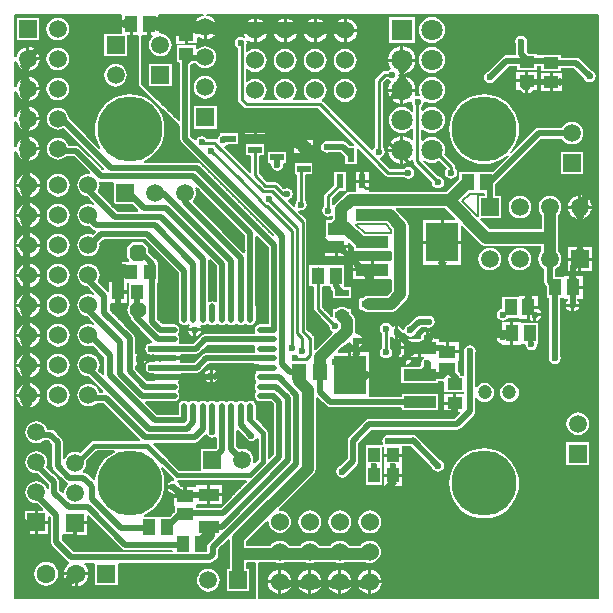
<source format=gbl>
%FSTAX23Y23*%
%MOMM*%
%SFA1B1*%

%IPPOS*%
%AMD36*
4,1,8,0.701040,-0.350520,0.701040,0.350520,0.350520,0.701040,-0.350520,0.701040,-0.701040,0.350520,-0.701040,-0.350520,-0.350520,-0.701040,0.350520,-0.701040,0.701040,-0.350520,0.0*
%
%ADD13R,1.399997X1.099998*%
%ADD14R,1.099998X1.399997*%
%ADD15R,1.699997X1.099998*%
%ADD17R,0.999998X1.299997*%
%ADD19R,1.149998X0.599999*%
%ADD20R,1.299997X0.999998*%
%ADD27C,0.253999*%
%ADD28C,0.499999*%
%ADD29C,0.255999*%
%ADD30C,0.999998*%
%ADD31R,1.499997X1.499997*%
%ADD32C,1.499997*%
%ADD33R,1.799996X1.799996*%
%ADD34C,1.799996*%
%ADD35C,1.199998*%
G04~CAMADD=36~4~0.0~0.0~551.2~551.2~0.0~137.8~0~0.0~0.0~0.0~0.0~0~0.0~0.0~0.0~0.0~0~0.0~0.0~0.0~270.0~552.0~552.0*
%ADD36D36*%
%ADD37C,1.399997*%
%ADD38R,1.599997X1.599997*%
%ADD39C,1.599997*%
%ADD40C,1.523997*%
%ADD41R,1.499997X1.499997*%
%ADD42C,5.499989*%
%ADD43C,0.599999*%
%ADD44R,0.599999X1.149998*%
%ADD45R,2.699995X0.999998*%
%ADD46R,2.699995X3.299993*%
%ADD47R,1.199998X1.399997*%
%ADD48O,1.649997X0.549999*%
%ADD49O,0.549999X1.649997*%
%ADD50C,0.399999*%
%ADD51C,0.299999*%
%ADD52C,0.599999*%
%ADD55C,0.127000*%
%LNpcb_final_2-1*%
%LPD*%
G54D55*
X49661Y0033D02*
X20967D01*
Y03266*
X22321*
X22439Y03217*
X22708Y03181*
X22975Y03217*
X23093Y03266*
X24861*
X24979Y03217*
X25248Y03181*
X25515Y03217*
X25633Y03266*
X27401*
X27519Y03217*
X27788Y03181*
X28055Y03217*
X28173Y03266*
X29941*
X30059Y03217*
X30328Y03181*
X30595Y03217*
X30844Y0332*
X31059Y03484*
X31223Y03698*
X31326Y03948*
X31362Y04215*
X31326Y04484*
X31223Y04734*
X31059Y04948*
X30844Y05112*
X30595Y05215*
X30328Y05251*
X30059Y05215*
X29809Y05112*
X29596Y04948*
X29486Y04805*
X28628*
X28519Y04948*
X28304Y05112*
X28055Y05215*
X27788Y05251*
X27519Y05215*
X27269Y05112*
X27055Y04948*
X26946Y04805*
X26088*
X25979Y04948*
X25764Y05112*
X25515Y05215*
X25248Y05251*
X24979Y05215*
X24729Y05112*
X24516Y04948*
X24406Y04805*
X23548*
X23439Y04948*
X23224Y05112*
X22975Y05215*
X22708Y05251*
X22439Y05215*
X22189Y05112*
X21975Y04948*
X21866Y04805*
X19969*
Y05063*
X21639Y06733*
X21638Y06734*
X21679Y06706*
X21708Y06488*
X21811Y06238*
X21975Y06024*
X22189Y0586*
X22439Y05757*
X22708Y05721*
X22975Y05757*
X23224Y0586*
X23439Y06024*
X23603Y06238*
X23706Y06488*
X23742Y06755*
X23706Y07024*
X23603Y07274*
X23439Y07488*
X23224Y07652*
X22975Y07755*
X22757Y07784*
X22729Y07825*
X2273Y07824*
X25616Y10711*
X25736Y10866*
X25813Y11053*
X25839Y11247*
Y17252*
X25888Y17273*
X26635Y16526*
X26799Y16416*
X26993Y16377*
X32936*
Y16136*
X36163*
Y17663*
X32936*
Y17422*
X30317*
Y19011*
X30226Y18988*
X30157Y1897*
X30093Y18944*
X30038Y1891*
X29993Y18868*
X29959Y18818*
X29939Y1876*
X3006Y19897*
Y19136*
X28713*
Y19263*
X28586*
Y21167*
X27742*
X27726Y21205*
X28081Y2156*
X28208Y21613*
X28363Y21733*
X28558Y21928*
X28607Y21913*
X28618Y21859*
X28755Y21655*
X28959Y21518*
X29136Y21482*
Y22036*
X29263*
Y22163*
X29817*
X29781Y2234*
X29644Y22544*
X2944Y22681*
X29233Y22722*
X29235Y22722*
X29179Y22794*
X29189Y22873*
Y23726*
X29163Y23921*
X29086Y24108*
X28966Y24263*
X28813Y24417*
Y24813*
X28494*
X2836Y24916*
X28174Y24993*
X27974Y2502*
X27775Y24993*
X27589Y24916*
X27455Y24813*
X27136*
Y24179*
X27097Y24163*
X26346Y24914*
Y26583*
X26399Y26636*
X26699*
X26826*
X26927*
Y26668*
X26966Y26474*
X27076Y2631*
X27136Y26249*
Y25586*
X28813*
Y26713*
X2832*
X28263Y2674*
Y28563*
X26826*
X26699*
X26572*
X26109*
X26102Y28567*
X25949Y28597*
X25797Y28567*
X2579Y28563*
X25136*
Y26636*
X25553*
Y24743*
X25582Y24597*
X25664Y24473*
X26827Y23311*
X26827Y23299*
X26869Y2308*
X26994Y22894*
X27092Y22827*
X27083Y22847*
X27088Y22745*
X25745Y21401*
X25696Y21422*
Y22276*
X25667Y22422*
X25585Y22546*
X25044Y23086*
Y32173*
X25015Y32319*
X24933Y32443*
X24361Y33015*
X24378Y33049*
X24499Y33025*
X24719Y33069*
X24905Y33194*
X2503Y3338*
X25074Y33599*
X2503Y33819*
X24906Y34005*
X24896Y34011*
Y35399*
Y36086*
X25563*
Y37213*
X23886*
Y36086*
X24103*
Y35399*
Y34011*
X24095Y34003*
X23969Y3382*
X23925Y33599*
X23949Y33478*
X23915Y33461*
X23476Y33899*
X23496Y33964*
X2352Y33969*
X23705Y34094*
X2383Y3428*
X23874Y34499*
X2383Y34719*
X23705Y34905*
X23519Y3503*
X23299Y35074*
X2308Y3503*
X23041Y35004*
X2254Y35506*
X22416Y35588*
X2227Y35617*
X21643*
X20996Y36264*
Y37686*
X21463*
Y38813*
X19786*
Y37686*
X20203*
Y36413*
X20163Y36396*
X18102Y38459*
X18119Y38516*
X18123Y3852*
X18285Y38627*
X18291Y38636*
X19213*
Y39763*
X17536*
Y39482*
X17474Y3944*
X17349Y39255*
X17351Y39261*
X17254Y39215*
X17189Y39228*
X16548*
X16546Y39229*
X16564Y39225*
X16572Y39213*
X16559Y39225*
X16505Y39305*
X16319Y3943*
X16099Y39474*
X1588Y3943*
X15693Y39305*
X15578Y39134*
X1558Y39137*
X15513Y39125*
X15222Y39416*
Y45383*
X15257Y45419*
X15329Y45486*
X15577*
X15676Y45356*
X15888Y45194*
X16135Y45092*
X16399Y45057*
X16664Y45092*
X1691Y45194*
X17123Y45356*
X17285Y45568*
X17387Y45815*
X17422Y46079*
X17387Y46344*
X17285Y4659*
X17123Y46803*
X1691Y46965*
X16664Y47067*
X16399Y47102*
X16135Y47067*
X15888Y46965*
X15769Y46873*
X15713Y46901*
Y47163*
X13886*
Y45636*
X14177*
Y45599*
Y40755*
X14138Y40739*
X11067Y4381*
Y47882*
X11586*
Y48836*
X11713*
Y48963*
X1226*
Y49118*
X12149Y49529*
X12196Y49476*
X12259Y49439*
X12338Y4941*
X12434Y49386*
X12517Y49374*
Y49681*
X16221*
X16221Y49673*
X16121Y49659*
X15861Y49552*
X15638Y49381*
X15389Y49056*
X158Y49078*
Y48202*
X15878Y48159*
X15849Y48166*
X15818Y48171*
X15737Y48177*
X15478Y48183*
X15454Y48183*
Y48817*
X14863*
Y47999*
Y47182*
X15767*
Y47705*
X1581Y47726*
X15862Y47687*
X16121Y4758*
X16336Y47551*
Y48556*
X16463*
Y48683*
X17007*
X17035Y48975*
X16962Y49028*
X16993Y49015*
X17029Y49007*
X17069Y49*
X17169Y48992*
X17404Y48985*
X17332Y49158*
X17161Y49381*
X16937Y49552*
X16678Y49659*
X16578Y49673*
X16578Y49681*
X49661*
Y0033*
X11125Y43789D02*
Y47853D01*
X11226Y43687D02*
Y47853D01*
X11328Y43586D02*
Y47853D01*
X11429Y43484D02*
Y47853D01*
X11531Y43383D02*
Y47853D01*
X11633Y43281D02*
Y48818D01*
X11734Y43179D02*
Y48945D01*
X11836Y43078D02*
Y48945D01*
X11937Y42976D02*
Y48945D01*
X12039Y42875D02*
Y48945D01*
X12141Y42773D02*
Y48945D01*
X12242Y42671D02*
Y48945D01*
Y4925D02*
Y49428D01*
X12344Y4257D02*
Y49377D01*
X12445Y42468D02*
Y49352D01*
X12547Y42367D02*
Y49682D01*
X12649Y42265D02*
Y49682D01*
X1275Y42163D02*
Y49682D01*
X12852Y42062D02*
Y49682D01*
X12953Y4196D02*
Y49682D01*
X13055Y41859D02*
Y49682D01*
X13157Y41757D02*
Y49682D01*
X13258Y41655D02*
Y49682D01*
X1336Y41554D02*
Y49682D01*
X13461Y41452D02*
Y49682D01*
X13563Y41351D02*
Y49682D01*
X13665Y41249D02*
Y49682D01*
X13766Y41147D02*
Y49682D01*
X13868Y41046D02*
Y49682D01*
X13969Y40944D02*
Y45618D01*
Y47193D02*
Y49682D01*
X14071Y40843D02*
Y45618D01*
Y47193D02*
Y49682D01*
X14173Y47193D02*
Y49682D01*
X14274Y47193D02*
Y49682D01*
X14376Y47193D02*
Y49682D01*
X14477Y47193D02*
Y49682D01*
X14579Y47193D02*
Y49682D01*
X14681Y47193D02*
Y49682D01*
X14782Y47193D02*
Y49682D01*
X14884Y47193D02*
Y47167D01*
Y48844D02*
Y49682D01*
X14985Y47193D02*
Y47167D01*
Y48844D02*
Y49682D01*
X15087Y47193D02*
Y47167D01*
Y48844D02*
Y49682D01*
X15189Y47193D02*
Y47167D01*
Y48844D02*
Y49682D01*
X1529Y39369D02*
Y4544D01*
Y47193D02*
Y47167D01*
Y48844D02*
Y49682D01*
X15392Y39268D02*
Y45465D01*
Y47193D02*
Y47167D01*
Y48844D02*
Y49682D01*
X15493Y39166D02*
Y45465D01*
Y47193D02*
Y47167D01*
Y48209D02*
Y49047D01*
Y49225D02*
Y49682D01*
X15595Y39217D02*
Y4544D01*
Y47193D02*
Y47167D01*
Y48209D02*
Y49047D01*
Y49352D02*
Y49682D01*
X15697Y39344D02*
Y45338D01*
Y47193D02*
Y47167D01*
Y48209D02*
Y49047D01*
Y49453D02*
Y49682D01*
X15798Y39395D02*
Y45262D01*
Y46913D02*
Y47701D01*
Y48209D02*
Y48183D01*
Y49555D02*
Y49682D01*
X159Y39471D02*
Y45161D01*
Y47015D02*
Y4765D01*
Y49606D02*
Y49682D01*
X16001Y39496D02*
Y45135D01*
Y4704D02*
Y47599D01*
Y49656D02*
Y49682D01*
X16103Y39496D02*
Y45084D01*
Y47091D02*
Y47574D01*
Y49682D02*
D01*
X16205Y39496D02*
Y45059D01*
Y47116D02*
Y47548D01*
X16306Y39471D02*
Y45059D01*
Y47116D02*
Y47548D01*
X16408Y39395D02*
Y45059D01*
Y47116D02*
Y48539D01*
X16509Y39319D02*
Y45059D01*
Y47116D02*
Y48666D01*
X16611Y39242D02*
Y45059D01*
Y47116D02*
Y48666D01*
X16713Y39242D02*
Y45084D01*
Y47091D02*
Y48666D01*
Y49682D02*
D01*
X16814Y39242D02*
Y45135D01*
Y4704D02*
Y48666D01*
Y49631D02*
Y49682D01*
X16916Y39242D02*
Y45186D01*
Y46989D02*
Y48666D01*
Y49606D02*
Y49682D01*
X17017Y39242D02*
Y45262D01*
Y46913D02*
Y48691D01*
Y49529D02*
Y49682D01*
X17119Y39242D02*
Y45364D01*
Y46837D02*
Y48971D01*
Y49453D02*
Y49682D01*
X17221Y39242D02*
Y45465D01*
Y4671D02*
Y48971D01*
Y49326D02*
Y49682D01*
X17322Y39293D02*
Y45618D01*
Y46558D02*
Y48971D01*
Y49174D02*
Y49682D01*
X17424Y39395D02*
Y49682D01*
X17525Y39776D02*
Y49682D01*
X17627Y39776D02*
Y49682D01*
X17729Y39776D02*
Y49682D01*
X1783Y39776D02*
Y49682D01*
X17932Y39776D02*
Y49682D01*
X18033Y39776D02*
Y49682D01*
X18135Y38455D02*
Y38531D01*
Y39776D02*
Y49682D01*
X18237Y38353D02*
Y38582D01*
Y39776D02*
Y49682D01*
X18338Y38252D02*
Y38607D01*
Y39776D02*
Y49682D01*
X1844Y3815D02*
Y38607D01*
Y39776D02*
Y49682D01*
X18541Y38049D02*
Y38607D01*
Y39776D02*
Y49682D01*
X18643Y37947D02*
Y38607D01*
Y39776D02*
Y49682D01*
X18745Y37845D02*
Y38607D01*
Y39776D02*
Y49682D01*
X18846Y37744D02*
Y38607D01*
Y39776D02*
Y49682D01*
X18948Y37642D02*
Y38607D01*
Y39776D02*
Y49682D01*
X19049Y37541D02*
Y38607D01*
Y39776D02*
Y49682D01*
X19151Y37439D02*
Y38607D01*
Y39776D02*
Y49682D01*
X19253Y37337D02*
Y49682D01*
X19354Y37236D02*
Y49682D01*
X19456Y37134D02*
Y49682D01*
X19557Y37033D02*
Y49682D01*
X19659Y36931D02*
Y49682D01*
X19761Y36829D02*
Y49682D01*
X19862Y36728D02*
Y37668D01*
Y38836D02*
Y49682D01*
X19964Y04825D02*
Y05054D01*
Y36626D02*
Y37668D01*
Y38836D02*
Y49682D01*
X20065Y04825D02*
Y05156D01*
Y36525D02*
Y37668D01*
Y38836D02*
Y49682D01*
X20167Y04825D02*
Y05257D01*
Y36448D02*
Y37668D01*
Y38836D02*
Y49682D01*
X20269Y04825D02*
Y05359D01*
Y38836D02*
Y49682D01*
X2037Y04825D02*
Y0546D01*
Y38836D02*
Y49682D01*
X20472Y04825D02*
Y05562D01*
Y38836D02*
Y49682D01*
X20573Y04825D02*
Y05664D01*
Y38836D02*
Y49682D01*
X20675Y04825D02*
Y05765D01*
Y38836D02*
Y49682D01*
X20777Y04825D02*
Y05867D01*
Y38836D02*
Y49682D01*
X20878Y04825D02*
Y05968D01*
Y38836D02*
Y49682D01*
X2098Y00355D02*
Y03251D01*
Y04825D02*
Y0607D01*
Y38836D02*
Y49682D01*
X21081Y00355D02*
Y03251D01*
Y04825D02*
Y06172D01*
Y3622D02*
Y37668D01*
Y38836D02*
Y49682D01*
X21183Y00355D02*
Y03251D01*
Y04825D02*
Y06273D01*
Y36118D02*
Y37668D01*
Y38836D02*
Y49682D01*
X21285Y00355D02*
Y03251D01*
Y04825D02*
Y06375D01*
Y36017D02*
Y37668D01*
Y38836D02*
Y49682D01*
X21386Y00355D02*
Y03251D01*
Y04825D02*
Y06476D01*
Y35915D02*
Y37668D01*
Y38836D02*
Y49682D01*
X21488Y00355D02*
Y03251D01*
Y04825D02*
Y06578D01*
Y35813D02*
Y49682D01*
X21589Y00355D02*
Y03251D01*
Y04825D02*
Y0668D01*
Y35712D02*
Y49682D01*
X21691Y00355D02*
Y03251D01*
Y04825D02*
Y0668D01*
Y35636D02*
Y49682D01*
X21793Y00355D02*
Y03251D01*
Y04825D02*
Y06299D01*
Y35636D02*
Y49682D01*
X21894Y00355D02*
Y03251D01*
Y04876D02*
Y06121D01*
Y35636D02*
Y49682D01*
X21996Y00355D02*
Y03251D01*
Y05003D02*
Y05994D01*
Y35636D02*
Y49682D01*
X22097Y00355D02*
Y03251D01*
Y05079D02*
Y05918D01*
Y35636D02*
Y49682D01*
X22199Y00355D02*
Y03251D01*
Y05156D02*
Y05841D01*
Y35636D02*
Y49682D01*
X22301Y00355D02*
Y03251D01*
Y05181D02*
Y05816D01*
Y35636D02*
Y49682D01*
X22402Y00355D02*
Y03225D01*
Y05232D02*
Y05765D01*
Y35636D02*
Y49682D01*
X22504Y00355D02*
Y032D01*
Y05257D02*
Y0574D01*
Y35559D02*
Y49682D01*
X22605Y00355D02*
Y03174D01*
Y05283D02*
Y05714D01*
Y35458D02*
Y49682D01*
X22707Y00355D02*
Y03174D01*
Y05283D02*
Y05714D01*
Y35356D02*
Y49682D01*
X22809Y00355D02*
Y03174D01*
Y05283D02*
Y05714D01*
Y07797D02*
Y07899D01*
Y35255D02*
Y49682D01*
X2291Y00355D02*
Y032D01*
Y05257D02*
Y0574D01*
Y07797D02*
Y08D01*
Y35153D02*
Y49682D01*
X23012Y00355D02*
Y03225D01*
Y05232D02*
Y05765D01*
Y07772D02*
Y08102D01*
Y35051D02*
Y49682D01*
X23113Y00355D02*
Y03251D01*
Y05181D02*
Y05816D01*
Y07721D02*
Y08204D01*
Y35077D02*
Y49682D01*
X23215Y00355D02*
Y03251D01*
Y0513D02*
Y05867D01*
Y0767D02*
Y08305D01*
Y35102D02*
Y49682D01*
X23317Y00355D02*
Y03251D01*
Y05079D02*
Y05918D01*
Y07619D02*
Y08407D01*
Y35102D02*
Y49682D01*
X23418Y00355D02*
Y03251D01*
Y05003D02*
Y05994D01*
Y07543D02*
Y08508D01*
Y35077D02*
Y49682D01*
X2352Y00355D02*
Y03251D01*
Y04876D02*
Y06121D01*
Y07416D02*
Y0861D01*
Y33883D02*
Y33959D01*
Y35051D02*
Y49682D01*
X23621Y00355D02*
Y03251D01*
Y04825D02*
Y06299D01*
Y07238D02*
Y08712D01*
Y33781D02*
Y3401D01*
Y35001D02*
Y49682D01*
X23723Y00355D02*
Y03251D01*
Y04825D02*
Y06603D01*
Y06934D02*
Y08813D01*
Y3368D02*
Y34112D01*
Y34899D02*
Y49682D01*
X23825Y00355D02*
Y03251D01*
Y04825D02*
Y08915D01*
Y33578D02*
Y34289D01*
Y34747D02*
Y49682D01*
X23926Y00355D02*
Y03251D01*
Y04825D02*
Y09016D01*
Y33502D02*
Y33578D01*
Y33654D02*
Y36067D01*
Y37236D02*
Y49682D01*
X24028Y00355D02*
Y03251D01*
Y04825D02*
Y09118D01*
Y33934D02*
Y36067D01*
Y37236D02*
Y49682D01*
X24129Y00355D02*
Y03251D01*
Y04825D02*
Y0922D01*
Y37236D02*
Y49682D01*
X24231Y00355D02*
Y03251D01*
Y04825D02*
Y09321D01*
Y37236D02*
Y49682D01*
X24333Y00355D02*
Y03251D01*
Y04825D02*
Y09423D01*
Y37236D02*
Y49682D01*
X24434Y00355D02*
Y03251D01*
Y04876D02*
Y09524D01*
Y32969D02*
Y33019D01*
Y37236D02*
Y49682D01*
X24536Y00355D02*
Y03251D01*
Y05003D02*
Y09626D01*
Y32867D02*
Y33019D01*
Y37236D02*
Y49682D01*
X24637Y00355D02*
Y03251D01*
Y05079D02*
Y09728D01*
Y32765D02*
Y33045D01*
Y37236D02*
Y49682D01*
X24739Y00355D02*
Y03251D01*
Y05156D02*
Y09829D01*
Y32664D02*
Y3307D01*
Y37236D02*
Y49682D01*
X24841Y00355D02*
Y03251D01*
Y05181D02*
Y09931D01*
Y32562D02*
Y33146D01*
Y37236D02*
Y49682D01*
X24942Y00355D02*
Y03225D01*
Y05232D02*
Y10032D01*
Y32461D02*
Y33223D01*
Y33985D02*
Y36067D01*
Y37236D02*
Y49682D01*
X25044Y00355D02*
Y032D01*
Y05257D02*
Y10134D01*
Y23113D02*
Y33477D01*
Y33731D02*
Y36067D01*
Y37236D02*
Y49682D01*
X25145Y00355D02*
Y03174D01*
Y05283D02*
Y10236D01*
Y23012D02*
Y26619D01*
Y286D02*
Y36067D01*
Y37236D02*
Y49682D01*
X25247Y00355D02*
Y03174D01*
Y05283D02*
Y10337D01*
Y2291D02*
Y26619D01*
Y286D02*
Y36067D01*
Y37236D02*
Y49682D01*
X25349Y00355D02*
Y03174D01*
Y05283D02*
Y10439D01*
Y22809D02*
Y26619D01*
Y286D02*
Y36067D01*
Y37236D02*
Y49682D01*
X2545Y00355D02*
Y032D01*
Y05257D02*
Y1054D01*
Y22707D02*
Y26619D01*
Y286D02*
Y36067D01*
Y37236D02*
Y49682D01*
X25552Y00355D02*
Y03225D01*
Y05232D02*
Y10642D01*
Y22605D02*
Y24714D01*
Y286D02*
Y49682D01*
X25653Y00355D02*
Y03251D01*
Y05181D02*
Y10744D01*
Y22504D02*
Y2446D01*
Y286D02*
Y49682D01*
X25755Y00355D02*
Y03251D01*
Y0513D02*
Y10921D01*
Y21462D02*
Y24358D01*
Y286D02*
Y49682D01*
X25857Y00355D02*
Y03251D01*
Y05079D02*
Y17246D01*
Y21564D02*
Y24256D01*
Y28625D02*
Y49682D01*
X25958Y00355D02*
Y03251D01*
Y05003D02*
Y17195D01*
Y21666D02*
Y24155D01*
Y28625D02*
Y49682D01*
X2606Y00355D02*
Y03251D01*
Y04876D02*
Y17094D01*
Y21767D02*
Y24053D01*
Y28625D02*
Y49682D01*
X26161Y00355D02*
Y03251D01*
Y04825D02*
Y16992D01*
Y21869D02*
Y23952D01*
Y286D02*
Y49682D01*
X26263Y00355D02*
Y03251D01*
Y04825D02*
Y1689D01*
Y2197D02*
Y2385D01*
Y286D02*
Y49682D01*
X26365Y00355D02*
Y03251D01*
Y04825D02*
Y16789D01*
Y22072D02*
Y23748D01*
Y24917D02*
Y26619D01*
Y286D02*
Y49682D01*
X26466Y00355D02*
Y03251D01*
Y04825D02*
Y16687D01*
Y22174D02*
Y23647D01*
Y24815D02*
Y26619D01*
Y286D02*
Y49682D01*
X26568Y00355D02*
Y03251D01*
Y04825D02*
Y16586D01*
Y22275D02*
Y23545D01*
Y24714D02*
Y26619D01*
Y286D02*
Y49682D01*
X26669Y00355D02*
Y03251D01*
Y04825D02*
Y16509D01*
Y22377D02*
Y23444D01*
Y24612D02*
Y26619D01*
Y286D02*
Y49682D01*
X26771Y00355D02*
Y03251D01*
Y04825D02*
Y16408D01*
Y22478D02*
Y23342D01*
Y2451D02*
Y26619D01*
Y286D02*
Y49682D01*
X26873Y00355D02*
Y03251D01*
Y04825D02*
Y16382D01*
Y2258D02*
Y23063D01*
Y24409D02*
Y26619D01*
Y286D02*
Y49682D01*
X26974Y00355D02*
Y03251D01*
Y04876D02*
Y16382D01*
Y22682D02*
Y2291D01*
Y24307D02*
Y26441D01*
Y286D02*
Y49682D01*
X27076Y00355D02*
Y03251D01*
Y05003D02*
Y16357D01*
Y22859D02*
Y22834D01*
Y24206D02*
Y26288D01*
Y286D02*
Y49682D01*
X27177Y00355D02*
Y03251D01*
Y05079D02*
Y16357D01*
Y24841D02*
Y25552D01*
Y286D02*
Y49682D01*
X27279Y00355D02*
Y03251D01*
Y05156D02*
Y16357D01*
Y24841D02*
Y25552D01*
Y286D02*
Y49682D01*
X27381Y00355D02*
Y03251D01*
Y05181D02*
Y16357D01*
Y24841D02*
Y25552D01*
Y286D02*
Y49682D01*
X27482Y00355D02*
Y03225D01*
Y05232D02*
Y16357D01*
Y24866D02*
Y25552D01*
Y286D02*
Y49682D01*
X27584Y00355D02*
Y032D01*
Y05257D02*
Y16357D01*
Y24968D02*
Y25552D01*
Y286D02*
Y49682D01*
X27685Y00355D02*
Y03174D01*
Y05283D02*
Y16357D01*
Y24993D02*
Y25552D01*
Y286D02*
Y49682D01*
X27787Y00355D02*
Y03174D01*
Y05283D02*
Y16357D01*
Y21183D02*
Y21259D01*
Y25044D02*
Y25552D01*
Y286D02*
Y49682D01*
X27889Y00355D02*
Y03174D01*
Y05283D02*
Y16357D01*
Y21183D02*
Y21361D01*
Y25044D02*
Y25552D01*
Y286D02*
Y49682D01*
X2799Y00355D02*
Y032D01*
Y05257D02*
Y16357D01*
Y21183D02*
Y21462D01*
Y25044D02*
Y25552D01*
Y286D02*
Y49682D01*
X28092Y00355D02*
Y03225D01*
Y05232D02*
Y16357D01*
Y21183D02*
Y21564D01*
Y25044D02*
Y25552D01*
Y286D02*
Y49682D01*
X28193Y00355D02*
Y03251D01*
Y05181D02*
Y16357D01*
Y21183D02*
Y21589D01*
Y25018D02*
Y25552D01*
Y286D02*
Y49682D01*
X28295Y00355D02*
Y03251D01*
Y0513D02*
Y16357D01*
Y21183D02*
Y21666D01*
Y24993D02*
Y25552D01*
Y26771D02*
Y49682D01*
X28397Y00355D02*
Y03251D01*
Y05079D02*
Y16357D01*
Y21183D02*
Y21767D01*
Y24942D02*
Y25552D01*
Y26746D02*
Y49682D01*
X28498Y00355D02*
Y03251D01*
Y05003D02*
Y16357D01*
Y21183D02*
Y21869D01*
Y24841D02*
Y25552D01*
Y26746D02*
Y49682D01*
X286Y00355D02*
Y03251D01*
Y04876D02*
Y16357D01*
Y19278D02*
Y21894D01*
Y24841D02*
Y25552D01*
Y26746D02*
Y49682D01*
X28701Y00355D02*
Y03251D01*
Y04825D02*
Y16357D01*
Y19151D02*
Y21742D01*
Y24841D02*
Y25552D01*
Y26746D02*
Y49682D01*
X28803Y00355D02*
Y03251D01*
Y04825D02*
Y16357D01*
Y19151D02*
Y21615D01*
Y24434D02*
Y49682D01*
X28905Y00355D02*
Y03251D01*
Y04825D02*
Y16357D01*
Y19151D02*
Y21539D01*
Y24333D02*
Y49682D01*
X29006Y00355D02*
Y03251D01*
Y04825D02*
Y16357D01*
Y19151D02*
Y21488D01*
Y24231D02*
Y49682D01*
X29108Y00355D02*
Y03251D01*
Y04825D02*
Y16357D01*
Y19151D02*
Y21488D01*
Y24079D02*
Y49682D01*
X29209Y00355D02*
Y03251D01*
Y04825D02*
Y16357D01*
Y19151D02*
Y22021D01*
Y22783D02*
Y49682D01*
X29311Y00355D02*
Y03251D01*
Y04825D02*
Y16357D01*
Y19151D02*
Y22148D01*
Y22758D02*
Y49682D01*
X29413Y00355D02*
Y03251D01*
Y04825D02*
Y16357D01*
Y19151D02*
Y22148D01*
Y22732D02*
Y49682D01*
X29514Y00355D02*
Y03251D01*
Y04876D02*
Y16357D01*
Y19151D02*
Y22148D01*
Y22682D02*
Y49682D01*
X29616Y00355D02*
Y03251D01*
Y05003D02*
Y16357D01*
Y19151D02*
Y22148D01*
Y22605D02*
Y49682D01*
X29717Y00355D02*
Y03251D01*
Y05079D02*
Y16357D01*
Y19151D02*
Y22148D01*
Y22478D02*
Y49682D01*
X29819Y00355D02*
Y03251D01*
Y05156D02*
Y16357D01*
Y19151D02*
Y49682D01*
X29921Y00355D02*
Y03251D01*
Y05181D02*
Y16357D01*
Y19151D02*
Y49682D01*
X30022Y00355D02*
Y03225D01*
Y05232D02*
Y16357D01*
Y18948D02*
Y49682D01*
X30124Y00355D02*
Y032D01*
Y05257D02*
Y16357D01*
Y18999D02*
Y49682D01*
X30225Y00355D02*
Y03174D01*
Y05283D02*
Y16357D01*
Y19024D02*
Y49682D01*
X30327Y00355D02*
Y03174D01*
Y05283D02*
Y16357D01*
Y17449D02*
Y49682D01*
X30429Y00355D02*
Y03174D01*
Y05283D02*
Y16357D01*
Y17449D02*
Y49682D01*
X3053Y00355D02*
Y032D01*
Y05257D02*
Y16357D01*
Y17449D02*
Y49682D01*
X30632Y00355D02*
Y03225D01*
Y05232D02*
Y16357D01*
Y17449D02*
Y49682D01*
X30733Y00355D02*
Y03276D01*
Y05181D02*
Y16357D01*
Y17449D02*
Y49682D01*
X30835Y00355D02*
Y03327D01*
Y0513D02*
Y16357D01*
Y17449D02*
Y49682D01*
X30937Y00355D02*
Y03378D01*
Y05079D02*
Y16357D01*
Y17449D02*
Y49682D01*
X31038Y00355D02*
Y03454D01*
Y05003D02*
Y16357D01*
Y17449D02*
Y49682D01*
X3114Y00355D02*
Y03581D01*
Y04876D02*
Y16357D01*
Y17449D02*
Y49682D01*
X31241Y00355D02*
Y03759D01*
Y04698D02*
Y16357D01*
Y17449D02*
Y49682D01*
X31343Y00355D02*
Y04063D01*
Y04394D02*
Y16357D01*
Y17449D02*
Y49682D01*
X31445Y00355D02*
Y16357D01*
Y17449D02*
Y49682D01*
X31546Y00355D02*
Y16357D01*
Y17449D02*
Y49682D01*
X31648Y00355D02*
Y16357D01*
Y17449D02*
Y49682D01*
X31749Y00355D02*
Y16357D01*
Y17449D02*
Y49682D01*
X31851Y00355D02*
Y16357D01*
Y17449D02*
Y49682D01*
X31953Y00355D02*
Y16357D01*
Y17449D02*
Y49682D01*
X32054Y00355D02*
Y16357D01*
Y17449D02*
Y49682D01*
X32156Y00355D02*
Y16357D01*
Y17449D02*
Y49682D01*
X32257Y00355D02*
Y16357D01*
Y17449D02*
Y49682D01*
X32359Y00355D02*
Y16357D01*
Y17449D02*
Y49682D01*
X32461Y00355D02*
Y16357D01*
Y17449D02*
Y49682D01*
X32562Y00355D02*
Y16357D01*
Y17449D02*
Y49682D01*
X32664Y00355D02*
Y16357D01*
Y17449D02*
Y49682D01*
X32765Y00355D02*
Y16357D01*
Y17449D02*
Y49682D01*
X32867Y00355D02*
Y16357D01*
Y17449D02*
Y49682D01*
X32969Y00355D02*
Y16103D01*
Y17678D02*
Y49682D01*
X3307Y00355D02*
Y16103D01*
Y17678D02*
Y49682D01*
X33172Y00355D02*
Y16103D01*
Y17678D02*
Y49682D01*
X33273Y00355D02*
Y16103D01*
Y17678D02*
Y49682D01*
X33375Y00355D02*
Y16103D01*
Y17678D02*
Y49682D01*
X33477Y00355D02*
Y16103D01*
Y17678D02*
Y49682D01*
X33578Y00355D02*
Y16103D01*
Y17678D02*
Y49682D01*
X3368Y00355D02*
Y16103D01*
Y17678D02*
Y49682D01*
X33781Y00355D02*
Y16103D01*
Y17678D02*
Y49682D01*
X33883Y00355D02*
Y16103D01*
Y17678D02*
Y49682D01*
X33985Y00355D02*
Y16103D01*
Y17678D02*
Y49682D01*
X34086Y00355D02*
Y16103D01*
Y17678D02*
Y49682D01*
X34188Y00355D02*
Y16103D01*
Y17678D02*
Y49682D01*
X34289Y00355D02*
Y16103D01*
Y17678D02*
Y49682D01*
X34391Y00355D02*
Y16103D01*
Y17678D02*
Y49682D01*
X34493Y00355D02*
Y16103D01*
Y17678D02*
Y49682D01*
X34594Y00355D02*
Y16103D01*
Y17678D02*
Y49682D01*
X34696Y00355D02*
Y16103D01*
Y17678D02*
Y49682D01*
X34797Y00355D02*
Y16103D01*
Y17678D02*
Y49682D01*
X34899Y00355D02*
Y16103D01*
Y17678D02*
Y49682D01*
X35001Y00355D02*
Y16103D01*
Y17678D02*
Y49682D01*
X35102Y00355D02*
Y16103D01*
Y17678D02*
Y49682D01*
X35204Y00355D02*
Y16103D01*
Y17678D02*
Y49682D01*
X35305Y00355D02*
Y16103D01*
Y17678D02*
Y49682D01*
X35407Y00355D02*
Y16103D01*
Y17678D02*
Y49682D01*
X35509Y00355D02*
Y16103D01*
Y17678D02*
Y49682D01*
X3561Y00355D02*
Y16103D01*
Y17678D02*
Y49682D01*
X35712Y00355D02*
Y16103D01*
Y17678D02*
Y49682D01*
X35813Y00355D02*
Y16103D01*
Y17678D02*
Y49682D01*
X35915Y00355D02*
Y16103D01*
Y17678D02*
Y49682D01*
X36017Y00355D02*
Y16103D01*
Y17678D02*
Y49682D01*
X36118Y00355D02*
Y16103D01*
Y17678D02*
Y49682D01*
X3622Y00355D02*
Y49682D01*
X36321Y00355D02*
Y49682D01*
X36423Y00355D02*
Y49682D01*
X36525Y00355D02*
Y49682D01*
X36626Y00355D02*
Y49682D01*
X36728Y00355D02*
Y49682D01*
X36829Y00355D02*
Y49682D01*
X36931Y00355D02*
Y49682D01*
X37033Y00355D02*
Y49682D01*
X37134Y00355D02*
Y49682D01*
X37236Y00355D02*
Y49682D01*
X37337Y00355D02*
Y49682D01*
X37439Y00355D02*
Y49682D01*
X37541Y00355D02*
Y49682D01*
X37642Y00355D02*
Y49682D01*
X37744Y00355D02*
Y49682D01*
X37845Y00355D02*
Y49682D01*
X37947Y00355D02*
Y49682D01*
X38049Y00355D02*
Y49682D01*
X3815Y00355D02*
Y49682D01*
X38252Y00355D02*
Y49682D01*
X38353Y00355D02*
Y49682D01*
X38455Y00355D02*
Y49682D01*
X38557Y00355D02*
Y49682D01*
X38658Y00355D02*
Y49682D01*
X3876Y00355D02*
Y49682D01*
X38861Y00355D02*
Y49682D01*
X38963Y00355D02*
Y49682D01*
X39065Y00355D02*
Y49682D01*
X39166Y00355D02*
Y49682D01*
X39268Y00355D02*
Y49682D01*
X39369Y00355D02*
Y49682D01*
X39471Y00355D02*
Y49682D01*
X39573Y00355D02*
Y49682D01*
X39674Y00355D02*
Y49682D01*
X39776Y00355D02*
Y49682D01*
X39877Y00355D02*
Y49682D01*
X39979Y00355D02*
Y49682D01*
X40081Y00355D02*
Y49682D01*
X40182Y00355D02*
Y49682D01*
X40284Y00355D02*
Y49682D01*
X40385Y00355D02*
Y49682D01*
X40487Y00355D02*
Y49682D01*
X40589Y00355D02*
Y49682D01*
X4069Y00355D02*
Y49682D01*
X40792Y00355D02*
Y49682D01*
X40893Y00355D02*
Y49682D01*
X40995Y00355D02*
Y49682D01*
X41097Y00355D02*
Y49682D01*
X41198Y00355D02*
Y49682D01*
X413Y00355D02*
Y49682D01*
X41401Y00355D02*
Y49682D01*
X41503Y00355D02*
Y49682D01*
X41605Y00355D02*
Y49682D01*
X41706Y00355D02*
Y49682D01*
X41808Y00355D02*
Y49682D01*
X41909Y00355D02*
Y49682D01*
X42011Y00355D02*
Y49682D01*
X42113Y00355D02*
Y49682D01*
X42214Y00355D02*
Y49682D01*
X42316Y00355D02*
Y49682D01*
X42417Y00355D02*
Y49682D01*
X42519Y00355D02*
Y49682D01*
X42621Y00355D02*
Y49682D01*
X42722Y00355D02*
Y49682D01*
X42824Y00355D02*
Y49682D01*
X42925Y00355D02*
Y49682D01*
X43027Y00355D02*
Y49682D01*
X43129Y00355D02*
Y49682D01*
X4323Y00355D02*
Y49682D01*
X43332Y00355D02*
Y49682D01*
X43433Y00355D02*
Y49682D01*
X43535Y00355D02*
Y49682D01*
X43637Y00355D02*
Y49682D01*
X43738Y00355D02*
Y49682D01*
X4384Y00355D02*
Y49682D01*
X43941Y00355D02*
Y49682D01*
X44043Y00355D02*
Y49682D01*
X44145Y00355D02*
Y49682D01*
X44246Y00355D02*
Y49682D01*
X44348Y00355D02*
Y49682D01*
X44449Y00355D02*
Y49682D01*
X44551Y00355D02*
Y49682D01*
X44653Y00355D02*
Y49682D01*
X44754Y00355D02*
Y49682D01*
X44856Y00355D02*
Y49682D01*
X44957Y00355D02*
Y49682D01*
X45059Y00355D02*
Y49682D01*
X45161Y00355D02*
Y49682D01*
X45262Y00355D02*
Y49682D01*
X45364Y00355D02*
Y49682D01*
X45465Y00355D02*
Y49682D01*
X45567Y00355D02*
Y49682D01*
X45669Y00355D02*
Y49682D01*
X4577Y00355D02*
Y49682D01*
X45872Y00355D02*
Y49682D01*
X45973Y00355D02*
Y49682D01*
X46075Y00355D02*
Y49682D01*
X46177Y00355D02*
Y49682D01*
X46278Y00355D02*
Y49682D01*
X4638Y00355D02*
Y49682D01*
X46481Y00355D02*
Y49682D01*
X46583Y00355D02*
Y49682D01*
X46685Y00355D02*
Y49682D01*
X46786Y00355D02*
Y49682D01*
X46888Y00355D02*
Y49682D01*
X46989Y00355D02*
Y49682D01*
X47091Y00355D02*
Y49682D01*
X47193Y00355D02*
Y49682D01*
X47294Y00355D02*
Y49682D01*
X47396Y00355D02*
Y49682D01*
X47497Y00355D02*
Y49682D01*
X47599Y00355D02*
Y49682D01*
X47701Y00355D02*
Y49682D01*
X47802Y00355D02*
Y49682D01*
X47904Y00355D02*
Y49682D01*
X48005Y00355D02*
Y49682D01*
X48107Y00355D02*
Y49682D01*
X48209Y00355D02*
Y49682D01*
X4831Y00355D02*
Y49682D01*
X48412Y00355D02*
Y49682D01*
X48513Y00355D02*
Y49682D01*
X48615Y00355D02*
Y49682D01*
X48717Y00355D02*
Y49682D01*
X48818Y00355D02*
Y49682D01*
X4892Y00355D02*
Y49682D01*
X49021Y00355D02*
Y49682D01*
X49123Y00355D02*
Y49682D01*
X49225Y00355D02*
Y49682D01*
X49326Y00355D02*
Y49682D01*
X49428Y00355D02*
Y49682D01*
X49529Y00355D02*
Y49682D01*
X49631Y00355D02*
Y49682D01*
X09282Y49088D02*
X09373Y49111D01*
X09443Y49129*
X09506Y49156*
X09561Y49188*
X09606Y4923*
X0964Y49281*
X0966Y49338*
X09539Y48202*
Y48963*
X10086*
Y48836*
X10213*
Y47882*
X10736*
Y43673*
X14177Y40232*
Y39193*
X14216Y38999*
X14326Y38835*
X22159Y31001*
X22164Y31052*
X22106Y31032*
X16044Y37093*
X1588Y37203*
X15686Y37242*
X11281*
X11276Y37267*
X11371Y37306*
X11776Y37554*
X12137Y37862*
X12445Y38223*
X12693Y38628*
X12874Y39066*
X12985Y39526*
X13022Y39999*
X12985Y40472*
X12874Y40933*
X12693Y41371*
X12445Y41776*
X12137Y42137*
X11776Y42445*
X11371Y42693*
X10933Y42874*
X10472Y42985*
X09999Y43022*
X09527Y42985*
X09066Y42874*
X08628Y42693*
X08223Y42445*
X07862Y42137*
X07554Y41776*
X07306Y41371*
X07125Y40933*
X07014Y40472*
X06977Y39999*
X07014Y39526*
X07125Y39066*
X07306Y38628*
X07424Y38434*
X07412Y38425*
X04928Y4091*
X04898Y41133*
X04796Y4138*
X04634Y41591*
X04423Y41753*
X04176Y41855*
X03911Y41891*
X03647Y41855*
X03399Y41753*
X03188Y41591*
X03026Y4138*
X02924Y41133*
X02888Y40868*
X02924Y40604*
X03026Y40356*
X03188Y40145*
X03399Y39983*
X03647Y39881*
X03911Y39845*
X04176Y39881*
X04422Y39983*
X04397Y39964*
X07707Y36654*
X07687Y36587*
X07739Y36599*
X05824Y38513*
X0566Y38623*
X05466Y38662*
X0487*
X04796Y3884*
X04634Y39051*
X04423Y39213*
X04176Y39315*
X03911Y39351*
X03647Y39315*
X03399Y39213*
X03188Y39051*
X03026Y3884*
X02924Y38593*
X02888Y38328*
X02924Y38064*
X03026Y37816*
X03188Y37605*
X03399Y37443*
X03647Y37341*
X03911Y37305*
X04176Y37341*
X04423Y37443*
X04634Y37605*
X04643Y37617*
X05243*
X06534Y36326*
X06515Y36287*
X06501Y36288*
X06234Y36253*
X05984Y36151*
X0577Y35986*
X05606Y35771*
X05503Y35522*
X05467Y35254*
X05503Y34987*
X05606Y34737*
X0577Y34523*
X05984Y34359*
X06234Y34256*
X06362Y34238*
X06924Y33677*
X0691Y33656*
X0677Y33713*
X06501Y3375*
X06234Y33713*
X05984Y33611*
X0577Y33446*
X05606Y33231*
X05503Y32982*
X05467Y32714*
X05503Y32447*
X05606Y32197*
X0577Y31983*
X05984Y31819*
X06234Y31716*
X06501Y3168*
X06571Y31689*
X06775Y31486*
X06939Y31376*
X07036Y31356*
X07057Y31296*
X06887Y31125*
X0677Y31173*
X06501Y3121*
X06234Y31173*
X05984Y31071*
X0577Y30906*
X05606Y30691*
X05503Y30442*
X05467Y30174*
X05503Y29907*
X05606Y29657*
X0577Y29443*
X05984Y29279*
X06234Y29176*
X06501Y2914*
X0677Y29176*
X0702Y29279*
X07233Y29443*
X07398Y29657*
X07501Y29907*
X07537Y30175*
X07522Y30284*
X07816Y30577*
X11283*
X14077Y27783*
Y25163*
Y25133*
X14073Y25074*
Y25068*
X14072Y25057*
X14072Y25059*
X14052Y24956*
Y23843*
X14093Y2364*
X14212Y23462*
X1439Y23343*
X14599Y23301*
X14809Y23343*
X14938Y23428*
X15011Y23438*
X15026Y23403*
X14918Y2324*
X14882Y23063*
X16117*
X16081Y2324*
X16051Y23286*
X16081Y23324*
X162Y23301*
X16409Y23343*
X16538Y23428*
X16599Y23436*
X16661Y23428*
X1679Y23343*
X16999Y23301*
X17209Y23343*
X17338Y23428*
X17399Y23436*
X17461Y23428*
X1759Y23343*
X17799Y23301*
X18009Y23343*
X18161Y23444*
X18238*
X1839Y23343*
X18599Y23301*
X18809Y23343*
X18938Y23428*
X18999Y23436*
X19061Y23428*
X1919Y23343*
X19399Y23301*
X19609Y23343*
X19738Y23428*
X19799Y23436*
X19861Y23428*
X1999Y23343*
X20199Y23301*
X20409Y23343*
X20587Y23462*
X20706Y2364*
X20747Y23843*
Y24956*
X20722Y25084*
Y30883*
X20761Y30899*
X21687Y29973*
Y23547*
X21043*
X2084Y23506*
X20662Y23387*
X20543Y23209*
X20501Y22999*
X20543Y2279*
X20549Y2278*
X20517Y22722*
X16393*
X16199Y22683*
X16035Y22573*
X15383Y21922*
X14266*
X14241Y21967*
X14256Y2199*
X14298Y22199*
X14256Y22409*
X14171Y22538*
X14163Y22599*
X14171Y22661*
X14256Y2279*
X14298Y22999*
X14256Y23209*
X14137Y23387*
X13959Y23506*
X13756Y23547*
X12791*
X12422Y23916*
Y26986*
Y26986*
X12463*
Y2724*
X12466Y2725*
X12463Y27263*
Y28813*
X12381*
X12383Y288*
X12273Y28964*
X11638Y296*
Y30016*
X11151Y30503*
X10198*
X09711Y30016*
Y29063*
X09868Y28906*
X09852Y28867*
X09282*
Y27963*
X10036*
Y27836*
X09282*
Y27167*
X09063*
Y26263*
X09817*
Y26932*
X09836*
Y25564*
X09833Y25552*
X09836Y25541*
Y25345*
X09854Y25221*
X09853Y25224*
X0985Y25207*
X0984Y25155*
X0984Y25156*
X0984Y25157*
X0984Y25155*
X09833Y25145*
X09736Y24911*
X09702Y24659*
X09736Y24408*
X09833Y24173*
X09987Y23972*
X1Y23963*
X10016Y23881*
X10126Y23716*
X11838Y22004*
X1182Y2197*
X118Y21974*
X1158Y2193*
X11394Y21805*
X11269Y21619*
X11225Y21399*
X11269Y2118*
X11394Y20994*
X1158Y20869*
X11799Y20825*
X11994Y20864*
X12041Y20854*
X12087Y20787*
X12515Y20799*
Y20663*
X13199*
X14341*
X14307Y20829*
X14316Y20816*
X14349Y20877*
X15606*
X158Y20916*
X15964Y21026*
X16616Y21677*
X20533*
X20558Y21632*
X20543Y21609*
X20501Y21399*
X20543Y2119*
X20549Y2118*
X20517Y21122*
X16493*
X16299Y21083*
X16135Y20973*
X15483Y20322*
X14331*
X14306Y20367*
X14307Y20369*
X14341Y20536*
X13199*
X12515*
Y20416*
X12577Y204*
X12552Y20403*
X12478Y20408*
X12084Y20412*
X12033Y20352*
X12004Y20337*
X11817Y20374*
X11598Y2033*
X11412Y20205*
X11287Y20019*
X11243Y19799*
X11287Y1958*
X11412Y19394*
X11598Y19269*
X11817Y19225*
X12008Y19263*
X12035Y19254*
X12086Y19187*
X12515Y19199*
Y19063*
X13199*
X13884*
Y19183*
X13822Y19199*
X13847Y19196*
X13921Y19191*
X143Y19187*
X14349Y19277*
X15706*
X159Y19316*
X16064Y19426*
X16716Y20077*
X20468*
X20516Y19988*
X20915Y19999*
Y19863*
X21536*
Y19736*
X20915*
Y19616*
X20977Y196*
X20952Y19603*
X20878Y19608*
X20462Y19612*
X2059Y1942*
X20633Y19344*
X20543Y19209*
X20501Y18999*
X20543Y1879*
X20644Y18638*
Y18561*
X20543Y18409*
X20501Y18199*
X20543Y1799*
X20628Y17861*
X20636Y17799*
X20628Y17738*
X20543Y17609*
X20501Y17399*
X20543Y1719*
X20662Y17012*
X2084Y16893*
X21043Y16852*
X21972*
X22137Y16686*
Y12467*
X21809Y12139*
X21771Y12155*
Y14306*
X21736Y1448*
X21637Y14628*
X20747Y15518*
Y16556*
X20706Y16759*
X20587Y16937*
X20409Y17056*
X20199Y17098*
X1999Y17056*
X19861Y16971*
X19799Y16963*
X19738Y16971*
X19609Y17056*
X19399Y17098*
X1919Y17056*
X19061Y16971*
X18999Y16963*
X18938Y16971*
X18809Y17056*
X18599Y17098*
X1839Y17056*
X18238Y16955*
X18161*
X18009Y17056*
X17799Y17098*
X1759Y17056*
X17461Y16971*
X17399Y16963*
X17338Y16971*
X17209Y17056*
X16999Y17098*
X1679Y17056*
X16661Y16971*
X16599Y16963*
X16538Y16971*
X16409Y17056*
X16199Y17098*
X1599Y17056*
X15838Y16955*
X15761*
X15609Y17056*
X15399Y17098*
X1519Y17056*
X15061Y16971*
X14999Y16963*
X14938Y16971*
X14809Y17056*
X14599Y17098*
X1439Y17056*
X14212Y16937*
X14093Y16759*
X14052Y16556*
Y15862*
X12321*
X11345Y16838*
X11361Y16877*
X12435*
X12466*
X12525Y16873*
X1253*
X12542Y16872*
X1254Y16872*
X12643Y16852*
X13756*
X13959Y16893*
X14137Y17012*
X14256Y1719*
X14298Y17399*
X14256Y17609*
X14171Y17738*
X14163Y17799*
X14171Y17861*
X14256Y1799*
X14298Y18199*
X14256Y18409*
X14166Y18544*
X14209Y1862*
X14338Y18812*
X13884Y188*
Y18936*
X13199*
X12515*
Y18816*
X12577Y188*
X12552Y18803*
X12478Y18808*
X12099Y18812*
X1205Y18722*
X11498*
X10522Y19698*
Y19888*
X10566Y19912*
X10558Y19918*
X10736Y19882*
Y20499*
Y21117*
X10558Y21081*
X10566Y21087*
X10522Y21111*
Y22312*
X10483Y22505*
X10373Y2267*
X08383Y2466*
Y25232*
X08936*
Y26199*
Y27167*
X08182*
Y26344*
X08134Y26324*
X07373Y27085*
X07398Y27117*
X07501Y27367*
X07537Y27634*
X07501Y27902*
X07398Y28152*
X07233Y28366*
X0702Y28531*
X0677Y28633*
X06501Y28669*
X06234Y28633*
X05984Y28531*
X0577Y28366*
X05606Y28151*
X05503Y27902*
X05467Y27634*
X05503Y27367*
X05606Y27117*
X0577Y26903*
X05984Y26739*
X06234Y26636*
X06362Y26618*
X06924Y26057*
X0691Y26036*
X0677Y26093*
X06501Y2613*
X06234Y26093*
X05984Y25991*
X0577Y25826*
X05606Y25611*
X05503Y25362*
X05467Y25094*
X05503Y24827*
X05606Y24577*
X0577Y24363*
X05984Y24199*
X06234Y24096*
X06362Y24078*
X06924Y23517*
X0691Y23496*
X0677Y23553*
X06501Y23589*
X06234Y23553*
X05984Y23451*
X0577Y23286*
X05606Y23071*
X05503Y22822*
X05467Y22554*
X05503Y22287*
X05606Y22037*
X0577Y21823*
X05984Y21659*
X06234Y21556*
X06501Y2152*
X0677Y21556*
X06849Y21588*
X07777Y2066*
Y19248*
X07728Y19227*
X07429Y19526*
X07396Y19494*
X07501Y19747*
X07537Y20014*
X07501Y20282*
X07398Y20532*
X07233Y20746*
X0702Y20911*
X0677Y21013*
X06501Y2105*
X06234Y21013*
X05984Y20911*
X0577Y20746*
X05606Y20531*
X05503Y20282*
X05467Y20014*
X05503Y19747*
X05606Y19497*
X0577Y19283*
X05984Y19119*
X06234Y19016*
X06501Y18981*
X06498Y1898*
X07678Y178*
X07662Y17762*
X07499*
X07502Y17741*
X07398Y17992*
X07233Y18206*
X0702Y18371*
X0677Y18473*
X06501Y18509*
X06234Y18473*
X05984Y18371*
X0577Y18206*
X05606Y17991*
X05503Y17742*
X05467Y17474*
X05503Y17207*
X05606Y16957*
X0577Y16743*
X05984Y16579*
X06234Y16476*
X06501Y1644*
X0677Y16476*
X0702Y16579*
X07199Y16717*
X07743*
X1075Y1371*
X10734Y13671*
X06993*
X06819Y13636*
X06671Y13537*
X05805Y1267*
X05637Y1274*
X05372Y12775*
X05108Y1274*
X04861Y12638*
X04649Y12476*
X04487Y12263*
X04447Y12166*
X04422Y12171*
Y13506*
X04383Y137*
X04273Y13864*
X03644Y14493*
X0348Y14603*
X03286Y14642*
X03063*
X02985Y1483*
X02823Y15043*
X0261Y15205*
X02364Y15307*
X02099Y15342*
X01835Y15307*
X01588Y15205*
X01376Y15043*
X01214Y1483*
X01112Y14584*
X01077Y14319*
X01112Y14055*
X01214Y13808*
X01376Y13596*
X01588Y13434*
X01835Y13332*
X02099Y13297*
X02364Y13332*
X0261Y13434*
X02823Y13597*
X02824Y13597*
X03063*
X03377Y13283*
Y11448*
X03416Y11254*
X03526Y11089*
X04489Y10126*
X04653Y10016*
X04665Y10013*
X04678Y09957*
X04649Y09936*
X04487Y09723*
X04385Y09477*
X04357Y09263*
X04313Y09233*
X04318Y09235*
X04122Y09431*
Y10086*
X04083Y1028*
X03973Y10444*
X03033Y11384*
X03087Y11515*
X03122Y11779*
X03087Y12044*
X02985Y1229*
X02823Y12503*
X0261Y12665*
X02364Y12767*
X02099Y12802*
X01835Y12767*
X01588Y12665*
X01376Y12503*
X01214Y1229*
X01112Y12044*
X01077Y11779*
X01112Y11515*
X01214Y11268*
X01376Y11056*
X01588Y10894*
X01835Y10792*
X021Y10757*
X02174Y10767*
X03077Y09863*
Y09592*
X03052Y09587*
X02985Y0975*
X02823Y09963*
X0261Y10125*
X02364Y10227*
X02099Y10262*
X01835Y10227*
X01588Y10125*
X01376Y09963*
X01214Y0975*
X01112Y09504*
X01077Y09239*
X01112Y08975*
X01214Y08728*
X01376Y08516*
X01588Y08354*
X01835Y08252*
X021Y08217*
X02174Y08227*
X02594Y07806*
X02578Y07767*
X02163*
Y06763*
X03167*
Y07178*
X03206Y07194*
X03277Y07123*
Y04993*
X03316Y04799*
X03426Y04635*
X04705Y03356*
X04755Y03322*
X04758Y03231*
X04663Y03159*
X04484Y02925*
X04372Y02653*
X04342Y02425*
X0546*
X06579*
X06549Y02653*
X06437Y02925*
X06258Y03159*
X06238Y03173*
X0625Y03207*
X06937*
Y01298*
X09064*
Y03207*
X15301*
X15299Y03207*
X15298Y03207*
X16801*
X16994Y03246*
X17159Y03356*
X17443Y0364*
X17553Y03805*
X17592Y03998*
Y04407*
X18382Y05197*
X1843Y05177*
Y03999*
Y02813*
X18186*
Y00786*
X20213*
Y02813*
X19969*
Y03266*
X20636*
Y0033*
X00318*
Y38086*
X00326Y38086*
X00331Y3805*
X00439Y37789*
X0061Y37567*
X00832Y37396*
X01014Y37319*
X00965Y37472*
X00939Y37539*
X00906Y37606*
X00868Y37669*
X00824Y37731*
X00774Y37792*
X00763Y37803*
X01288Y38339*
X00763Y38876*
X00774Y38887*
X00824Y38948*
X00868Y3901*
X00906Y39073*
X00939Y3914*
X01016Y39334*
X00833Y39261*
X0061Y3909*
X00439Y38867*
X00331Y38607*
X00326Y3857*
X00318Y3857*
Y40626*
X00326Y40626*
X00331Y40589*
X00439Y40329*
X0061Y40107*
X00832Y39936*
X01014Y39859*
X00965Y40012*
X00939Y40079*
X00906Y40146*
X00868Y40209*
X00824Y40271*
X00774Y40332*
X00763Y40343*
X01288Y40879*
X00763Y41416*
X00774Y41427*
X00824Y41488*
X00868Y4155*
X00906Y41613*
X00939Y4168*
X01016Y41874*
X00833Y41801*
X0061Y4163*
X00439Y41407*
X00331Y41147*
X00326Y4111*
X00318Y4111*
Y43166*
X00326Y43166*
X00331Y43129*
X00439Y42869*
X0061Y42647*
X00832Y42476*
X01014Y42399*
X00965Y42552*
X00939Y42619*
X00906Y42686*
X00868Y42749*
X00824Y42811*
X00774Y42872*
X00763Y42883*
X01288Y43419*
X00763Y43956*
X00774Y43967*
X00824Y44028*
X00868Y4409*
X00906Y44153*
X00939Y4422*
X01016Y44414*
X00833Y44341*
X0061Y4417*
X00439Y43947*
X00331Y43687*
X00326Y4365*
X00318Y4365*
Y45706*
X00326Y45706*
X00331Y4567*
X00439Y45409*
X0061Y45187*
X00832Y45016*
X01014Y44939*
X00965Y45092*
X00939Y45159*
X00906Y45226*
X00868Y45289*
X00824Y45351*
X00774Y45412*
X00824Y4536*
X01308*
Y45948*
Y47017*
X01093Y46988*
X00832Y46881*
X0061Y4671*
X00439Y46487*
X00331Y46227*
X00326Y4619*
X00318Y4619*
Y49681*
X09282*
Y49088*
X0038Y00355D02*
Y37896D01*
Y38785D02*
Y40436D01*
Y41325D02*
Y42976D01*
Y43865D02*
Y45516D01*
Y46405D02*
Y49682D01*
X00482Y00355D02*
Y37718D01*
Y38963D02*
Y40258D01*
Y41503D02*
Y42798D01*
Y44043D02*
Y45338D01*
Y46583D02*
Y49682D01*
X00584Y00355D02*
Y37591D01*
Y3909D02*
Y40131D01*
Y4163D02*
Y42671D01*
Y4417D02*
Y45211D01*
Y4671D02*
Y49682D01*
X00685Y00355D02*
Y3749D01*
Y39192D02*
Y4003D01*
Y41732D02*
Y4257D01*
Y44272D02*
Y4511D01*
Y46812D02*
Y49682D01*
X00787Y00355D02*
Y37414D01*
Y37795D02*
Y3782D01*
Y38887D02*
Y38912D01*
Y39268D02*
Y39954D01*
Y40335D02*
Y4036D01*
Y41427D02*
Y41452D01*
Y41808D02*
Y42494D01*
Y42875D02*
Y429D01*
Y43967D02*
Y43992D01*
Y44348D02*
Y45034D01*
Y46888D02*
Y49682D01*
X00888Y00355D02*
Y37363D01*
Y37668D02*
Y37922D01*
Y38785D02*
Y39039D01*
Y39319D02*
Y39903D01*
Y40208D02*
Y40462D01*
Y41325D02*
Y41579D01*
Y41859D02*
Y42443D01*
Y42748D02*
Y43002D01*
Y43865D02*
Y44119D01*
Y44399D02*
Y44983D01*
Y45288D02*
Y45338D01*
Y46939D02*
Y49682D01*
X0099Y00355D02*
Y37312D01*
Y37414D02*
Y38023D01*
Y38684D02*
Y39268D01*
Y39369D02*
Y39852D01*
Y39954D02*
Y40563D01*
Y41224D02*
Y41808D01*
Y41909D02*
Y42392D01*
Y42494D02*
Y43103D01*
Y43764D02*
Y44348D01*
Y44449D02*
Y44932D01*
Y45034D02*
Y45338D01*
Y46989D02*
Y49682D01*
X01092Y00355D02*
Y09093D01*
Y09423D02*
Y11633D01*
Y11963D02*
Y14173D01*
Y14503D02*
Y38125D01*
Y38582D02*
Y40665D01*
Y41122D02*
Y43205D01*
Y43662D02*
Y45338D01*
Y4704D02*
Y49682D01*
X01193Y00355D02*
Y08788D01*
Y09728D02*
Y11328D01*
Y12268D02*
Y13868D01*
Y14808D02*
Y38226D01*
Y3848D02*
Y40766D01*
Y4102D02*
Y43306D01*
Y4356D02*
Y45338D01*
Y4704D02*
Y49682D01*
X01295Y00355D02*
Y0861D01*
Y09905D02*
Y1115D01*
Y12445D02*
Y1369D01*
Y14985D02*
Y45338D01*
Y4704D02*
Y49682D01*
X01396Y00355D02*
Y08483D01*
Y10007D02*
Y11023D01*
Y12547D02*
Y13563D01*
Y15087D02*
Y49682D01*
X01498Y00355D02*
Y08407D01*
Y10083D02*
Y10947D01*
Y12623D02*
Y13487D01*
Y15163D02*
Y49682D01*
X016Y00355D02*
Y08331D01*
Y10185D02*
Y10871D01*
Y12725D02*
Y13411D01*
Y15265D02*
Y49682D01*
X01701Y00355D02*
Y08305D01*
Y1021D02*
Y10845D01*
Y1275D02*
Y13385D01*
Y1529D02*
Y49682D01*
X01803Y00355D02*
Y08254D01*
Y10261D02*
Y10794D01*
Y12801D02*
Y13334D01*
Y15341D02*
Y49682D01*
X01904Y00355D02*
Y08229D01*
Y10286D02*
Y10769D01*
Y12826D02*
Y13309D01*
Y15366D02*
Y49682D01*
X02006Y00355D02*
Y08229D01*
Y10286D02*
Y10769D01*
Y12826D02*
Y13309D01*
Y15366D02*
Y49682D01*
X02108Y00355D02*
Y08204D01*
Y10286D02*
Y10744D01*
Y12826D02*
Y13309D01*
Y15366D02*
Y49682D01*
X02209Y00355D02*
Y0673D01*
Y07797D02*
Y08178D01*
Y10286D02*
Y10718D01*
Y12826D02*
Y13309D01*
Y15366D02*
Y49682D01*
X02311Y00355D02*
Y0673D01*
Y07797D02*
Y08077D01*
Y10286D02*
Y10617D01*
Y12826D02*
Y13309D01*
Y15366D02*
Y49682D01*
X02412Y00355D02*
Y0673D01*
Y07797D02*
Y07975D01*
Y10261D02*
Y10515D01*
Y12801D02*
Y13334D01*
Y15341D02*
Y49682D01*
X02514Y00355D02*
Y0673D01*
Y07797D02*
Y07873D01*
Y1021D02*
Y10413D01*
Y1275D02*
Y13385D01*
Y1529D02*
Y49682D01*
X02616Y00355D02*
Y0673D01*
Y10159D02*
Y10312D01*
Y12699D02*
Y13436D01*
Y15239D02*
Y49682D01*
X02717Y00355D02*
Y0673D01*
Y10083D02*
Y1021D01*
Y12623D02*
Y13512D01*
Y15163D02*
Y49682D01*
X02819Y00355D02*
Y0673D01*
Y09982D02*
Y10109D01*
Y12522D02*
Y13563D01*
Y15062D02*
Y49682D01*
X0292Y00355D02*
Y0673D01*
Y0988D02*
Y10007D01*
Y1242D02*
Y13563D01*
Y1496D02*
Y38049D01*
Y38633D02*
Y40589D01*
Y41173D02*
Y49682D01*
X03022Y00355D02*
Y0673D01*
Y09702D02*
Y09905D01*
Y11404D02*
Y11379D01*
Y12268D02*
Y13563D01*
Y14808D02*
Y37795D01*
Y38887D02*
Y40335D01*
Y41427D02*
Y49682D01*
X03124Y00355D02*
Y0673D01*
Y11302D02*
Y13512D01*
Y14655D02*
Y37693D01*
Y38988D02*
Y40233D01*
Y41528D02*
Y49682D01*
X03225Y00355D02*
Y07137D01*
Y11201D02*
Y13411D01*
Y14655D02*
Y37591D01*
Y3909D02*
Y40131D01*
Y4163D02*
Y49682D01*
X03327Y00355D02*
Y04775D01*
Y11099D02*
Y13309D01*
Y14655D02*
Y3749D01*
Y39192D02*
Y4003D01*
Y41732D02*
Y49682D01*
X03428Y00355D02*
Y04597D01*
Y10998D02*
Y11201D01*
Y14655D02*
Y37414D01*
Y39268D02*
Y39954D01*
Y41808D02*
Y49682D01*
X0353Y00355D02*
Y04495D01*
Y10896D02*
Y11074D01*
Y14604D02*
Y37363D01*
Y39319D02*
Y39903D01*
Y41859D02*
Y49682D01*
X03632Y00355D02*
Y04394D01*
Y10794D02*
Y10972D01*
Y14528D02*
Y37337D01*
Y39344D02*
Y39877D01*
Y41884D02*
Y49682D01*
X03733Y00355D02*
Y04292D01*
Y10693D02*
Y10871D01*
Y14427D02*
Y37312D01*
Y39369D02*
Y39852D01*
Y41909D02*
Y49682D01*
X03835Y00355D02*
Y0419D01*
Y10591D02*
Y10769D01*
Y14325D02*
Y37312D01*
Y39369D02*
Y39852D01*
Y41909D02*
Y49682D01*
X03936Y00355D02*
Y04089D01*
Y1049D02*
Y10667D01*
Y14223D02*
Y37312D01*
Y39369D02*
Y39852D01*
Y41909D02*
Y49682D01*
X04038Y00355D02*
Y03987D01*
Y10388D02*
Y10566D01*
Y14122D02*
Y37312D01*
Y39369D02*
Y39852D01*
Y41909D02*
Y49682D01*
X0414Y00355D02*
Y03886D01*
Y09448D02*
Y10464D01*
Y1402D02*
Y37312D01*
Y39369D02*
Y39852D01*
Y41909D02*
Y49682D01*
X04241Y00355D02*
Y03784D01*
Y09347D02*
Y10363D01*
Y13919D02*
Y37363D01*
Y39319D02*
Y39903D01*
Y41859D02*
Y49682D01*
X04343Y00355D02*
Y02387D01*
Y02463D02*
Y03682D01*
Y09296D02*
Y10261D01*
Y13792D02*
Y37388D01*
Y39293D02*
Y39928D01*
Y41833D02*
Y49682D01*
X04444Y00355D02*
Y02387D01*
Y02844D02*
Y03581D01*
Y09651D02*
Y10159D01*
Y12217D02*
Y37439D01*
Y39242D02*
Y39877D01*
Y41782D02*
Y49682D01*
X04546Y00355D02*
Y02387D01*
Y03022D02*
Y03479D01*
Y09829D02*
Y10083D01*
Y12369D02*
Y37541D01*
Y39141D02*
Y39776D01*
Y41681D02*
Y49682D01*
X04648Y00355D02*
Y02387D01*
Y03149D02*
Y03378D01*
Y09982D02*
D01*
Y12522D02*
Y37591D01*
Y39039D02*
Y39674D01*
Y41579D02*
Y49682D01*
X04749Y00355D02*
Y02387D01*
Y12598D02*
Y37591D01*
Y38938D02*
Y39573D01*
Y41478D02*
Y49682D01*
X04851Y00355D02*
Y02387D01*
Y12699D02*
Y37591D01*
Y3876D02*
Y39471D01*
Y41274D02*
Y49682D01*
X04952Y00355D02*
Y02387D01*
Y12725D02*
Y37591D01*
Y38684D02*
Y39369D01*
Y40919D02*
Y49682D01*
X05054Y00355D02*
Y02387D01*
Y12776D02*
Y37591D01*
Y38684D02*
Y39268D01*
Y40817D02*
Y49682D01*
X05156Y00355D02*
Y02387D01*
Y12801D02*
Y37591D01*
Y38684D02*
Y39166D01*
Y40716D02*
Y49682D01*
X05257Y00355D02*
Y02387D01*
Y12801D02*
Y37566D01*
Y38684D02*
Y39065D01*
Y40614D02*
Y49682D01*
X05359Y00355D02*
Y02387D01*
Y12801D02*
Y37464D01*
Y38684D02*
Y38963D01*
Y40512D02*
Y49682D01*
X0546Y00355D02*
Y02387D01*
Y12801D02*
Y17449D01*
Y17525D02*
Y19989D01*
Y20065D02*
Y22529D01*
Y22605D02*
Y25069D01*
Y25145D02*
Y27609D01*
Y27685D02*
Y30149D01*
Y30225D02*
Y32689D01*
Y32765D02*
Y35229D01*
Y35305D02*
Y37363D01*
Y38684D02*
Y38861D01*
Y40411D02*
Y49682D01*
X05562Y00355D02*
Y02387D01*
Y12801D02*
Y17068D01*
Y17906D02*
Y19608D01*
Y20446D02*
Y22148D01*
Y22986D02*
Y24688D01*
Y25526D02*
Y27228D01*
Y28066D02*
Y29768D01*
Y30606D02*
Y32308D01*
Y33146D02*
Y34848D01*
Y35686D02*
Y37261D01*
Y38684D02*
Y3876D01*
Y40309D02*
Y49682D01*
X05664Y00355D02*
Y02387D01*
Y12776D02*
Y16865D01*
Y1811D02*
Y19405D01*
Y2065D02*
Y21945D01*
Y2319D02*
Y24485D01*
Y2573D02*
Y27025D01*
Y2827D02*
Y29565D01*
Y3081D02*
Y32105D01*
Y3335D02*
Y34645D01*
Y3589D02*
Y3716D01*
Y38658D02*
D01*
Y40208D02*
Y49682D01*
X05765Y00355D02*
Y02387D01*
Y12725D02*
Y16713D01*
Y18262D02*
Y19253D01*
Y20802D02*
Y21793D01*
Y23342D02*
Y24333D01*
Y25882D02*
Y26873D01*
Y28422D02*
Y29413D01*
Y30962D02*
Y31953D01*
Y33502D02*
Y34493D01*
Y36042D02*
Y37058D01*
Y38582D02*
Y38557D01*
Y40106D02*
Y49682D01*
X05867Y00355D02*
Y02387D01*
Y12776D02*
Y16662D01*
Y18313D02*
Y19202D01*
Y20853D02*
Y21742D01*
Y23393D02*
Y24282D01*
Y25933D02*
Y26822D01*
Y28473D02*
Y29362D01*
Y31013D02*
Y31902D01*
Y33553D02*
Y34442D01*
Y36093D02*
Y36956D01*
Y40004D02*
Y49682D01*
X05968Y00355D02*
Y02387D01*
Y12877D02*
Y16586D01*
Y18389D02*
Y19126D01*
Y20929D02*
Y21666D01*
Y23469D02*
Y24206D01*
Y26009D02*
Y26746D01*
Y28549D02*
Y29286D01*
Y31089D02*
Y31826D01*
Y33629D02*
Y34366D01*
Y36169D02*
Y36855D01*
Y39903D02*
Y49682D01*
X0607Y00355D02*
Y02387D01*
Y12979D02*
Y16535D01*
Y1844D02*
Y19075D01*
Y2098D02*
Y21615D01*
Y2352D02*
Y24155D01*
Y2606D02*
Y26695D01*
Y286D02*
Y29235D01*
Y3114D02*
Y31775D01*
Y3368D02*
Y34315D01*
Y3622D02*
Y36753D01*
Y39801D02*
Y49682D01*
X06172Y00355D02*
Y02387D01*
Y1308D02*
Y16484D01*
Y18491D02*
Y19024D01*
Y21031D02*
Y21564D01*
Y23571D02*
Y24104D01*
Y26111D02*
Y26644D01*
Y28651D02*
Y29184D01*
Y31191D02*
Y31724D01*
Y33731D02*
Y34264D01*
Y36271D02*
Y36652D01*
Y397D02*
Y49682D01*
X06273Y00355D02*
Y02387D01*
Y03149D02*
Y03174D01*
Y13182D02*
Y16459D01*
Y18516D02*
Y18999D01*
Y21056D02*
Y21539D01*
Y23596D02*
Y24079D01*
Y26136D02*
Y26619D01*
Y28676D02*
Y29159D01*
Y31216D02*
Y31699D01*
Y33756D02*
Y34239D01*
Y36296D02*
Y3655D01*
Y39598D02*
Y49682D01*
X06375Y00355D02*
Y02387D01*
Y03022D02*
Y03174D01*
Y13284D02*
Y16433D01*
Y18541D02*
Y18973D01*
Y21081D02*
Y21513D01*
Y23621D02*
Y24053D01*
Y26161D02*
Y26593D01*
Y28701D02*
Y29133D01*
Y31241D02*
Y31673D01*
Y33781D02*
Y34213D01*
Y36321D02*
Y36448D01*
Y39496D02*
Y49682D01*
X06476Y00355D02*
Y02387D01*
Y02844D02*
Y03174D01*
Y13385D02*
Y16433D01*
Y18541D02*
Y18973D01*
Y21081D02*
Y21513D01*
Y23621D02*
Y23952D01*
Y26161D02*
Y26492D01*
Y28701D02*
Y29133D01*
Y31241D02*
Y31673D01*
Y33781D02*
Y34112D01*
Y36321D02*
Y36347D01*
Y39395D02*
Y49682D01*
X06578Y00355D02*
Y03174D01*
Y13487D02*
Y16433D01*
Y18541D02*
Y18872D01*
Y21081D02*
Y21513D01*
Y23621D02*
Y2385D01*
Y26161D02*
Y2639D01*
Y28701D02*
Y29133D01*
Y31241D02*
Y31673D01*
Y33781D02*
Y3401D01*
Y39293D02*
Y49682D01*
X0668Y00355D02*
Y03174D01*
Y13588D02*
Y16459D01*
Y18516D02*
Y1877D01*
Y21056D02*
Y21539D01*
Y23596D02*
Y23748D01*
Y26136D02*
Y26288D01*
Y28676D02*
Y29159D01*
Y31216D02*
Y31572D01*
Y33756D02*
Y33908D01*
Y39192D02*
Y49682D01*
X06781Y00355D02*
Y03174D01*
Y13665D02*
Y16484D01*
Y18491D02*
Y18668D01*
Y21031D02*
Y21564D01*
Y23571D02*
Y23647D01*
Y26111D02*
Y26187D01*
Y28651D02*
Y29184D01*
Y31191D02*
Y3147D01*
Y33731D02*
Y33807D01*
Y3909D02*
Y49682D01*
X06883Y00355D02*
Y03174D01*
Y1369D02*
Y16509D01*
Y18465D02*
Y18567D01*
Y21005D02*
Y21539D01*
Y23545D02*
D01*
Y26085D02*
D01*
Y28625D02*
Y29209D01*
Y31165D02*
Y31394D01*
Y33705D02*
D01*
Y38988D02*
Y49682D01*
X06984Y00355D02*
Y01269D01*
Y1369D02*
Y1656D01*
Y18414D02*
Y18465D01*
Y20954D02*
Y21437D01*
Y28574D02*
Y2926D01*
Y31267D02*
Y31343D01*
Y38887D02*
Y39979D01*
Y40055D02*
Y49682D01*
X07086Y00355D02*
Y01269D01*
Y1369D02*
Y16636D01*
Y18338D02*
Y18364D01*
Y20878D02*
Y21335D01*
Y28498D02*
Y29336D01*
Y38785D02*
Y39242D01*
Y40792D02*
Y49682D01*
X07188Y00355D02*
Y01269D01*
Y1369D02*
Y16687D01*
Y18287D02*
Y18262D01*
Y20827D02*
Y21234D01*
Y28447D02*
Y29387D01*
Y38684D02*
Y38938D01*
Y41097D02*
Y49682D01*
X07289Y00355D02*
Y01269D01*
Y1369D02*
Y16687D01*
Y1816D02*
D01*
Y207D02*
Y21132D01*
Y2832D02*
Y29514D01*
Y38582D02*
Y38684D01*
Y41351D02*
Y49682D01*
X07391Y00355D02*
Y01269D01*
Y1369D02*
Y16687D01*
Y18008D02*
Y18059D01*
Y20548D02*
Y21031D01*
Y27076D02*
Y27127D01*
Y28168D02*
Y29667D01*
Y3848D02*
Y38455D01*
Y41554D02*
Y49682D01*
X07492Y00355D02*
Y01269D01*
Y1369D02*
Y16687D01*
Y17779D02*
Y17957D01*
Y19507D02*
Y19735D01*
Y20319D02*
Y20929D01*
Y26974D02*
Y27355D01*
Y27939D02*
Y29895D01*
Y41732D02*
Y49682D01*
X07594Y00355D02*
Y01269D01*
Y1369D02*
Y16687D01*
Y17779D02*
Y17856D01*
Y19405D02*
Y20827D01*
Y26873D02*
Y30352D01*
Y41884D02*
Y49682D01*
X07696Y00355D02*
Y01269D01*
Y1369D02*
Y16687D01*
Y19303D02*
Y20726D01*
Y26771D02*
Y30454D01*
Y36626D02*
D01*
Y41986D02*
Y49682D01*
X07797Y00355D02*
Y01269D01*
Y1369D02*
Y16636D01*
Y26669D02*
Y30556D01*
Y42087D02*
Y49682D01*
X07899Y00355D02*
Y01269D01*
Y1369D02*
Y16535D01*
Y26568D02*
Y30556D01*
Y42189D02*
Y49682D01*
X08Y00355D02*
Y01269D01*
Y1369D02*
Y16433D01*
Y26466D02*
Y30556D01*
Y4229D02*
Y49682D01*
X08102Y00355D02*
Y01269D01*
Y1369D02*
Y16332D01*
Y26365D02*
Y30556D01*
Y42367D02*
Y49682D01*
X08204Y00355D02*
Y01269D01*
Y1369D02*
Y1623D01*
Y27203D02*
Y30556D01*
Y42468D02*
Y49682D01*
X08305Y00355D02*
Y01269D01*
Y1369D02*
Y16128D01*
Y27203D02*
Y30556D01*
Y42519D02*
Y49682D01*
X08407Y00355D02*
Y01269D01*
Y1369D02*
Y16027D01*
Y24663D02*
Y25196D01*
Y27203D02*
Y30556D01*
Y42595D02*
Y49682D01*
X08508Y00355D02*
Y01269D01*
Y1369D02*
Y15925D01*
Y24561D02*
Y25196D01*
Y27203D02*
Y30556D01*
Y42646D02*
Y49682D01*
X0861Y00355D02*
Y01269D01*
Y1369D02*
Y15824D01*
Y2446D02*
Y25196D01*
Y27203D02*
Y30556D01*
Y42722D02*
Y49682D01*
X08712Y00355D02*
Y01269D01*
Y1369D02*
Y15722D01*
Y24358D02*
Y25196D01*
Y27203D02*
Y30556D01*
Y42773D02*
Y49682D01*
X08813Y00355D02*
Y01269D01*
Y1369D02*
Y1562D01*
Y24256D02*
Y25196D01*
Y27203D02*
Y30556D01*
Y42798D02*
Y49682D01*
X08915Y00355D02*
Y01269D01*
Y1369D02*
Y15519D01*
Y24155D02*
Y25196D01*
Y27203D02*
Y30556D01*
Y42849D02*
Y49682D01*
X09016Y00355D02*
Y01269D01*
Y1369D02*
Y15417D01*
Y24053D02*
Y30556D01*
Y429D02*
Y49682D01*
X09118Y00355D02*
Y03174D01*
Y1369D02*
Y15316D01*
Y23952D02*
Y26238D01*
Y27203D02*
Y30556D01*
Y42925D02*
Y49682D01*
X0922Y00355D02*
Y03174D01*
Y1369D02*
Y15214D01*
Y2385D02*
Y26238D01*
Y27203D02*
Y30556D01*
Y42951D02*
Y49682D01*
X09321Y00355D02*
Y03174D01*
Y1369D02*
Y15112D01*
Y23748D02*
Y26238D01*
Y27863D02*
Y27939D01*
Y28905D02*
Y30556D01*
Y42976D02*
Y49098D01*
X09423Y00355D02*
Y03174D01*
Y1369D02*
Y15011D01*
Y23647D02*
Y26238D01*
Y27863D02*
Y27939D01*
Y28905D02*
Y30556D01*
Y43002D02*
Y49098D01*
X09524Y00355D02*
Y03174D01*
Y1369D02*
Y14909D01*
Y23545D02*
Y26238D01*
Y27863D02*
Y27939D01*
Y28905D02*
Y30556D01*
Y43027D02*
Y49174D01*
X09626Y00355D02*
Y03174D01*
Y1369D02*
Y14808D01*
Y23444D02*
Y26238D01*
Y27863D02*
Y27939D01*
Y28905D02*
Y30556D01*
Y43027D02*
Y48945D01*
Y49098D02*
Y4925D01*
X09728Y00355D02*
Y03174D01*
Y1369D02*
Y14706D01*
Y23342D02*
Y24383D01*
Y24968D02*
Y26238D01*
Y27863D02*
Y27939D01*
Y28905D02*
Y29032D01*
Y30073D02*
Y30556D01*
Y43027D02*
Y48945D01*
X09829Y00355D02*
Y03174D01*
Y1369D02*
Y14604D01*
Y2324D02*
Y24155D01*
Y25196D02*
Y25323D01*
Y27863D02*
Y27939D01*
Y28905D02*
Y2893D01*
Y30175D02*
Y30556D01*
Y43052D02*
Y48945D01*
X09931Y00355D02*
Y03174D01*
Y1369D02*
Y14503D01*
Y23139D02*
Y24028D01*
Y27863D02*
Y27939D01*
Y30276D02*
Y30556D01*
Y43052D02*
Y48945D01*
X10032Y00355D02*
Y03174D01*
Y1369D02*
Y14401D01*
Y23037D02*
Y23825D01*
Y30378D02*
Y30556D01*
Y43052D02*
Y48945D01*
X10134Y00355D02*
Y03174D01*
Y1369D02*
Y143D01*
Y22936D02*
Y23698D01*
Y30479D02*
Y30556D01*
Y43052D02*
Y48818D01*
X10236Y00355D02*
Y03174D01*
Y1369D02*
Y14198D01*
Y22834D02*
Y23596D01*
Y3053D02*
Y30556D01*
Y43027D02*
Y47853D01*
X10337Y00355D02*
Y03174D01*
Y1369D02*
Y14096D01*
Y22732D02*
Y23494D01*
Y3053D02*
Y30556D01*
Y43027D02*
Y47853D01*
X10439Y00355D02*
Y03174D01*
Y1369D02*
Y13995D01*
Y22605D02*
Y23393D01*
Y3053D02*
Y30556D01*
Y43027D02*
Y47853D01*
X1054Y00355D02*
Y03174D01*
Y1369D02*
Y13893D01*
Y1971D02*
Y19888D01*
Y21132D02*
Y23291D01*
Y3053D02*
Y30556D01*
Y43002D02*
Y47853D01*
X10642Y00355D02*
Y03174D01*
Y1369D02*
Y13792D01*
Y19608D02*
Y19888D01*
Y21132D02*
Y2319D01*
Y3053D02*
Y30556D01*
Y42976D02*
Y47853D01*
X10744Y00355D02*
Y03174D01*
Y19507D02*
Y23088D01*
Y3053D02*
Y30556D01*
Y42951D02*
Y43637D01*
X10845Y00355D02*
Y03174D01*
Y19405D02*
Y22986D01*
Y3053D02*
Y30556D01*
Y42925D02*
Y43535D01*
X10947Y00355D02*
Y03174D01*
Y19303D02*
Y22885D01*
Y3053D02*
Y30556D01*
Y429D02*
Y43433D01*
X11048Y00355D02*
Y03174D01*
Y19202D02*
Y22783D01*
Y3053D02*
Y30556D01*
Y42875D02*
Y43332D01*
X1115Y00355D02*
Y03174D01*
Y191D02*
Y22682D01*
Y3053D02*
Y30556D01*
Y42824D02*
Y4323D01*
X11252Y00355D02*
Y03174D01*
Y18999D02*
Y19786D01*
Y19862D02*
Y21285D01*
Y21564D02*
Y2258D01*
Y30429D02*
Y30556D01*
Y42773D02*
Y43129D01*
X11353Y00355D02*
Y03174D01*
Y16865D02*
Y1684D01*
Y18897D02*
Y19456D01*
Y20167D02*
Y21056D01*
Y21767D02*
Y22478D01*
Y30327D02*
Y30479D01*
Y37261D02*
Y37287D01*
Y42748D02*
Y43027D01*
X11455Y00355D02*
Y03174D01*
Y16763D02*
Y1684D01*
Y18795D02*
Y19354D01*
Y20294D02*
Y20954D01*
Y21869D02*
Y22377D01*
Y30225D02*
Y30378D01*
Y37261D02*
Y37337D01*
Y42697D02*
Y42925D01*
X11556Y00355D02*
Y03174D01*
Y16662D02*
Y1684D01*
Y18745D02*
Y19303D01*
Y20345D02*
Y20878D01*
Y21945D02*
Y22275D01*
Y30124D02*
Y30276D01*
Y37261D02*
Y37414D01*
Y42621D02*
Y42824D01*
X11658Y00355D02*
Y03174D01*
Y1656D02*
Y1684D01*
Y18745D02*
Y19253D01*
Y2037D02*
Y20853D01*
Y2197D02*
Y22174D01*
Y2959D02*
Y30175D01*
Y37261D02*
Y37464D01*
Y4257D02*
Y42722D01*
X1176Y00355D02*
Y03174D01*
Y16459D02*
Y1684D01*
Y18745D02*
Y19227D01*
Y20396D02*
Y20827D01*
Y21996D02*
Y22072D01*
Y29489D02*
Y30073D01*
Y37261D02*
Y37541D01*
Y42494D02*
Y42621D01*
X11861Y00355D02*
Y03174D01*
Y16357D02*
Y1684D01*
Y18745D02*
Y19227D01*
Y20396D02*
Y20827D01*
Y29387D02*
Y29971D01*
Y37261D02*
Y37617D01*
Y42417D02*
Y42519D01*
X11963Y00355D02*
Y03174D01*
Y16255D02*
Y1684D01*
Y18745D02*
Y19227D01*
Y20396D02*
Y20827D01*
Y29286D02*
Y2987D01*
Y37261D02*
Y37718D01*
Y42316D02*
Y42417D01*
X12064Y00355D02*
Y03174D01*
Y16154D02*
Y1684D01*
Y18821D02*
Y19202D01*
Y20421D02*
Y20802D01*
Y29184D02*
Y29768D01*
Y37261D02*
Y37795D01*
Y4224D02*
Y42316D01*
X12166Y00355D02*
Y03174D01*
Y16052D02*
Y1684D01*
Y18846D02*
Y19176D01*
Y20446D02*
Y20777D01*
Y29082D02*
Y29667D01*
Y37261D02*
Y37896D01*
Y42138D02*
Y42214D01*
X12268Y00355D02*
Y03174D01*
Y15951D02*
Y1684D01*
Y18846D02*
Y19176D01*
Y20446D02*
Y20777D01*
Y28981D02*
Y29565D01*
Y37261D02*
Y37998D01*
Y42036D02*
Y42113D01*
X12369Y00355D02*
Y03174D01*
Y159D02*
Y1684D01*
Y18846D02*
Y19176D01*
Y20446D02*
Y20777D01*
Y28879D02*
Y29463D01*
Y37261D02*
Y38125D01*
Y41909D02*
Y42011D01*
X12471Y00355D02*
Y03174D01*
Y159D02*
Y1684D01*
Y18821D02*
Y19176D01*
Y20421D02*
Y20777D01*
Y23901D02*
Y29362D01*
Y37261D02*
Y38252D01*
Y41782D02*
Y41909D01*
X12572Y00355D02*
Y03174D01*
Y159D02*
Y1684D01*
Y18973D02*
Y19049D01*
Y20573D02*
Y2065D01*
Y23799D02*
Y2926D01*
Y37261D02*
Y3843D01*
Y41605D02*
Y41808D01*
X12674Y00355D02*
Y03174D01*
Y159D02*
Y16814D01*
Y18973D02*
Y19049D01*
Y20573D02*
Y2065D01*
Y23698D02*
Y29159D01*
Y37261D02*
Y38582D01*
Y41452D02*
Y41706D01*
X12776Y00355D02*
Y03174D01*
Y159D02*
Y16814D01*
Y18973D02*
Y19049D01*
Y20573D02*
Y2065D01*
Y23596D02*
Y29057D01*
Y37261D02*
Y38811D01*
Y41224D02*
Y41605D01*
X12877Y00355D02*
Y03174D01*
Y159D02*
Y16814D01*
Y18973D02*
Y19049D01*
Y20573D02*
Y2065D01*
Y23571D02*
Y28955D01*
Y37261D02*
Y39065D01*
Y4097D02*
Y41503D01*
X12979Y00355D02*
Y03174D01*
Y159D02*
Y16814D01*
Y18973D02*
Y19049D01*
Y20573D02*
Y2065D01*
Y23571D02*
Y28854D01*
Y37261D02*
Y39522D01*
Y40487D02*
Y41401D01*
X1308Y00355D02*
Y03174D01*
Y159D02*
Y16814D01*
Y18973D02*
Y19049D01*
Y20573D02*
Y2065D01*
Y23571D02*
Y28752D01*
Y37261D02*
Y413D01*
X13182Y00355D02*
Y03174D01*
Y159D02*
Y16814D01*
Y18973D02*
Y19049D01*
Y20573D02*
Y2065D01*
Y23571D02*
Y28651D01*
Y37261D02*
Y41198D01*
X13284Y00355D02*
Y03174D01*
Y159D02*
Y16814D01*
Y18973D02*
Y19049D01*
Y20573D02*
Y2065D01*
Y23571D02*
Y28549D01*
Y37261D02*
Y41097D01*
X13385Y00355D02*
Y03174D01*
Y159D02*
Y16814D01*
Y18973D02*
Y19049D01*
Y20573D02*
Y2065D01*
Y23571D02*
Y28447D01*
Y37261D02*
Y40995D01*
X13487Y00355D02*
Y03174D01*
Y159D02*
Y16814D01*
Y18973D02*
Y19049D01*
Y20573D02*
Y2065D01*
Y23571D02*
Y28346D01*
Y37261D02*
Y40893D01*
X13588Y00355D02*
Y03174D01*
Y159D02*
Y16814D01*
Y18973D02*
Y19049D01*
Y20573D02*
Y2065D01*
Y23571D02*
Y28244D01*
Y37261D02*
Y40792D01*
X1369Y00355D02*
Y03174D01*
Y159D02*
Y16814D01*
Y18973D02*
Y19049D01*
Y20573D02*
Y2065D01*
Y23571D02*
Y28143D01*
Y37261D02*
Y4069D01*
X13792Y00355D02*
Y03174D01*
Y159D02*
Y1684D01*
Y18973D02*
Y19049D01*
Y20573D02*
Y2065D01*
Y23571D02*
Y28041D01*
Y37261D02*
Y40589D01*
X13893Y00355D02*
Y03174D01*
Y159D02*
Y16865D01*
Y18846D02*
Y19176D01*
Y20573D02*
Y2065D01*
Y23545D02*
Y27939D01*
Y37261D02*
Y40487D01*
X13995Y00355D02*
Y03174D01*
Y159D02*
Y1689D01*
Y18846D02*
Y19176D01*
Y20573D02*
Y2065D01*
Y2352D02*
Y27838D01*
Y37261D02*
Y40385D01*
X14096Y00355D02*
Y03174D01*
Y16814D02*
Y16967D01*
Y18846D02*
Y19176D01*
Y20573D02*
Y2065D01*
Y23469D02*
Y23621D01*
Y37261D02*
Y40284D01*
X14198Y00355D02*
Y03174D01*
Y16941D02*
Y17094D01*
Y17729D02*
Y17881D01*
Y18541D02*
Y18618D01*
Y18846D02*
Y19176D01*
Y20573D02*
Y2065D01*
Y22529D02*
Y22682D01*
Y23342D02*
Y23494D01*
Y37261D02*
Y39065D01*
X143Y00355D02*
Y03174D01*
Y17043D02*
Y18745D01*
Y18846D02*
Y19176D01*
Y20396D02*
Y2037D01*
Y20573D02*
Y2065D01*
Y21945D02*
Y23393D01*
Y37261D02*
Y38861D01*
X14401Y00355D02*
Y03174D01*
Y17119D02*
Y19253D01*
Y20345D02*
Y20853D01*
Y21945D02*
Y23317D01*
Y37261D02*
Y38734D01*
X14503Y00355D02*
Y03174D01*
Y17119D02*
Y19253D01*
Y20345D02*
Y20853D01*
Y21945D02*
Y23291D01*
Y37261D02*
Y38633D01*
X14604Y00355D02*
Y03174D01*
Y17119D02*
Y19253D01*
Y20345D02*
Y20853D01*
Y21945D02*
Y23291D01*
Y37261D02*
Y38531D01*
X14706Y00355D02*
Y03174D01*
Y17119D02*
Y19253D01*
Y20345D02*
Y20853D01*
Y21945D02*
Y23317D01*
Y37261D02*
Y3843D01*
X14808Y00355D02*
Y03174D01*
Y17094D02*
Y19253D01*
Y20345D02*
Y20853D01*
Y21945D02*
Y23342D01*
Y37261D02*
Y38328D01*
X14909Y00355D02*
Y03174D01*
Y17017D02*
Y19253D01*
Y20345D02*
Y20853D01*
Y21945D02*
Y23037D01*
Y23291D02*
Y23393D01*
Y37261D02*
Y38226D01*
X15011Y00355D02*
Y03174D01*
Y16992D02*
Y19253D01*
Y20345D02*
Y20853D01*
Y21945D02*
Y23037D01*
Y23393D02*
Y23418D01*
Y37261D02*
Y38125D01*
X15112Y00355D02*
Y03174D01*
Y17043D02*
Y19253D01*
Y20345D02*
Y20853D01*
Y21945D02*
Y23037D01*
Y37261D02*
Y38023D01*
X15214Y00355D02*
Y03174D01*
Y17119D02*
Y19253D01*
Y20345D02*
Y20853D01*
Y21945D02*
Y23037D01*
Y37261D02*
Y37922D01*
X15316Y00355D02*
Y03174D01*
Y17119D02*
Y19253D01*
Y20345D02*
Y20853D01*
Y21945D02*
Y23037D01*
Y37261D02*
Y3782D01*
X15417Y00355D02*
Y03174D01*
Y17119D02*
Y19253D01*
Y20345D02*
Y20853D01*
Y21996D02*
Y23037D01*
Y37261D02*
Y37718D01*
X15519Y00355D02*
Y03174D01*
Y17119D02*
Y19253D01*
Y20396D02*
Y20853D01*
Y22097D02*
Y23037D01*
Y37261D02*
Y37617D01*
X1562Y00355D02*
Y03174D01*
Y17094D02*
Y19253D01*
Y20497D02*
Y20878D01*
Y22199D02*
Y23037D01*
Y37261D02*
Y37515D01*
X15722Y00355D02*
Y03174D01*
Y17043D02*
Y19278D01*
Y20599D02*
Y20878D01*
Y22301D02*
Y23037D01*
Y37261D02*
Y37414D01*
X15824Y00355D02*
Y03174D01*
Y16992D02*
Y19278D01*
Y207D02*
Y20904D01*
Y22402D02*
Y23037D01*
Y37261D02*
Y37312D01*
X15925Y00355D02*
Y03174D01*
Y17068D02*
Y19303D01*
Y20802D02*
Y2098D01*
Y22504D02*
Y23037D01*
Y3721D02*
D01*
X16027Y00355D02*
Y03174D01*
Y17119D02*
Y19405D01*
Y20904D02*
Y21081D01*
Y22631D02*
Y23037D01*
Y37134D02*
Y37109D01*
X16128Y00355D02*
Y03174D01*
Y17119D02*
Y19481D01*
Y21031D02*
Y21183D01*
Y22682D02*
Y23291D01*
Y37033D02*
Y37007D01*
X1623Y00355D02*
Y03174D01*
Y17119D02*
Y19583D01*
Y21081D02*
Y21285D01*
Y22732D02*
Y23291D01*
Y36931D02*
Y36906D01*
X16332Y00355D02*
Y03174D01*
Y17119D02*
Y19684D01*
Y21132D02*
Y21386D01*
Y22758D02*
Y23317D01*
Y36829D02*
Y36804D01*
X16433Y00355D02*
Y03174D01*
Y17094D02*
Y19786D01*
Y21158D02*
Y21488D01*
Y22758D02*
Y23342D01*
Y36728D02*
Y36702D01*
X16535Y00355D02*
Y03174D01*
Y16992D02*
Y19888D01*
Y21158D02*
Y21589D01*
Y22758D02*
Y23418D01*
Y36626D02*
Y36601D01*
X16636Y00355D02*
Y03174D01*
Y16992D02*
Y19989D01*
Y21158D02*
Y2164D01*
Y22758D02*
Y23418D01*
Y36525D02*
Y36499D01*
X16738Y00355D02*
Y03174D01*
Y17068D02*
Y2004D01*
Y21158D02*
Y2164D01*
Y22758D02*
Y23367D01*
Y36423D02*
Y36398D01*
X1684Y00355D02*
Y032D01*
Y17119D02*
Y2004D01*
Y21158D02*
Y2164D01*
Y22758D02*
Y23317D01*
Y36321D02*
Y36296D01*
X16941Y00355D02*
Y03225D01*
Y17119D02*
Y2004D01*
Y21158D02*
Y2164D01*
Y22758D02*
Y23291D01*
Y3622D02*
Y36194D01*
X17043Y00355D02*
Y03276D01*
Y17119D02*
Y2004D01*
Y21158D02*
Y2164D01*
Y22758D02*
Y23291D01*
Y36118D02*
Y36093D01*
X17144Y00355D02*
Y03327D01*
Y17119D02*
Y2004D01*
Y21158D02*
Y2164D01*
Y22758D02*
Y23317D01*
Y36017D02*
Y35991D01*
X17246Y00355D02*
Y03428D01*
Y17094D02*
Y2004D01*
Y21158D02*
Y2164D01*
Y22758D02*
Y23342D01*
Y35915D02*
Y3589D01*
X17348Y00355D02*
Y0353D01*
Y16992D02*
Y2004D01*
Y21158D02*
Y2164D01*
Y22758D02*
Y23418D01*
Y35813D02*
Y35788D01*
X17449Y00355D02*
Y03632D01*
Y17017D02*
Y2004D01*
Y21158D02*
Y2164D01*
Y22758D02*
Y23393D01*
Y35712D02*
Y35686D01*
X17551Y00355D02*
Y03809D01*
Y17068D02*
Y2004D01*
Y21158D02*
Y2164D01*
Y22758D02*
Y23342D01*
Y3561D02*
Y35585D01*
X17652Y00355D02*
Y0447D01*
Y17119D02*
Y2004D01*
Y21158D02*
Y2164D01*
Y22758D02*
Y23317D01*
Y35509D02*
Y35483D01*
X17754Y00355D02*
Y04571D01*
Y17119D02*
Y2004D01*
Y21158D02*
Y2164D01*
Y22758D02*
Y23291D01*
Y35407D02*
Y35382D01*
X17856Y00355D02*
Y04673D01*
Y17119D02*
Y2004D01*
Y21158D02*
Y2164D01*
Y22758D02*
Y23291D01*
Y35305D02*
Y3528D01*
X17957Y00355D02*
Y04775D01*
Y17119D02*
Y2004D01*
Y21158D02*
Y2164D01*
Y22758D02*
Y23317D01*
Y35204D02*
Y35178D01*
X18059Y00355D02*
Y04876D01*
Y17068D02*
Y2004D01*
Y21158D02*
Y2164D01*
Y22758D02*
Y23367D01*
Y35102D02*
Y35077D01*
X1816Y00355D02*
Y04978D01*
Y16992D02*
Y2004D01*
Y21158D02*
Y2164D01*
Y22758D02*
Y23418D01*
Y35001D02*
Y34975D01*
X18262Y00355D02*
Y00761D01*
Y02844D02*
Y05079D01*
Y17017D02*
Y2004D01*
Y21158D02*
Y2164D01*
Y22758D02*
Y23418D01*
Y34899D02*
Y34874D01*
X18364Y00355D02*
Y00761D01*
Y02844D02*
Y05181D01*
Y17094D02*
Y2004D01*
Y21158D02*
Y2164D01*
Y22758D02*
Y23342D01*
Y34797D02*
Y34772D01*
X18465Y00355D02*
Y00761D01*
Y17119D02*
Y2004D01*
Y21158D02*
Y2164D01*
Y22758D02*
Y23317D01*
Y34696D02*
Y3467D01*
X18567Y00355D02*
Y00761D01*
Y17119D02*
Y2004D01*
Y21158D02*
Y2164D01*
Y22758D02*
Y23291D01*
Y34594D02*
Y34569D01*
X18668Y00355D02*
Y00761D01*
Y17119D02*
Y2004D01*
Y21158D02*
Y2164D01*
Y22758D02*
Y23291D01*
Y34493D02*
Y34467D01*
X1877Y00355D02*
Y00761D01*
Y17119D02*
Y2004D01*
Y21158D02*
Y2164D01*
Y22758D02*
Y23317D01*
Y34391D02*
Y34366D01*
X18872Y00355D02*
Y00761D01*
Y17068D02*
Y2004D01*
Y21158D02*
Y2164D01*
Y22758D02*
Y23367D01*
Y34289D02*
Y34264D01*
X18973Y00355D02*
Y00761D01*
Y16992D02*
Y2004D01*
Y21158D02*
Y2164D01*
Y22758D02*
Y23418D01*
Y34188D02*
Y34162D01*
X19075Y00355D02*
Y00761D01*
Y17017D02*
Y2004D01*
Y21158D02*
Y2164D01*
Y22758D02*
Y23393D01*
Y34086D02*
Y34061D01*
X19176Y00355D02*
Y00761D01*
Y17094D02*
Y2004D01*
Y21158D02*
Y2164D01*
Y22758D02*
Y23342D01*
Y33985D02*
Y33959D01*
X19278Y00355D02*
Y00761D01*
Y17119D02*
Y2004D01*
Y21158D02*
Y2164D01*
Y22758D02*
Y23317D01*
Y33883D02*
Y33858D01*
X1938Y00355D02*
Y00761D01*
Y17119D02*
Y2004D01*
Y21158D02*
Y2164D01*
Y22758D02*
Y23291D01*
Y33781D02*
Y33756D01*
X19481Y00355D02*
Y00761D01*
Y17119D02*
Y2004D01*
Y21158D02*
Y2164D01*
Y22758D02*
Y23291D01*
Y3368D02*
Y33654D01*
X19583Y00355D02*
Y00761D01*
Y17119D02*
Y2004D01*
Y21158D02*
Y2164D01*
Y22758D02*
Y23317D01*
Y33578D02*
Y33553D01*
X19684Y00355D02*
Y00761D01*
Y17043D02*
Y2004D01*
Y21158D02*
Y2164D01*
Y22758D02*
Y23367D01*
Y33477D02*
Y33451D01*
X19786Y00355D02*
Y00761D01*
Y16992D02*
Y2004D01*
Y21158D02*
Y2164D01*
Y22758D02*
Y23418D01*
Y33375D02*
Y3335D01*
X19888Y00355D02*
Y00761D01*
Y17017D02*
Y2004D01*
Y21158D02*
Y2164D01*
Y22758D02*
Y23393D01*
Y33273D02*
Y33248D01*
X19989Y00355D02*
Y00761D01*
Y02844D02*
Y03251D01*
Y17119D02*
Y2004D01*
Y21158D02*
Y2164D01*
Y22758D02*
Y23317D01*
Y33172D02*
Y33146D01*
X20091Y00355D02*
Y00761D01*
Y02844D02*
Y03251D01*
Y17119D02*
Y2004D01*
Y21158D02*
Y2164D01*
Y22758D02*
Y23291D01*
Y3307D02*
Y33045D01*
X20192Y00355D02*
Y00761D01*
Y02844D02*
Y03251D01*
Y17119D02*
Y2004D01*
Y21158D02*
Y2164D01*
Y22758D02*
Y23291D01*
Y32969D02*
Y32943D01*
X20294Y00355D02*
Y03251D01*
Y17119D02*
Y2004D01*
Y21158D02*
Y2164D01*
Y22758D02*
Y23291D01*
Y32867D02*
Y32842D01*
X20396Y00355D02*
Y03251D01*
Y17119D02*
Y2004D01*
Y21158D02*
Y2164D01*
Y22758D02*
Y23317D01*
Y32765D02*
Y3274D01*
X20497Y00355D02*
Y03251D01*
Y17043D02*
Y17373D01*
Y17449D02*
Y18186D01*
Y18262D02*
Y18973D01*
Y19049D02*
Y19557D01*
Y19634D02*
Y20015D01*
Y21158D02*
Y21386D01*
Y21462D02*
Y2164D01*
Y22758D02*
Y22986D01*
Y23063D02*
Y23393D01*
Y32664D02*
Y32638D01*
X20599Y00355D02*
Y03251D01*
Y16967D02*
Y17094D01*
Y17729D02*
Y17881D01*
Y18541D02*
Y18694D01*
Y19354D02*
Y19405D01*
Y19634D02*
Y19964D01*
Y23342D02*
Y23469D01*
Y32562D02*
Y32537D01*
X207Y16789D02*
Y16967D01*
Y19634D02*
Y19964D01*
Y23469D02*
Y23647D01*
Y32461D02*
Y32435D01*
X20802Y15493D02*
Y1689D01*
Y19634D02*
Y19964D01*
Y2352D02*
Y30835D01*
Y32359D02*
Y32334D01*
X20904Y15392D02*
Y16865D01*
Y19761D02*
Y19837D01*
Y23545D02*
Y30733D01*
Y32257D02*
Y32232D01*
X21005Y1529D02*
Y1684D01*
Y19761D02*
Y19837D01*
Y23571D02*
Y30632D01*
Y32156D02*
Y3213D01*
X21107Y15189D02*
Y16814D01*
Y19761D02*
Y19837D01*
Y23571D02*
Y3053D01*
Y32054D02*
Y32029D01*
X21208Y15087D02*
Y16814D01*
Y19761D02*
Y19837D01*
Y23571D02*
Y30429D01*
Y31953D02*
Y31927D01*
X2131Y14985D02*
Y16814D01*
Y19761D02*
Y19837D01*
Y23571D02*
Y30327D01*
Y31851D02*
Y31826D01*
X21412Y14884D02*
Y16814D01*
Y19761D02*
Y19837D01*
Y23571D02*
Y30225D01*
Y31749D02*
Y31724D01*
X21513Y14782D02*
Y16814D01*
Y19761D02*
Y19837D01*
Y23571D02*
Y30124D01*
Y31648D02*
Y31622D01*
X21615Y14681D02*
Y16814D01*
Y23571D02*
Y30022D01*
Y31546D02*
Y31521D01*
X21716Y14554D02*
Y16814D01*
Y31445D02*
Y31419D01*
X21818Y12191D02*
Y16814D01*
Y31343D02*
Y31318D01*
X2192Y12293D02*
Y16814D01*
Y31241D02*
Y31216D01*
X22021Y12395D02*
Y16789D01*
Y3114D02*
Y31114D01*
X22123Y12496D02*
Y16687D01*
Y31064D02*
Y31038D01*
X07587Y35477D02*
X08586D01*
Y33586*
X10174*
X10619Y33141*
X10603Y33102*
X08976*
X07373Y34705*
X07398Y34737*
X07501Y34987*
X07537Y35255*
X07514Y3542*
X07579Y3549*
X07583Y35484*
X07587Y35477*
G54D27*
X0752Y3535D02*
X08459D01*
Y33459*
X10122*
X10469Y33111*
X10519Y33229*
X09028*
X07542Y34716*
X07509Y34673*
X07625Y34954*
X07665Y35255*
X07648Y35378*
X07564Y35286*
X07478Y35413*
X0752Y3535*
X09042Y33248D02*
X10286D01*
X08483Y33477D02*
X08762D01*
X08483Y33705D02*
X08508D01*
X08381Y33934D02*
X08407D01*
X08127Y34162D02*
X08407D01*
X07924Y34391D02*
X08407D01*
X0767Y3462D02*
X08407D01*
X07619Y34848D02*
X08407D01*
X0767Y35077D02*
X08407D01*
X07721Y35305D02*
X08407D01*
G54D55*
X19677Y30965D02*
Y29629D01*
X19629Y29609*
X15414Y33823*
X15419Y33898*
X15565Y34089*
X15667Y34335*
X15702Y34599*
X15667Y34864*
X15613Y34994*
X15634Y35008*
X19677Y30965*
G54D27*
X1955Y30913D02*
Y29714D01*
X19659Y29759*
X15545Y33872*
X15543Y33851*
X15676Y34025*
X15791Y34302*
X1583Y34599*
X15791Y34897*
X15771Y34946*
X15618Y34844*
X1955Y30913*
X15671Y33781D02*
Y3401D01*
Y34848D02*
Y34874D01*
X159Y33578D02*
Y34518D01*
X16128Y33324D02*
Y34315D01*
X16357Y33121D02*
Y34061D01*
X16586Y32867D02*
Y33858D01*
X16814Y32664D02*
Y33604D01*
X17043Y3241D02*
Y334D01*
X17271Y32207D02*
Y33146D01*
X175Y31953D02*
Y32943D01*
X17729Y31749D02*
Y32689D01*
X17957Y31495D02*
Y32486D01*
X18186Y31292D02*
Y32232D01*
X18414Y31038D02*
Y32029D01*
X18643Y30835D02*
Y31775D01*
X18872Y30581D02*
Y31572D01*
X191Y30378D02*
Y31318D01*
X19329Y30124D02*
Y31114D01*
X19557Y29768D02*
Y29844D01*
G54D55*
X17277Y28383D02*
Y25466D01*
X17232Y25441*
X17209Y25456*
X16999Y25498*
X1679Y25456*
X1678Y2545*
X16722Y25482*
Y2887*
X1677Y2889*
X17277Y28383*
G54D27*
X1715Y28331D02*
Y25542D01*
X17239Y25589*
X17258Y25576*
X16999Y25628*
X16742Y25576*
X16776Y25598*
X16849Y25556*
Y28785*
X1674Y2874*
X1715Y28331*
X1684Y25653D02*
Y28625D01*
X17068Y25653D02*
Y28371D01*
G54D55*
X19766Y13844D02*
X19769Y1383D01*
X19894Y13644*
X2008Y13519*
X20299Y13475*
X20519Y13519*
X20705Y13644*
X20801Y13786*
X20758Y13781*
X20828Y13737*
Y12033*
X20581Y11786*
X20511Y11806*
X20533Y11781*
X20562Y11999*
X20527Y12264*
X20425Y1251*
X20263Y12723*
X2005Y12885*
X19804Y12987*
X19539Y13022*
X19274Y12987*
X19285Y12992*
X19122Y13156*
Y1442*
X1917Y1444*
X19766Y13844*
X19176Y13131D02*
Y14452D01*
X19278Y1303D02*
Y14325D01*
X1938Y1303D02*
Y14223D01*
X19481Y13055D02*
Y14122D01*
X19583Y13055D02*
Y1402D01*
X19684Y1303D02*
Y13919D01*
X19786Y1303D02*
Y13792D01*
X19888Y12979D02*
Y13614D01*
X19989Y12928D02*
Y13563D01*
X20091Y12877D02*
Y13487D01*
X20192Y12801D02*
Y13487D01*
X20294Y12725D02*
Y13487D01*
X20396Y12598D02*
Y13487D01*
X20497Y12369D02*
Y13487D01*
X20599Y11861D02*
Y13563D01*
X207Y11963D02*
Y13639D01*
X20802Y12064D02*
Y13741D01*
X16525Y14059D02*
X16594Y13957D01*
X1678Y13833*
X16999Y13789*
X17219Y13833*
X17232Y13841*
X17277Y13816*
Y13016*
X17274Y13013*
X15986*
Y11171*
X14195*
X12028Y13338*
X12044Y13377*
X15524*
X15718Y13416*
X15883Y13526*
X16434Y14078*
X16525Y14059*
X16449Y13945D02*
X16502Y13865D01*
X1673Y13713*
X16999Y13659*
X17268Y13713*
X17238Y13693*
X1715Y1374*
Y13068*
X17222Y1314*
X15859*
Y11298*
X14247*
X12178Y13368*
X12128Y1325*
X15536*
X15768Y13296*
X15964Y13428*
X16476Y1394*
X16449Y13945*
X14173Y11226D02*
X15951D01*
X14071Y11328D02*
X15951D01*
X13969Y11429D02*
X15951D01*
X13868Y11531D02*
X15951D01*
X13766Y11633D02*
X15951D01*
X13665Y11734D02*
X15951D01*
X13563Y11836D02*
X15951D01*
X13461Y11937D02*
X15951D01*
X1336Y12039D02*
X15951D01*
X13258Y12141D02*
X15951D01*
X13157Y12242D02*
X15951D01*
X13055Y12344D02*
X15951D01*
X12953Y12445D02*
X15951D01*
X12852Y12547D02*
X15951D01*
X1275Y12649D02*
X15951D01*
X12649Y1275D02*
X15951D01*
X12547Y12852D02*
X15951D01*
X12445Y12953D02*
X15951D01*
X12344Y13055D02*
X17271D01*
X12242Y13157D02*
X17271D01*
X12141Y13258D02*
X17271D01*
X12064Y1336D02*
X17271D01*
X15824Y13461D02*
X17271D01*
X15951Y13563D02*
X17271D01*
X16052Y13665D02*
X17271D01*
X16154Y13766D02*
X17271D01*
X16255Y13868D02*
X16713D01*
X16357Y13969D02*
X1656D01*
X08658Y12706D02*
X08627Y12693D01*
X08223Y12445*
X07862Y12137*
X07554Y11776*
X07306Y11371*
X07125Y10933*
X07014Y10472*
X07006Y10372*
X06951Y10352*
X0643Y10873*
X06265Y10983*
X06145Y11007*
X06122Y11063*
X06122Y11065*
X06258Y11241*
X0636Y11488*
X06395Y11752*
X06374Y11908*
X07195Y12728*
X08654*
X08658Y12706*
X06934Y10413D02*
X06984D01*
X06832Y10515D02*
X0701D01*
X0673Y10617D02*
X07035D01*
X06629Y10718D02*
X07061D01*
X06527Y1082D02*
X07086D01*
X06375Y10921D02*
X07111D01*
X06172Y11023D02*
X07162D01*
X06197Y11125D02*
X07213D01*
X06273Y11226D02*
X07238D01*
X06324Y11328D02*
X07289D01*
X06375Y11429D02*
X0734D01*
X064Y11531D02*
X07391D01*
X06426Y11633D02*
X07442D01*
X06426Y11734D02*
X07492D01*
X06426Y11836D02*
X07569D01*
X06426Y11937D02*
X0767D01*
X06527Y12039D02*
X07772D01*
X06629Y12141D02*
X07848D01*
X0673Y12242D02*
X07975D01*
X06832Y12344D02*
X08102D01*
X06934Y12445D02*
X08204D01*
X07035Y12547D02*
X08381D01*
X07137Y12649D02*
X08534D01*
X13671Y10363D02*
X13674Y1036D01*
X13666Y10338*
X13701Y1033*
X13459Y10281*
X13255Y10144*
X13118Y0994*
X13082Y09763*
X13636*
Y09636*
X13082*
X13118Y09459*
X13255Y09255*
X13459Y09118*
X13671Y09075*
X13682Y09067*
Y09013*
X14057*
X13924Y09188*
X13858Y09267*
X13727Y09406*
X13917Y09747*
X13956Y0971*
X14203Y095*
X14274Y09454*
X14337Y09422*
X14398Y09402*
X14458Y09397*
X14515Y09413*
X14101Y09032*
X14087Y09013*
X14636*
Y09817*
X14306*
X14281Y0994*
X14144Y10144*
X14075Y10191*
X14086Y10228*
X19844*
X1986Y10189*
X17692Y08022*
X15663*
Y08082*
X15717*
Y08182*
X16636*
Y09049*
Y09917*
X15532*
Y09817*
X14763*
Y09013*
X14636*
Y08886*
X13996*
X14354Y09384*
X1412Y08886*
X13682*
Y08082*
X13736*
Y07625*
X13374Y07263*
X12399*
X11326*
X11322Y07285*
X11371Y07306*
X11776Y07554*
X12137Y07862*
X12445Y08223*
X12693Y08628*
X12874Y09066*
X12985Y09527*
X13022Y09999*
X12985Y10472*
X12874Y10933*
X1274Y11257*
X12761Y11271*
X13671Y10363*
X11404Y07315D02*
X13411D01*
X11607Y07416D02*
X13512D01*
X11785Y07518D02*
X13614D01*
X11912Y07619D02*
X13715D01*
X12014Y07721D02*
X13715D01*
X12115Y07823D02*
X13715D01*
X12217Y07924D02*
X13715D01*
X12318Y08026D02*
X13715D01*
X15697D02*
X17678D01*
X12395Y08127D02*
X13665D01*
X15747D02*
X17779D01*
X12471Y08229D02*
X13665D01*
X16662D02*
X17881D01*
X12547Y08331D02*
X13665D01*
X16662D02*
X17983D01*
X12598Y08432D02*
X13665D01*
X16662D02*
X18084D01*
X12674Y08534D02*
X13665D01*
X16662D02*
X18186D01*
X12725Y08635D02*
X13665D01*
X16662D02*
X18287D01*
X12776Y08737D02*
X13665D01*
X16662D02*
X18389D01*
X12826Y08839D02*
X13665D01*
X16662D02*
X18491D01*
X12852Y0894D02*
X14604D01*
X16662D02*
X18592D01*
X12903Y09042D02*
X13665D01*
X14071D02*
D01*
X14147D02*
X14173D01*
X14655D02*
X14731D01*
X16662D02*
X18694D01*
X12928Y09143D02*
X13411D01*
X13995D02*
X14223D01*
X14655D02*
X14731D01*
X16662D02*
X18795D01*
X12953Y09245D02*
X13233D01*
X13919D02*
X143D01*
X14655D02*
X14731D01*
X16662D02*
X18897D01*
X12979Y09347D02*
X13157D01*
X13817D02*
X14401D01*
X14655D02*
X14731D01*
X16662D02*
X18999D01*
X13004Y09448D02*
X1308D01*
X13792D02*
X14249D01*
X14655D02*
X14731D01*
X16662D02*
X191D01*
X1303Y0955D02*
X1308D01*
X13842D02*
X14122D01*
X14655D02*
X14731D01*
X16662D02*
X19202D01*
X1303Y09651D02*
X13614D01*
X13893D02*
X13995D01*
X14655D02*
X14731D01*
X16662D02*
X19303D01*
X1303Y09753D02*
X13055D01*
X14655D02*
X14731D01*
X16662D02*
X19405D01*
X13055Y09855D02*
X1308D01*
X14325D02*
X15519D01*
X16662D02*
X19507D01*
X13055Y09956D02*
X13106D01*
X143D02*
X19608D01*
X13055Y10058D02*
X13182D01*
X14223D02*
X1971D01*
X13055Y10159D02*
X13284D01*
X14147D02*
X19811D01*
X1303Y10261D02*
X13411D01*
X1303Y10363D02*
X13639D01*
X13004Y10464D02*
X13538D01*
X13004Y10566D02*
X13436D01*
X12979Y10667D02*
X13334D01*
X12953Y10769D02*
X13233D01*
X12928Y10871D02*
X13131D01*
X12903Y10972D02*
X1303D01*
X12852Y11074D02*
X12928D01*
X12826Y11175D02*
D01*
X09263Y04426D02*
X09427Y04316D01*
X09621Y04277*
X13613*
X13613*
X13612Y04278*
X13605Y04316*
X13568Y04252*
X05286*
X04322Y05216*
Y05583*
X0438Y05605*
X05309*
Y06609*
X05436*
Y06736*
X0644*
Y07193*
X06479Y07209*
X09263Y04426*
X05257Y04292D02*
X09499D01*
X05156Y04394D02*
X09296D01*
X05054Y04495D02*
X09169D01*
X04952Y04597D02*
X09067D01*
X04851Y04698D02*
X08966D01*
X04749Y048D02*
X08864D01*
X04648Y04902D02*
X08762D01*
X04546Y05003D02*
X08661D01*
X04444Y05105D02*
X08559D01*
X04343Y05206D02*
X08458D01*
X04343Y05308D02*
X08356D01*
X04343Y0541D02*
X08254D01*
X04343Y05511D02*
X08153D01*
X05333Y05613D02*
X08051D01*
X05333Y05714D02*
X0795D01*
X05333Y05816D02*
X07848D01*
X05333Y05918D02*
X07746D01*
X05333Y06019D02*
X07645D01*
X05333Y06121D02*
X07543D01*
X05333Y06222D02*
X07442D01*
X05333Y06324D02*
X0734D01*
X05333Y06426D02*
X07238D01*
X05333Y06527D02*
X07137D01*
X0546Y06629D02*
X07035D01*
X06476Y0673D02*
X06934D01*
X06476Y06832D02*
X06832D01*
X06476Y06934D02*
X0673D01*
X06476Y07035D02*
X06629D01*
X06476Y07137D02*
X06527D01*
X3985Y3454D02*
X39359D01*
Y32754*
X39467Y32799*
X38342Y33924*
X38826Y34409*
X39399*
X39526*
X3985*
Y3454*
X38201Y33908D02*
Y33959D01*
X38303Y33807D02*
Y34061D01*
X38404Y33705D02*
Y34162D01*
X38506Y33604D02*
Y34264D01*
X38607Y33502D02*
Y34366D01*
X38709Y334D02*
Y34467D01*
X38811Y33299D02*
Y34543D01*
X38912Y33197D02*
Y34543D01*
X39014Y33096D02*
Y34543D01*
X39115Y32994D02*
Y34543D01*
X39217Y32892D02*
Y34543D01*
X39319Y32791D02*
Y34543D01*
X3942Y32689D02*
Y34543D01*
X39522Y34442D02*
Y34543D01*
X39623Y34442D02*
Y34543D01*
X39725Y34442D02*
Y34543D01*
X39827Y34442D02*
Y34543D01*
X39928Y34442D02*
Y34543D01*
X30537Y31803D02*
X31629D01*
X32003Y31429*
Y31268*
X32029Y3129*
X30608*
X30562Y31296*
X2997*
X29349Y31917*
X29304Y31809*
X30491*
X30537Y31803*
X29895Y31216D02*
X3213D01*
X29794Y31318D02*
X3213D01*
X29692Y31419D02*
X3213D01*
X2959Y31521D02*
X32054D01*
X29489Y31622D02*
X31953D01*
X29387Y31724D02*
X31851D01*
X29286Y31826D02*
X31749D01*
%LNpcb_final_2-2*%
%LPC*%
G36*
X20496Y49356D02*
X20358Y49338D01*
X20111Y49235*
X19898Y49073*
X19878Y49046*
X20217Y49008*
X20238Y49006*
X20496Y48753*
Y49356*
G37*
G36*
X25576D02*
X25438Y49338D01*
X25191Y49235*
X24978Y49073*
X24958Y49046*
X25318Y49006*
X25576Y48753*
Y49356*
G37*
G36*
X23036D02*
X22898Y49338D01*
X22651Y49235*
X22438Y49073*
X22418Y49046*
X22757Y49008*
X22778Y49006*
X23036Y48753*
Y49356*
G37*
G36*
X2583D02*
Y48753D01*
X26088Y49006*
X26448Y49046*
X26428Y49073*
X26215Y49235*
X25968Y49338*
X2583Y49356*
G37*
G36*
X2329D02*
Y48753D01*
X23548Y49006*
X23908Y49046*
X23888Y49073*
X23675Y49235*
X23428Y49338*
X2329Y49356*
G37*
G36*
X2075D02*
Y48753D01*
X21008Y49006*
X21029Y49008*
X21368Y49046*
X21348Y49073*
X21135Y49235*
X20888Y49338*
X2075Y49356*
G37*
G36*
X26477Y49008D02*
X2669Y48475D01*
X26711*
X26693Y48613*
X2659Y4886*
X26477Y49008*
G37*
G36*
X23937D02*
X2415Y48475D01*
X24171*
X24153Y48613*
X2405Y4886*
X23937Y49008*
G37*
G36*
X21397D02*
X21441Y48899D01*
X21599Y48504*
X2161Y48475*
X21631*
X21613Y48613*
X2151Y4886*
X21397Y49008*
G37*
G36*
X2837Y49356D02*
Y48475D01*
X29251*
X29233Y48613*
X2913Y4886*
X28968Y49073*
X28755Y49235*
X28508Y49338*
X2837Y49356*
G37*
G36*
X2583Y48504D02*
Y48475D01*
X25859*
X2583Y48504*
G37*
G36*
X2329D02*
Y48475D01*
X23319*
X2329Y48504*
G37*
G36*
X2075D02*
Y48475D01*
X20779*
X2075Y48504*
G37*
G36*
X25576D02*
X25547Y48475D01*
X25576*
Y48504*
G37*
G36*
X23036D02*
X23007Y48475D01*
X23036*
Y48504*
G37*
G36*
X20496D02*
X20467Y48475D01*
X20496*
Y48504*
G37*
G36*
X28116Y49356D02*
X27978Y49338D01*
X27731Y49235*
X27518Y49073*
X27498Y49046*
X27858Y49006*
X27714Y48475*
X28116*
Y49356*
G37*
G36*
X27469Y49008D02*
X27356Y4886D01*
X27253Y48613*
X27235Y48475*
X27256*
X27469Y49008*
G37*
G36*
X24929D02*
X24816Y4886D01*
X24713Y48613*
X24695Y48475*
X24716*
X24929Y49008*
G37*
G36*
X22389D02*
X22276Y4886D01*
X22173Y48613*
X22155Y48475*
X22176*
X22389Y49008*
G37*
G36*
X19849D02*
X19736Y4886D01*
X19633Y48613*
X19615Y48475*
X19636*
X19798Y48881*
X19849Y49008*
G37*
G36*
X17395Y48492D02*
X17393D01*
X17386Y48439*
X17388Y48441*
X17395Y48492*
G37*
G36*
X14672Y48753D02*
X13895D01*
Y48126*
X14672*
Y48753*
G37*
G36*
X28116Y48221D02*
X27645D01*
X27578Y47976*
X27566Y4799*
X27545Y48002*
X27517Y48013*
X2748Y48022*
X27435Y4803*
X27381Y48036*
X27269Y48044*
X27356Y47836*
X27518Y47623*
X27731Y47461*
X27978Y47358*
X28116Y4734*
Y48221*
G37*
G36*
X25576D02*
X25288D01*
X25038Y47976*
X25026Y4799*
X25005Y48002*
X24977Y48013*
X2494Y48022*
X24895Y4803*
X24731Y48041*
X24816Y47836*
X24978Y47623*
X25191Y47461*
X25438Y47358*
X25576Y4734*
Y48221*
G37*
G36*
X23036D02*
X22748D01*
X22498Y47976*
X22486Y4799*
X22465Y48002*
X22437Y48013*
X224Y48022*
X22355Y4803*
X22191Y48041*
X22276Y47836*
X22438Y47623*
X22651Y47461*
X22898Y47358*
X23036Y4734*
Y48221*
G37*
G36*
X20496D02*
X20208D01*
X19958Y47976*
X19946Y4799*
X19925Y48002*
X19897Y48013*
X1986Y48022*
X19815Y4803*
X19656Y4804*
X19651*
X19736Y47836*
X19747Y4782*
X19659Y47727*
X19594Y4777*
X19399Y47809*
X19204Y4777*
X19039Y47659*
X18928Y47494*
X18889Y47299*
X18928Y47104*
X19039Y46939*
X19166Y46854*
Y42499*
X19191Y42371*
X19263Y42263*
X19663Y41863*
X19771Y41791*
X19899Y41766*
X25961*
X2901Y38716*
X28962Y38599*
X28623*
X28398Y38823*
X2825Y38923*
X28074Y38958*
X26912*
X26894Y3897*
X26699Y39009*
X26504Y3897*
X26339Y38859*
X26228Y38694*
X26189Y38499*
X26228Y38304*
X26339Y38139*
X26504Y38028*
X26699Y37989*
X26894Y38028*
X26912Y3804*
X27884*
X28249Y37675*
Y37049*
X29249*
Y38312*
X29366Y3836*
X31663Y36063*
X31771Y35991*
X31899Y35966*
X3322*
X33238Y35938*
X33404Y35828*
X33599Y35789*
X33794Y35828*
X33959Y35938*
X3407Y36104*
X34109Y36299*
X3407Y36494*
X33959Y36659*
X33794Y3677*
X33599Y36809*
X33404Y3677*
X33238Y36659*
X3322Y36632*
X32037*
X31191Y37478*
X31233Y37616*
X31294Y37628*
X31459Y37739*
X3157Y37904*
X31609Y38099*
X3157Y38294*
X31459Y38459*
X31433Y38477*
Y4396*
X31707Y44235*
X31839Y44239*
X32004Y44128*
X32074Y44114*
X32119Y43995*
X32036Y43888*
X3192Y43607*
X31897Y43433*
X32276*
X32307Y43564*
X32389Y43433*
X32917*
Y43977*
X32454Y43895*
X32539Y44017*
X3279Y44427*
X32814Y44476*
X32744Y44538*
Y44618*
X32844Y44708*
X32858Y44707*
X3283Y44774*
X3279Y44857*
X32682Y45047*
X32539Y45267*
X32454Y45389*
X32917Y45307*
Y45719*
X31897*
X3192Y45545*
X32036Y45264*
X32088Y45197*
X32043Y45078*
X32004Y4507*
X31839Y44959*
X31821Y44933*
X31599*
X31471Y44908*
X31363Y44835*
X30863Y44335*
X3079Y44227*
X30765Y44099*
Y38477*
X30739Y38459*
X30628Y38294*
X30616Y38233*
X30478Y38191*
X26335Y42335*
X26303Y42356*
X26298Y42512*
X26389Y42582*
X26543Y42783*
X2664Y43017*
X26673Y43268*
X2664Y43519*
X26543Y43753*
X26389Y43954*
X26188Y44108*
X25954Y44205*
X25703Y44238*
X25452Y44205*
X25218Y44108*
X25017Y43954*
X24863Y43753*
X24766Y43519*
X24733Y43268*
X24766Y43017*
X24863Y42783*
X25017Y42582*
X25055Y42553*
X25014Y42432*
X23852*
X23811Y42553*
X23849Y42582*
X24003Y42783*
X241Y43017*
X24133Y43268*
X241Y43519*
X24003Y43753*
X23849Y43954*
X23648Y44108*
X23414Y44205*
X23163Y44238*
X22912Y44205*
X22678Y44108*
X22477Y43954*
X22323Y43753*
X22226Y43519*
X22193Y43268*
X22226Y43017*
X22323Y42783*
X22477Y42582*
X22515Y42553*
X22474Y42432*
X21312*
X21271Y42553*
X21309Y42582*
X21463Y42783*
X2156Y43017*
X21593Y43268*
X2156Y43519*
X21463Y43753*
X21309Y43954*
X21108Y44108*
X20874Y44205*
X20623Y44238*
X20372Y44205*
X20138Y44108*
X19959Y43971*
X19832Y44008*
Y45068*
X19959Y45105*
X20138Y44968*
X20372Y44871*
X20623Y44838*
X20874Y44871*
X21108Y44968*
X21309Y45122*
X21463Y45323*
X2156Y45557*
X21593Y45808*
X2156Y46059*
X21463Y46293*
X21309Y46494*
X21108Y46648*
X20874Y46745*
X20623Y46778*
X20372Y46745*
X20138Y46648*
X19959Y46511*
X19832Y46548*
Y47048*
X1987Y47104*
X19909Y47299*
X19872Y47483*
X19893Y4751*
X19976Y47564*
X20111Y47461*
X20358Y47358*
X20496Y4734*
Y48221*
G37*
G36*
X16925Y48492D02*
X16526D01*
Y47623*
X16661Y47641*
X16905Y47742*
X17115Y47903*
X17188Y47998*
X17159Y48008*
X16989Y48038*
X16799Y48048*
X16888Y48108*
X16925Y48492*
G37*
G36*
X26118Y48221D02*
X2583D01*
Y4734*
X25968Y47358*
X26215Y47461*
X26428Y47623*
X2659Y47836*
X26675Y48041*
X26511Y4803*
X26466Y48022*
X26429Y48013*
X26401Y48002*
X2638Y4799*
X26368Y47976*
X26118Y48221*
G37*
G36*
X23578D02*
X2329D01*
Y4734*
X23428Y47358*
X23675Y47461*
X23888Y47623*
X2405Y47836*
X24135Y48041*
X23971Y4803*
X23926Y48022*
X23889Y48013*
X23861Y48002*
X2384Y4799*
X23828Y47976*
X23578Y48221*
G37*
G36*
X29251D02*
X2837D01*
Y4734*
X28508Y47358*
X28755Y47461*
X28968Y47623*
X2913Y47836*
X29233Y48083*
X29251Y48221*
G37*
G36*
X21038D02*
X2075D01*
Y4734*
X20888Y47358*
X21135Y47461*
X21348Y47623*
X2151Y47836*
X21595Y48041*
X21431Y4803*
X21386Y48022*
X21349Y48013*
X21321Y48002*
X213Y4799*
X21288Y47976*
X21038Y48221*
G37*
G36*
X34144Y49486D02*
X31944D01*
Y47286*
X34144*
Y49486*
G37*
G36*
X35584Y49495D02*
X35297Y49458D01*
X3503Y49347*
X348Y49171*
X34624Y48941*
X34513Y48673*
X34475Y48386*
X34513Y48099*
X34624Y47831*
X348Y47601*
X3503Y47425*
X35297Y47314*
X35584Y47277*
X35872Y47314*
X36139Y47425*
X36369Y47601*
X36545Y47831*
X36656Y48099*
X36694Y48386*
X36656Y48673*
X36545Y48941*
X36369Y49171*
X36139Y49347*
X35872Y49458*
X35584Y49495*
G37*
G36*
X14672Y47872D02*
X13895D01*
Y47245*
X14672*
Y47872*
G37*
G36*
X12196Y48772D02*
X11776D01*
Y47945*
X11891*
X11932Y47825*
X11921Y47817*
X11769Y47618*
X11673Y47387*
X11641Y47139*
X11673Y46891*
X11769Y4666*
X11921Y46461*
X1212Y46309*
X12351Y46213*
X12599Y46181*
X12847Y46213*
X13078Y46309*
X13277Y46461*
X13429Y4666*
X13525Y46891*
X13557Y47139*
X13525Y47387*
X13429Y47618*
X13277Y47817*
X13078Y47969*
X12847Y48065*
X12599Y48097*
X12548Y48091*
X12453Y48174*
Y48351*
X12446Y4835*
X12356Y48328*
X12286Y48302*
X12236Y48273*
X12206Y48239*
X12196Y48202*
Y48772*
G37*
G36*
X33171Y46993D02*
Y45973D01*
X34192*
X34169Y46147*
X34052Y46428*
X33867Y46669*
X33626Y46854*
X33346Y4697*
X33171Y46993*
G37*
G36*
X32917D02*
X32743Y4697D01*
X32462Y46854*
X32221Y46669*
X32036Y46428*
X3192Y46147*
X31897Y45973*
X32917*
Y46993*
G37*
G36*
X28243Y46778D02*
X27992Y46745D01*
X27758Y46648*
X27557Y46494*
X27403Y46293*
X27306Y46059*
X27273Y45808*
X27306Y45557*
X27403Y45323*
X27557Y45122*
X27758Y44968*
X27992Y44871*
X28243Y44838*
X28494Y44871*
X28728Y44968*
X28929Y45122*
X29083Y45323*
X2918Y45557*
X29213Y45808*
X2918Y46059*
X29083Y46293*
X28929Y46494*
X28728Y46648*
X28494Y46745*
X28243Y46778*
G37*
G36*
X25703D02*
X25452Y46745D01*
X25218Y46648*
X25017Y46494*
X24863Y46293*
X24766Y46059*
X24733Y45808*
X24766Y45557*
X24863Y45323*
X25017Y45122*
X25218Y44968*
X25452Y44871*
X25703Y44838*
X25954Y44871*
X26188Y44968*
X26389Y45122*
X26543Y45323*
X2664Y45557*
X26673Y45808*
X2664Y46059*
X26543Y46293*
X26389Y46494*
X26188Y46648*
X25954Y46745*
X25703Y46778*
G37*
G36*
X23163D02*
X22912Y46745D01*
X22678Y46648*
X22477Y46494*
X22323Y46293*
X22226Y46059*
X22193Y45808*
X22226Y45557*
X22323Y45323*
X22477Y45122*
X22678Y44968*
X22912Y44871*
X23163Y44838*
X23414Y44871*
X23648Y44968*
X23849Y45122*
X24003Y45323*
X241Y45557*
X24133Y45808*
X241Y46059*
X24003Y46293*
X23849Y46494*
X23648Y46648*
X23414Y46745*
X23163Y46778*
G37*
G36*
X35584Y46955D02*
X35297Y46918D01*
X3503Y46807*
X348Y46631*
X34624Y46401*
X34513Y46133*
X34475Y45846*
X34513Y45559*
X34624Y45291*
X348Y45061*
X3503Y44885*
X35297Y44774*
X35584Y44737*
X35872Y44774*
X36139Y44885*
X36369Y45061*
X36545Y45291*
X36656Y45559*
X36694Y45846*
X36656Y46133*
X36545Y46401*
X36369Y46631*
X36139Y46807*
X35872Y46918*
X35584Y46955*
G37*
G36*
X34192Y45719D02*
X33171D01*
Y45262*
X33694Y45169*
X33592Y45096*
X3342Y44952*
X3335Y44881*
X33291Y44811*
X33242Y44742*
X33222Y44705*
X33346Y44722*
X33626Y44838*
X33867Y45023*
X34052Y45264*
X34169Y45545*
X34192Y45719*
G37*
G36*
X46603Y44753D02*
X45826D01*
Y44126*
X46346*
Y44496*
X46351Y44449*
X46366Y44407*
X46391Y4437*
X46426Y44338*
X46471Y44311*
X46526Y44289*
X46591Y44271*
X46603Y44269*
Y44753*
G37*
G36*
X44503Y44853D02*
X43726D01*
Y44226*
X44503*
Y44853*
G37*
G36*
X43472D02*
X42695D01*
Y44226*
X43472*
Y44853*
G37*
G36*
X45572Y44753D02*
X44795D01*
Y44126*
X45572*
Y44753*
G37*
G36*
X43149Y47909D02*
X42954Y4787D01*
X42789Y47759*
X42678Y47594*
X42639Y47399*
X42678Y47204*
X4269Y47186*
Y46349*
X42615Y46258*
X41899*
X41723Y46223*
X41575Y46123*
X40325Y44874*
X40304Y4487*
X40139Y44759*
X40028Y44594*
X39989Y44399*
X40028Y44204*
X40139Y44039*
X40304Y43928*
X40499Y43889*
X40694Y43928*
X40859Y44039*
X4097Y44204*
X40974Y44225*
X42089Y4534*
X42749*
Y44999*
X44449*
Y4534*
X44849*
Y44899*
X46549*
Y4514*
X47609*
X48456Y44293*
X4846Y44271*
X48571Y44106*
X48736Y43996*
X48931Y43957*
X49127Y43996*
X49292Y44106*
X49402Y44271*
X49441Y44467*
X49402Y44662*
X49292Y44827*
X49127Y44938*
X49105Y44942*
X48123Y45923*
X47975Y46023*
X47799Y46058*
X46549*
Y46299*
X44849*
Y46258*
X44449*
Y46399*
X43748*
X43608Y46539*
Y47186*
X4362Y47204*
X43659Y47399*
X4362Y47594*
X43509Y47759*
X43344Y4787*
X43149Y47909*
G37*
G36*
X13549Y45549D02*
X11649D01*
Y43649*
X13549*
Y45549*
G37*
G36*
X33324Y44433D02*
X3335Y44403D01*
X3342Y44332*
X335Y44261*
X33592Y44188*
X33694Y44115*
X33171Y44022*
Y43433*
X34192*
X34169Y43607*
X34052Y43888*
X33867Y44129*
X33626Y44314*
X33346Y4443*
X33324Y44433*
G37*
G36*
X46346Y43872D02*
X45826D01*
Y43245*
X46603*
Y43729*
X46591Y43727*
X46526Y43709*
X46471Y43687*
X46426Y4366*
X46391Y43628*
X46366Y43591*
X46351Y43549*
X46346Y43502*
Y43872*
G37*
G36*
X45572D02*
X44795D01*
Y43245*
X45572*
Y43872*
G37*
G36*
X44503Y43972D02*
X42695D01*
Y43345*
X43111*
X43225Y43175*
X43408Y43052*
X43497Y43034*
Y43574*
X43751*
Y43034*
X4384Y43052*
X44023Y43175*
X44137Y43345*
X44503*
Y43972*
G37*
G36*
X35584Y44415D02*
X35297Y44378D01*
X3503Y44267*
X348Y44091*
X34624Y43861*
X34513Y43593*
X34475Y43306*
X34513Y43019*
X34562Y429*
X34471Y42789*
X34369Y42809*
X34212Y42778*
X34128Y42857*
X34116Y42878*
X34169Y43005*
X34192Y43179*
X33171*
Y42159*
X33346Y42182*
X33626Y42298*
X33748Y42391*
X33863Y4232*
X33859Y42299*
X33898Y42104*
X34002Y41948*
Y41523*
X33882Y41482*
X33829Y41551*
X33599Y41727*
X33332Y41838*
X33044Y41875*
X32757Y41838*
X3249Y41727*
X3226Y41551*
X32084Y41321*
X31973Y41053*
X31935Y40766*
X31973Y40479*
X32084Y40211*
X3226Y39981*
X3249Y39805*
X32757Y39694*
X33044Y39657*
X33332Y39694*
X33599Y39805*
X33829Y39981*
X33882Y4005*
X34002Y40009*
Y39071*
X33882Y3903*
X33867Y39049*
X33626Y39234*
X33346Y3935*
X33171Y39373*
Y38226*
Y37079*
X33346Y37102*
X33626Y37218*
X33867Y37403*
X33882Y37422*
X34002Y37381*
Y37262*
X34027Y37134*
X341Y37025*
X35595Y3553*
X35589Y35499*
X35628Y35304*
X35739Y35139*
X35904Y35028*
X36099Y34989*
X36294Y35028*
X36459Y35139*
X3657Y35304*
X36609Y35499*
X3657Y35694*
X36459Y35859*
X36294Y3597*
X36099Y36009*
X36068Y36003*
X34756Y37315*
X34839Y37411*
X3503Y37265*
X35297Y37154*
X35584Y37117*
X35872Y37154*
X36139Y37265*
X36203Y37314*
X3684Y36676*
X36839Y36659*
X36728Y36494*
X36689Y36299*
X36728Y36104*
X36839Y35939*
X37004Y35828*
X37199Y35789*
X37394Y35828*
X37559Y35939*
X3767Y36104*
X37709Y36299*
X3767Y36494*
X37559Y36659*
X37532Y36678*
Y36789*
X37507Y36917*
X37435Y37025*
X36616Y37843*
X36656Y37939*
X36694Y38226*
X36656Y38513*
X36545Y38781*
X36369Y39011*
X36139Y39187*
X35872Y39298*
X35584Y39335*
X35297Y39298*
X3503Y39187*
X348Y39011*
X34791Y38999*
X34671Y3904*
Y39952*
X34791Y39993*
X348Y39981*
X3503Y39805*
X35297Y39694*
X35584Y39657*
X35872Y39694*
X36139Y39805*
X36369Y39981*
X36545Y40211*
X36656Y40479*
X36694Y40766*
X36656Y41053*
X36545Y41321*
X36369Y41551*
X36139Y41727*
X35872Y41838*
X35584Y41875*
X35297Y41838*
X3503Y41727*
X348Y41551*
X34791Y41539*
X34671Y4158*
Y41899*
X34729Y41939*
X3484Y42104*
X34879Y42299*
X34876Y42313*
X34984Y4238*
X3503Y42345*
X35297Y42234*
X35584Y42197*
X35872Y42234*
X36139Y42345*
X36369Y42521*
X36545Y42751*
X36656Y43019*
X36694Y43306*
X36656Y43593*
X36545Y43861*
X36369Y44091*
X36139Y44267*
X35872Y44378*
X35584Y44415*
G37*
G36*
X32212Y43179D02*
X31897D01*
X3192Y43005*
X32036Y42724*
X32042Y42716*
X32043Y42717*
X32075Y42779*
X32108Y42854*
X32173Y43041*
X32212Y43179*
G37*
G36*
X32917D02*
X32548D01*
X32917Y42591*
Y43179*
G37*
G36*
X16399Y44497D02*
X16151Y44465D01*
X1592Y44369*
X15721Y44217*
X15569Y44018*
X15473Y43787*
X15441Y43539*
X15473Y43291*
X15569Y4306*
X15721Y42861*
X1592Y42709*
X16151Y42613*
X16399Y42581*
X16647Y42613*
X16878Y42709*
X17077Y42861*
X17229Y4306*
X17325Y43291*
X17357Y43539*
X17325Y43787*
X17229Y44018*
X17077Y44217*
X16878Y44369*
X16647Y44465*
X16399Y44497*
G37*
G36*
X28243Y44238D02*
X27992Y44205D01*
X27758Y44108*
X27557Y43954*
X27403Y43753*
X27306Y43519*
X27273Y43268*
X27306Y43017*
X27403Y42783*
X27557Y42582*
X27758Y42428*
X27992Y42331*
X28243Y42298*
X28494Y42331*
X28728Y42428*
X28929Y42582*
X29083Y42783*
X2918Y43017*
X29213Y43268*
X2918Y43519*
X29083Y43753*
X28929Y43954*
X28728Y44108*
X28494Y44205*
X28243Y44238*
G37*
G36*
X32541Y42554D02*
X32451Y42549D01*
X32369Y42536*
X32295Y42516*
X32228Y42488*
X32221Y42483*
X32462Y42298*
X32743Y42182*
X32917Y42159*
Y42509*
X32856Y42523*
X32638Y42551*
X32541Y42554*
G37*
G36*
X21453Y40703D02*
X20751D01*
Y40276*
X21453*
Y40703*
G37*
G36*
X20497D02*
X19795D01*
Y40276*
X20497*
Y40703*
G37*
G36*
X17349Y41949D02*
X15449D01*
Y40049*
X17349*
Y41949*
G37*
G36*
X21453Y40022D02*
X20751D01*
Y39595*
X21453*
Y40022*
G37*
G36*
X20497D02*
X19795D01*
Y39595*
X20497*
Y40022*
G37*
G36*
X39999Y42958D02*
X39536Y42922D01*
X39085Y42813*
X38656Y42636*
X3826Y42393*
X37907Y42091*
X37605Y41738*
X37362Y41342*
X37185Y40913*
X37076Y40462*
X3704Y39999*
X37076Y39536*
X37185Y39085*
X37362Y38656*
X37605Y3826*
X37907Y37907*
X3826Y37605*
X38656Y37362*
X39085Y37185*
X39536Y37076*
X39999Y3704*
X40462Y37076*
X40913Y37185*
X41342Y37362*
X41738Y37605*
X42Y37829*
X42087Y37735*
X4075Y36399*
X39526*
X39399*
X39272*
X37899*
Y35747*
X36857Y34705*
X30363*
X30253Y34745*
Y34832*
Y35447*
X29145*
Y34832*
Y34745*
X29035Y34705*
X28699*
X28516Y34681*
X28346Y3461*
X282Y34498*
X274Y33698*
X27308Y33579*
X27196Y33561*
X27156Y33566*
X27132Y33584*
Y34161*
X27771Y34799*
X28299*
Y36349*
X27299*
Y35271*
X26563Y34535*
X26491Y34427*
X26466Y34299*
Y33478*
X26439Y33459*
X26328Y33294*
X26289Y33099*
X26328Y32904*
X26439Y32739*
X26604Y32628*
X26799Y32589*
X26994Y32628*
X27066Y32676*
X27193Y32608*
Y32441*
X27051Y32299*
X26599*
Y30853*
X26545*
Y30176*
X27499*
X28093*
X28193Y30309*
X28169Y30266*
X28159Y30217*
X28161Y30176*
X28453*
Y30381*
X2857Y30429*
X28999Y30001*
Y29699*
X29553*
X29599Y29693*
X30549*
X30595Y29699*
X32099*
X32193Y29619*
Y28963*
X32153Y28853*
X32066*
X30676*
Y28099*
Y27605*
X30699*
X30676Y27603*
Y27345*
X32066*
X32153*
X32193Y27235*
Y26291*
X31807Y25905*
X30224*
X30041Y25881*
X29871Y2581*
X29726Y25699*
X29449*
Y24699*
X29726*
X29871Y24588*
X30041Y24517*
X30224Y24493*
X32099*
X32282Y24517*
X32452Y24588*
X32598Y247*
X33398Y255*
X3351Y25646*
X33581Y25816*
X33605Y25999*
Y31799*
X33581Y31982*
X3351Y32152*
X33398Y32298*
X32531Y33166*
X32576Y33293*
X36707*
X37579Y3242*
X37531Y32303*
X36576*
Y30526*
X38053*
Y31781*
X3817Y31829*
X3968Y3032*
X39826Y30208*
X39996Y30137*
X40179Y30113*
X44853*
Y29639*
X44729Y29478*
X44633Y29247*
X44601Y28999*
X44633Y28751*
X44729Y2852*
X44881Y28321*
X4508Y28169*
X451Y28161*
Y27089*
X45135Y26913*
X45235Y26765*
X45299Y267*
Y25699*
X4554*
Y20812*
X45528Y20794*
X45489Y20599*
X45528Y20404*
X45639Y20239*
X45804Y20128*
X45999Y20089*
X46194Y20128*
X46359Y20239*
X4647Y20404*
X46509Y20599*
X4647Y20794*
X46458Y20812*
Y25699*
X46745*
Y25645*
X4709*
X47129Y25518*
X471Y25498*
X46977Y25315*
X46959Y25226*
X48039*
X48021Y25315*
X47898Y25498*
X47869Y25518*
X47908Y25645*
X48353*
Y26472*
X47549*
Y26599*
X47422*
Y27295*
X47002Y27296*
X47049Y27301*
X47091Y27316*
X47128Y27341*
X4716Y27376*
X47187Y27421*
X47209Y27476*
X47227Y27541*
X47229Y27553*
X46745*
Y27499*
X46018*
Y28161*
X46038Y28169*
X46237Y28321*
X46389Y2852*
X46485Y28751*
X46517Y28999*
X46485Y29247*
X46389Y29478*
X46285Y29613*
Y32759*
X46409Y3292*
X46505Y33151*
X46537Y33399*
X46505Y33647*
X46409Y33878*
X46257Y34077*
X46058Y34229*
X45827Y34325*
X45579Y34357*
X45331Y34325*
X451Y34229*
X44901Y34077*
X44749Y33878*
X44653Y33647*
X44621Y33399*
X44653Y33151*
X44749Y3292*
X44873Y32759*
Y31525*
X40471*
X39674Y32322*
X39727Y32449*
X41449*
Y34349*
X40958*
Y35309*
X44839Y3919*
X46617*
X46619Y39185*
X46771Y38986*
X4697Y38834*
X47201Y38738*
X47449Y38706*
X47697Y38738*
X47928Y38834*
X48127Y38986*
X48279Y39185*
X48375Y39416*
X48407Y39664*
X48375Y39912*
X48279Y40143*
X48127Y40342*
X47928Y40494*
X47697Y4059*
X47449Y40622*
X47201Y4059*
X4697Y40494*
X46771Y40342*
X46619Y40143*
X46605Y40108*
X44649*
X44473Y40073*
X44325Y39973*
X42263Y37911*
X42169Y37998*
X42393Y3826*
X42636Y38656*
X42813Y39085*
X42922Y39536*
X42958Y39999*
X42922Y40462*
X42813Y40913*
X42636Y41342*
X42393Y41738*
X42091Y42091*
X41738Y42393*
X41342Y42636*
X40913Y42813*
X40462Y42922*
X39999Y42958*
G37*
G36*
X25553Y39103D02*
X24954D01*
X25195Y38888*
X25255Y38857*
X25296Y38846*
X24969Y38676*
X25296Y38846*
X25303Y38808*
X25324Y38759*
X2536Y387*
X25376Y38676*
X25553*
Y39103*
G37*
G36*
X32917Y39373D02*
X32743Y3935D01*
X32462Y39234*
X32221Y39049*
X32036Y38808*
X3192Y38527*
X31897Y38353*
X32917*
Y39373*
G37*
G36*
X24479Y38422D02*
D01*
X24152Y38252*
X24145Y3829*
X24124Y38339*
X24088Y38398*
X24072Y38422*
X23895*
Y37995*
X24494*
X24253Y3821*
X24193Y38241*
X24152Y38252*
X24479Y38422*
G37*
G36*
X32917Y38099D02*
X31897D01*
X3192Y37925*
X32036Y37644*
X32221Y37403*
X32462Y37218*
X32743Y37102*
X32917Y37079*
Y38099*
G37*
G36*
X23249D02*
X21699D01*
Y37099*
X21909*
X2199Y37001*
X21989Y36999*
X22028Y36804*
X22139Y36639*
X22304Y36528*
X22499Y36489*
X22694Y36528*
X22859Y36639*
X2297Y36804*
X23009Y36999*
X23008Y37001*
X23089Y37099*
X23249*
Y38099*
G37*
G36*
X48399Y38074D02*
X46499D01*
Y36174*
X48399*
Y38074*
G37*
G36*
X30253Y36403D02*
X29826D01*
Y36399*
X29849*
X2985Y3635*
X29858Y36268*
X29865Y36235*
X29875Y36207*
X29886Y36184*
X29899Y36166*
X29915Y36153*
X29932Y36145*
X29952Y36143*
X29826*
Y35701*
X30253*
Y36403*
G37*
G36*
X29572D02*
X29145D01*
Y35701*
X29572*
Y36143*
X29446*
X29466Y36145*
X29483Y36153*
X29499Y36166*
X29512Y36184*
X29523Y36207*
X29533Y36235*
X2954Y36268*
X29545Y36307*
X29548Y3635*
X29549Y36399*
X29572*
Y36403*
G37*
G36*
X48246Y34395D02*
Y34265D01*
X48301Y34297*
X48358Y34335*
X48402Y34368*
X48381Y34377*
X48246Y34395*
G37*
G36*
X48866Y34075D02*
X4886Y34067D01*
X48834Y34009*
X48815Y3395*
X48803Y33889*
X48799Y33827*
X48803Y33764*
X48813Y33699*
X48832Y33632*
X48246Y33937*
Y33526*
X49115*
X49097Y33661*
X48996Y33905*
X48866Y34075*
G37*
G36*
X47992Y34395D02*
X47857Y34377D01*
X47613Y34276*
X47403Y34115*
X47242Y33905*
X47141Y33661*
X47123Y33526*
X47992*
Y34068*
X479Y34116*
X47974Y34141*
X47992Y34148*
Y34395*
G37*
G36*
X43039Y34357D02*
X42791Y34325D01*
X4256Y34229*
X42361Y34077*
X42209Y33878*
X42113Y33647*
X42081Y33399*
X42113Y33151*
X42209Y3292*
X42361Y32721*
X4256Y32569*
X42791Y32473*
X43039Y32441*
X43287Y32473*
X43518Y32569*
X43717Y32721*
X43869Y3292*
X43965Y33151*
X43997Y33399*
X43965Y33647*
X43869Y33878*
X43717Y34077*
X43518Y34229*
X43287Y34325*
X43039Y34357*
G37*
G36*
X49115Y33272D02*
X48246D01*
Y32863*
X48644*
X48592Y32809*
X48545Y32752*
X48504Y32694*
X48468Y32635*
X48438Y32573*
X48413Y3251*
X48394Y32446*
X48389Y32424*
X48625Y32522*
X48835Y32683*
X48996Y32893*
X49097Y33137*
X49115Y33272*
G37*
G36*
X47992D02*
X47123D01*
X47141Y33137*
X47242Y32893*
X47403Y32683*
X47613Y32522*
X47849Y32424*
X47844Y32446*
X47825Y3251*
X478Y32573*
X4777Y32635*
X47734Y32694*
X47693Y32752*
X47646Y32809*
X47594Y32863*
X47992*
Y33272*
G37*
G36*
X36322Y32303D02*
X34845D01*
Y30526*
X36322*
Y32303*
G37*
G36*
X28453Y29922D02*
X28274D01*
X28304Y29879*
X28373Y29793*
X28453Y29702*
Y29922*
G37*
G36*
X27902D02*
X27626D01*
Y29555*
X27902Y29922*
G37*
G36*
X28453Y29429D02*
X2835Y29245D01*
X28453*
Y29429*
G37*
G36*
X27716Y29557D02*
X27665Y29555D01*
X27626Y29539*
Y29245*
X28196*
X28189Y29252*
X27998Y29414*
X27916Y29473*
X27841Y29516*
X27774Y29544*
X27716Y29557*
G37*
G36*
X27372Y29922D02*
X26545D01*
Y29245*
X27372*
Y29922*
G37*
G36*
X49103Y30003D02*
X48389D01*
X48392Y29989*
X48409Y29924*
X48431Y29869*
X48459Y29823*
X48492Y29788*
X48529Y29763*
X48571Y29748*
X48619Y29743*
X48226*
Y29126*
X49103*
Y30003*
G37*
G36*
X47849D02*
X47095D01*
Y29126*
X47972*
Y29743*
X47619*
X47666Y29748*
X47709Y29763*
X47747Y29788*
X47779Y29823*
X47806Y29869*
X47829Y29924*
X47846Y29989*
X47849Y30003*
G37*
G36*
X38053Y30272D02*
X36576D01*
Y28755*
X36949*
X36902Y2875*
X36859Y28735*
X36821Y2871*
X36789Y28675*
X36762Y28629*
X36739Y28574*
X36721Y28509*
X36719Y28495*
X38053*
Y30272*
G37*
G36*
X36322D02*
X34845D01*
Y28495*
X36179*
X36177Y28509*
X36159Y28574*
X36137Y28629*
X36109Y28675*
X36076Y2871*
X36039Y28735*
X35997Y2875*
X35949Y28755*
X36322*
Y30272*
G37*
G36*
X30422Y28853D02*
X29343D01*
X29562Y28661*
X29619Y28627*
X29665Y28606*
X29699Y28599*
X29681Y2858*
X29711Y28568*
X29771Y28554*
X29824*
X2987Y28568*
X29909Y28596*
X29539Y28226*
X30422*
Y28853*
G37*
G36*
X28945Y28476D02*
Y28226D01*
X29143*
X29137Y28236*
X29089Y28303*
X28951Y2847*
X28945Y28476*
G37*
G36*
X43019Y29957D02*
X42771Y29925D01*
X4254Y29829*
X42341Y29677*
X42189Y29478*
X42093Y29247*
X42061Y28999*
X42093Y28751*
X42189Y2852*
X42341Y28321*
X4254Y28169*
X42771Y28073*
X43019Y28041*
X43267Y28073*
X43498Y28169*
X43697Y28321*
X43849Y2852*
X43945Y28751*
X43977Y28999*
X43945Y29247*
X43849Y29478*
X43697Y29677*
X43498Y29829*
X43267Y29925*
X43019Y29957*
G37*
G36*
X40479D02*
X40231Y29925D01*
X4Y29829*
X39801Y29677*
X39649Y29478*
X39553Y29247*
X39521Y28999*
X39553Y28751*
X39649Y2852*
X39801Y28321*
X4Y28169*
X40231Y28073*
X40479Y28041*
X40727Y28073*
X40958Y28169*
X41157Y28321*
X41309Y2852*
X41405Y28751*
X41437Y28999*
X41405Y29247*
X41309Y29478*
X41157Y29677*
X40958Y29829*
X40727Y29925*
X40479Y29957*
G37*
G36*
X49103Y28872D02*
X48226D01*
Y27995*
X49103*
Y28872*
G37*
G36*
X47972Y28249D02*
X47951Y28247D01*
X47909Y28232*
X47872Y28207*
X47839Y28172*
X47811Y28127*
X47789Y28072*
X47771Y28007*
X47769Y27995*
X47972*
Y28249*
G37*
G36*
Y28872D02*
X47095D01*
Y27995*
X4726*
X47265Y28072*
X47275Y28127*
X47286Y28172*
X47299Y28207*
X47315Y28232*
X47332Y28247*
X47352Y28252*
X47972*
Y28872*
G37*
G36*
X30422Y27972D02*
X29285D01*
X29202Y27889*
X2923Y27928*
X29244Y27972*
X28945*
Y27345*
X29929*
X29926Y27359*
X29909Y27424*
X29887Y27479*
X29859Y27525*
X29826Y2756*
X29789Y27585*
X29746Y276*
X29699Y27605*
X30422*
Y27972*
G37*
G36*
X48353Y27553D02*
X47769D01*
X47771Y2754*
X47789Y27474*
X47811Y27419*
X47839Y27374*
X47872Y27339*
X47909Y27313*
X47951Y27298*
X47999Y27293*
X47676Y27294*
Y26726*
X48353*
Y27553*
G37*
G36*
X44553Y25853D02*
X44019D01*
X44021Y25839*
X44039Y25774*
X44061Y25719*
X44089Y25673*
X44122Y25638*
X44159Y25613*
X44201Y25598*
X44249Y25593*
X43876*
Y25026*
X44553*
Y25853*
G37*
G36*
X48039Y24972D02*
X47626D01*
Y24559*
X47715Y24577*
X47898Y247*
X48021Y24883*
X48039Y24972*
G37*
G36*
X47372D02*
X46959D01*
X46977Y24883*
X471Y247*
X47283Y24577*
X47372Y24559*
Y24972*
G37*
G36*
X43479Y25853D02*
X42945D01*
Y25799*
X41499*
Y24789*
X41404Y2477*
X41239Y24659*
X41128Y24494*
X41089Y24299*
X41128Y24104*
X41239Y23939*
X41404Y23828*
X41599Y23789*
X41794Y23828*
X41959Y23939*
X42Y23999*
X42945*
Y23945*
X43622*
Y24899*
Y25593*
X43249*
X43297Y25598*
X43339Y25613*
X43376Y25638*
X43409Y25673*
X43437Y25719*
X43459Y25774*
X43477Y25839*
X43479Y25853*
G37*
G36*
X44839Y24172D02*
X44426D01*
Y23759*
X44515Y23777*
X44698Y239*
X44821Y24083*
X44839Y24172*
G37*
G36*
X44588Y24772D02*
X43876D01*
Y23935*
X439Y239*
X44083Y23777*
X44172Y23759*
Y24299*
X44299*
Y24426*
X44839*
X44821Y24515*
X44698Y24698*
X44588Y24772*
G37*
G36*
X35299Y24209D02*
X35104Y2417D01*
X35086Y24158*
X34499*
X34323Y24123*
X34175Y24023*
X33575Y23424*
X33554Y2342*
X33389Y23309*
X33278Y23144*
X33251Y2301*
X33122*
X33121Y23015*
X32998Y23198*
X32815Y23321*
X32726Y23339*
Y22799*
Y22259*
X32815Y22277*
X32833Y22289*
X32933Y22219*
X33054Y22253*
X33008*
X32969Y2238*
X32998Y224*
X33121Y22583*
X33152Y22738*
X33252Y22751*
X33283Y22747*
X33389Y22589*
X33554Y22478*
X33749Y22439*
X33944Y22478*
X34109Y22589*
X3422Y22754*
X34224Y22775*
X34689Y2324*
X35086*
X35104Y23228*
X35299Y23189*
X35494Y23228*
X35659Y23339*
X3577Y23504*
X35809Y23699*
X3577Y23894*
X35659Y24059*
X35494Y2417*
X35299Y24209*
G37*
G36*
X41302Y22867D02*
X412Y22798D01*
X41077Y22615*
X41059Y22526*
X41302*
Y22867*
G37*
G36*
X31699Y23609D02*
X31504Y2357D01*
X31339Y23459*
X31228Y23294*
X31189Y23099*
X31228Y22904*
X31339Y22739*
X31366Y2272*
Y21478*
X31339Y21459*
X31228Y21294*
X31189Y21099*
X31228Y20904*
X31339Y20739*
X31504Y20628*
X31699Y20589*
X31894Y20628*
X32059Y20739*
X3217Y20904*
X32209Y21099*
X3217Y21294*
X32059Y21459*
X32032Y21478*
Y22421*
X32159Y2246*
X322Y224*
X32383Y22277*
X32472Y22259*
Y22799*
Y23339*
X32383Y23321*
X32305Y23269*
X3217Y23294*
X32059Y23459*
X31894Y2357*
X31699Y23609*
G37*
G36*
X42222Y23653D02*
X41545D01*
Y22969*
X41557Y22971*
X41622Y22989*
X41677Y23012*
X41722Y23039*
X41757Y23072*
X41782Y23109*
X41797Y23152*
X41802Y23199*
Y22199*
X41797Y22246*
X41782Y22289*
X41757Y22326*
X41722Y22359*
X41677Y22387*
X41622Y22409*
X41599Y22415*
Y22272*
X41059*
X41077Y22183*
X412Y22*
X41383Y21877*
X41545Y21845*
Y21745*
X42222*
Y22699*
Y23653*
G37*
G36*
X35326Y22839D02*
Y2235D01*
X35753*
X35689Y22282*
X35639Y22221*
X35603Y22168*
X35582Y22121*
X35575Y22082*
X35582Y2205*
X35603Y22025*
X35639Y22007*
X35689Y21996*
X35753Y21993*
X34339*
X34409Y21996*
X34479Y22007*
X3455Y22025*
X3462Y2205*
X34691Y22082*
X34762Y22121*
X34833Y22168*
X34904Y22221*
X34975Y22282*
X35046Y2235*
X35072*
Y22839*
X34983Y22821*
X348Y22698*
X34677Y22515*
X34634Y22299*
X34596Y22253*
X33503*
X33668Y22115*
X33747Y22061*
X3382Y22019*
X33888Y2199*
X33951Y21972*
X34009Y21967*
X34062Y21974*
X34109Y21993*
X33451Y21626*
X34549*
Y21499*
X34676*
Y20745*
X34888*
X34926Y20618*
X34839Y20559*
X34728Y20394*
X34689Y20199*
Y2006*
X34528Y19899*
X32999*
Y18499*
X36099*
Y18689*
X36449*
X36522Y18704*
X36649Y186*
Y17699*
X3834*
Y17553*
X37626*
Y16799*
Y16305*
X37872*
X37849Y16301*
X37828Y1629*
X37809Y16271*
X37793Y16245*
X3778Y16211*
X37769Y1617*
X3776Y16121*
X37754Y16064*
X37753Y16045*
X3793*
X37979Y15928*
X37509Y15458*
X30299*
X30123Y15423*
X29975Y15323*
X28575Y13923*
X28475Y13775*
X2844Y13599*
Y12089*
X27825Y11474*
X27804Y1147*
X27639Y11359*
X27528Y11194*
X27489Y10999*
X27528Y10804*
X27639Y10639*
X27804Y10528*
X27999Y10489*
X28194Y10528*
X28359Y10639*
X2847Y10804*
X28474Y10825*
X29223Y11575*
X29323Y11723*
X29358Y11899*
Y13409*
X30489Y1454*
X37699*
X37875Y14575*
X38023Y14675*
X39123Y15775*
X39223Y15923*
X39258Y16099*
Y17207*
X39385Y1725*
X39478Y17128*
X39646Y17*
X3984Y1692*
X40049Y16892*
X40258Y1692*
X40452Y17*
X4062Y17128*
X40748Y17296*
X40828Y1749*
X40856Y17699*
X40828Y17908*
X40748Y18102*
X4062Y1827*
X40452Y18398*
X40258Y18478*
X40049Y18506*
X3984Y18478*
X39646Y18398*
X39478Y1827*
X39385Y18148*
X39258Y18191*
Y20986*
X3927Y21004*
X39309Y21199*
X3927Y21394*
X39159Y21559*
X38994Y2167*
X38799Y21709*
X38604Y2167*
X38439Y21559*
X38328Y21394*
X38289Y21199*
X38328Y21004*
X3834Y20986*
Y19099*
X37999*
X3797Y19244*
X37859Y19409*
X37799Y1947*
Y20345*
X37853*
Y21022*
X36899*
Y21149*
X36772*
Y21953*
X36153*
Y22253*
X35802*
X35764Y22299*
X35721Y22515*
X35598Y22698*
X35415Y22821*
X35326Y22839*
G37*
G36*
X32945Y22093D02*
Y21626D01*
X33263*
X33256Y21662*
X33228Y21728*
X33185Y21804*
X33125Y21888*
X33049Y21982*
X32945Y22093*
G37*
G36*
X29739Y21972D02*
X29326D01*
Y21559*
X29415Y21577*
X29598Y217*
X29721Y21883*
X29739Y21972*
G37*
G36*
X43153Y23653D02*
X42476D01*
Y22699*
Y21745*
X43153*
Y21799*
X43489*
X43528Y21604*
X43639Y21439*
X43804Y21328*
X43999Y21289*
X44194Y21328*
X44359Y21439*
X4447Y21604*
X44509Y21799*
X44599*
Y23599*
X43153*
Y23653*
G37*
G36*
X37853Y21953D02*
X37026D01*
Y21276*
X37853*
Y21953*
G37*
G36*
X28929Y21103D02*
X28776D01*
Y20858*
X28789Y20863*
X28826Y20888*
X28859Y20923*
X28887Y20969*
X28909Y21024*
X28926Y21089*
X28929Y21103*
G37*
G36*
X34422Y21372D02*
X32945D01*
Y21029*
X329Y20998*
X32777Y20815*
X32759Y20726*
X33349*
X33122Y20776*
X33137Y20792*
X33151Y2081*
X33163Y2083*
X33173Y2085*
X33182Y20872*
X33189Y20896*
X33195Y2092*
X33199Y20946*
X33201Y20973*
X33202Y21002*
X34409Y21005*
X34339Y21001*
X34268Y20991*
X34198Y20973*
X34127Y20948*
X34057Y20916*
X33986Y20876*
X33915Y2083*
X33844Y20777*
X33785Y20726*
X33919*
X33935Y20745*
X34422*
Y21372*
G37*
G36*
X33839Y20472D02*
X33426D01*
Y20059*
X33515Y20077*
X33698Y202*
X33821Y20383*
X33839Y20472*
G37*
G36*
X33172D02*
X32759D01*
X32777Y20383*
X329Y202*
X33083Y20077*
X33172Y20059*
Y20472*
G37*
G36*
X30253Y21103D02*
X29469D01*
X29471Y21089*
X29489Y21024*
X29512Y20969*
X29539Y20923*
X29572Y20888*
X29609Y20863*
X29652Y20848*
X29699Y20843*
X28776*
Y19326*
X29996*
Y19699*
X30001Y19652*
X30016Y19609*
X30041Y19572*
X30076Y19539*
X30121Y19512*
X30176Y19489*
X30241Y19471*
X30253Y19469*
Y21103*
G37*
G36*
X37372Y17553D02*
X36595D01*
Y16926*
X37372*
Y17553*
G37*
G36*
X42149Y18506D02*
X4194Y18478D01*
X41746Y18398*
X41578Y1827*
X4145Y18102*
X4137Y17908*
X41342Y17699*
X4137Y1749*
X4145Y17296*
X41578Y17128*
X41746Y17*
X4194Y1692*
X42149Y16892*
X42358Y1692*
X42552Y17*
X4272Y17128*
X42848Y17296*
X42928Y1749*
X42956Y17699*
X42928Y17908*
X42848Y18102*
X4272Y1827*
X42552Y18398*
X42358Y18478*
X42149Y18506*
G37*
G36*
X37372Y16672D02*
X36595D01*
Y16045*
X37244*
X37238Y16121*
X37229Y1617*
X37218Y16211*
X37205Y16245*
X37189Y16271*
X3717Y1629*
X37149Y16301*
X37126Y16305*
X37372*
Y16672*
G37*
G36*
X47929Y16019D02*
X47681Y15987D01*
X4745Y15891*
X47251Y15739*
X47099Y1554*
X47003Y15309*
X46971Y15061*
X47003Y14813*
X47099Y14582*
X47251Y14384*
X4745Y14231*
X47681Y14136*
X47929Y14103*
X48177Y14136*
X48408Y14231*
X48606Y14384*
X48759Y14582*
X48854Y14813*
X48887Y15061*
X48854Y15309*
X48759Y1554*
X48606Y15739*
X48408Y15891*
X48177Y15987*
X47929Y16019*
G37*
G36*
X48879Y13471D02*
X46979D01*
Y11571*
X48879*
Y13471*
G37*
G36*
X31899Y14109D02*
X31704Y1407D01*
X31539Y13959*
X31428Y13794*
X31389Y13599*
X31428Y13404*
X31465Y13349*
X31379Y13249*
X31285*
X29999*
Y11676*
Y11549*
Y09849*
X31399*
Y11422*
Y11549*
Y13088*
X3148Y13146*
X31526Y13157*
X31545Y13144*
Y12526*
X32299*
X33053*
Y1314*
X33809*
X35624Y11325*
X35628Y11304*
X35739Y11139*
X35904Y11028*
X36099Y10989*
X36294Y11028*
X36459Y11139*
X3657Y11304*
X36609Y11499*
X3657Y11694*
X36459Y11859*
X36294Y1197*
X36273Y11974*
X34273Y13973*
X34229Y14003*
X34125Y14073*
X33949Y14108*
X3387Y14092*
X33773Y14073*
X33751Y14058*
X32112*
X32094Y1407*
X31899Y14109*
G37*
G36*
X33053Y12272D02*
X32299D01*
X31545*
Y11495*
Y10826*
X32299*
X33053*
Y11495*
Y12272*
G37*
G36*
Y10572D02*
X32426D01*
Y10052*
X32796*
X32754Y10047*
X32706Y10031*
X32651Y10004*
X32589Y09967*
X32521Y09919*
X32426Y09843*
Y09795*
X33053*
Y10572*
G37*
G36*
X32172D02*
X31545D01*
Y09795*
X31634*
X31738Y09915*
X31761Y09949*
X31779Y0998*
X31792Y10007*
X31799Y10031*
X31802Y10052*
X32172*
Y10572*
G37*
G36*
X39999Y12958D02*
X39536Y12922D01*
X39085Y12813*
X38656Y12636*
X3826Y12393*
X37907Y12091*
X37605Y11738*
X37362Y11342*
X37185Y10913*
X37076Y10462*
X3704Y09999*
X37076Y09536*
X37185Y09085*
X37362Y08656*
X37605Y0826*
X37907Y07907*
X3826Y07605*
X38656Y07362*
X39085Y07185*
X39536Y07076*
X39999Y0704*
X40462Y07076*
X40913Y07185*
X41342Y07362*
X41738Y07605*
X42091Y07907*
X42393Y0826*
X42636Y08656*
X42813Y09085*
X42922Y09536*
X42958Y09999*
X42922Y10462*
X42813Y10913*
X42636Y11342*
X42393Y11738*
X42091Y12091*
X41738Y12393*
X41342Y12636*
X40913Y12813*
X40462Y12922*
X39999Y12958*
G37*
G36*
X30327Y07726D02*
X30075Y07693D01*
X29841Y07596*
X29641Y07442*
X29486Y07241*
X29389Y07007*
X29356Y06755*
X29389Y06504*
X29486Y0627*
X29641Y06069*
X29841Y05915*
X30075Y05818*
X30327Y05785*
X30578Y05818*
X30812Y05915*
X31013Y06069*
X31167Y0627*
X31264Y06504*
X31297Y06755*
X31264Y07007*
X31167Y07241*
X31013Y07442*
X30812Y07596*
X30578Y07693*
X30327Y07726*
G37*
G36*
X27787D02*
X27535Y07693D01*
X27301Y07596*
X271Y07442*
X26946Y07241*
X26849Y07007*
X26816Y06755*
X26849Y06504*
X26946Y0627*
X271Y06069*
X27301Y05915*
X27535Y05818*
X27787Y05785*
X28038Y05818*
X28272Y05915*
X28473Y06069*
X28627Y0627*
X28724Y06504*
X28757Y06755*
X28724Y07007*
X28627Y07241*
X28473Y07442*
X28272Y07596*
X28038Y07693*
X27787Y07726*
G37*
G36*
X25247D02*
X24995Y07693D01*
X24761Y07596*
X24561Y07442*
X24406Y07241*
X24309Y07007*
X24276Y06755*
X24309Y06504*
X24406Y0627*
X24561Y06069*
X24761Y05915*
X24995Y05818*
X25247Y05785*
X25498Y05818*
X25732Y05915*
X25933Y06069*
X26087Y0627*
X26184Y06504*
X26217Y06755*
X26184Y07007*
X26087Y07241*
X25933Y07442*
X25732Y07596*
X25498Y07693*
X25247Y07726*
G37*
G36*
X27914Y02683D02*
Y01802D01*
X28157*
X28412Y02052*
X2846Y01994*
X2851Y01942*
X28563Y01896*
X28618Y01856*
X28677Y01822*
X28719Y01802*
X28795*
X28776Y01941*
X28674Y02188*
X28511Y024*
X28299Y02563*
X28052Y02665*
X27914Y02683*
G37*
G36*
X25374D02*
Y01802D01*
X25617*
X25872Y02052*
X2592Y01994*
X2597Y01942*
X26023Y01896*
X26078Y01856*
X26137Y01822*
X26179Y01802*
X26255*
X26236Y01941*
X26134Y02188*
X25971Y024*
X25759Y02563*
X25512Y02665*
X25374Y02683*
G37*
G36*
X22834D02*
Y01802D01*
X23299*
X23332Y02052*
X2338Y01994*
X2343Y01942*
X23483Y01896*
X23538Y01856*
X23597Y01822*
X23639Y01802*
X23715*
X23696Y01941*
X23594Y02188*
X23431Y024*
X23219Y02563*
X22972Y02665*
X22834Y02683*
G37*
G36*
X30454D02*
Y01802D01*
X31335*
X31316Y01941*
X31214Y02188*
X31051Y024*
X30839Y02563*
X30592Y02665*
X30454Y02683*
G37*
G36*
X2766D02*
X27521Y02665D01*
X27274Y02563*
X27062Y024*
X26899Y02188*
X26797Y01941*
X26779Y01802*
X26887*
X26929Y01822*
X26988Y01856*
X27043Y01896*
X27096Y01942*
X27146Y01994*
X27194Y02052*
X27449Y01802*
X2766*
Y02683*
G37*
G36*
X2512D02*
X24981Y02665D01*
X24734Y02563*
X24522Y024*
X24359Y02188*
X24257Y01941*
X24239Y01802*
X24347*
X24389Y01822*
X24448Y01856*
X24503Y01896*
X24556Y01942*
X24606Y01994*
X24654Y02052*
X24909Y01802*
X2512*
Y02683*
G37*
G36*
X302D02*
X30061Y02665D01*
X29814Y02563*
X29602Y024*
X29439Y02188*
X29337Y01941*
X29319Y01802*
X29427*
X29469Y01822*
X29528Y01856*
X29583Y01896*
X29636Y01942*
X29686Y01994*
X29734Y02052*
X29767Y01802*
X302*
Y02683*
G37*
G36*
X2258D02*
X22441Y02665D01*
X22194Y02563*
X21982Y024*
X21819Y02188*
X21717Y01941*
X21699Y01802*
X2258*
Y02683*
G37*
G36*
X302Y01548D02*
X298D01*
X29874Y00995*
X29809Y01042*
X29745Y01085*
X29679Y01122*
X29614Y01155*
X29547Y01182*
X29481Y01205*
X29415Y01222*
X29439Y01163*
X29602Y00951*
X29814Y00788*
X30061Y00686*
X302Y00667*
Y01548*
G37*
G36*
X2766Y01314D02*
X27334Y00995D01*
X27269Y01042*
X27205Y01085*
X27139Y01122*
X27074Y01155*
X27007Y01182*
X26941Y01205*
X26875Y01222*
X26899Y01163*
X27062Y00951*
X27274Y00788*
X27521Y00686*
X2766Y00667*
Y01314*
G37*
G36*
X2512D02*
X24794Y00995D01*
X24729Y01042*
X24665Y01085*
X24599Y01122*
X24534Y01155*
X24467Y01182*
X24401Y01205*
X24335Y01222*
X24359Y01163*
X24522Y00951*
X24734Y00788*
X24981Y00686*
X2512Y00667*
Y01314*
G37*
G36*
X31335Y01548D02*
X30454D01*
Y00667*
X30592Y00686*
X30839Y00788*
X31051Y00951*
X31214Y01163*
X31316Y0141*
X31335Y01548*
G37*
G36*
X27914Y01347D02*
Y00667D01*
X28052Y00686*
X28299Y00788*
X28511Y00951*
X28674Y01163*
X28695Y01213*
X28665Y01205*
X28599Y01182*
X28532Y01155*
X28467Y01122*
X28401Y01085*
X28337Y01042*
X28272Y00995*
X27914Y01347*
G37*
G36*
X25374D02*
Y00667D01*
X25512Y00686*
X25759Y00788*
X25971Y00951*
X26134Y01163*
X26155Y01213*
X26125Y01205*
X26059Y01182*
X25992Y01155*
X25927Y01122*
X25861Y01085*
X25797Y01042*
X25732Y00995*
X25374Y01347*
G37*
G36*
X23266Y01548D02*
X22834D01*
Y00667*
X22972Y00686*
X23219Y00788*
X23431Y00951*
X23594Y01163*
X23615Y01213*
X23585Y01205*
X23519Y01182*
X23452Y01155*
X23387Y01122*
X23321Y01085*
X23257Y01042*
X23192Y00995*
X23266Y01548*
G37*
G36*
X2258D02*
X21699D01*
X21717Y0141*
X21819Y01163*
X21982Y00951*
X22194Y00788*
X22441Y00686*
X2258Y00667*
Y01548*
G37*
G36*
X10022Y48772D02*
X09602D01*
Y48399*
X09597Y48446*
X09582Y48489*
X09557Y48527*
X09522Y48559*
X09477Y48587*
X09422Y48609*
X09357Y48626*
X09345Y48629*
Y48049*
X07849*
Y46149*
X09749*
Y47945*
X10022*
Y48772*
G37*
G36*
X02321Y49438D02*
X00421D01*
Y47538*
X02321*
Y49438*
G37*
G36*
X03911Y49446D02*
X03663Y49413D01*
X03431Y49317*
X03233Y49165*
X03081Y48967*
X02985Y48736*
X02952Y48488*
X02985Y4824*
X03081Y48008*
X03233Y4781*
X03431Y47658*
X03663Y47562*
X03911Y47529*
X04159Y47562*
X0439Y47658*
X04588Y4781*
X0474Y48008*
X04836Y4824*
X04869Y48488*
X04836Y48736*
X0474Y48967*
X04588Y49165*
X0439Y49317*
X04159Y49413*
X03911Y49446*
G37*
G36*
X01498Y46944D02*
Y46678D01*
X01555Y4668*
X01619Y46689*
X01682Y46704*
X01743Y46726*
X01801Y46754*
X01858Y46789*
X01891Y46814*
X01877Y46825*
X01633Y46926*
X01498Y46944*
G37*
G36*
X02233Y46472D02*
X02246Y46453D01*
X022Y46404*
X02158Y46351*
X02118Y46296*
X02082Y46238*
X0205Y46176*
X0202Y46112*
X02006Y46075*
X02367*
X02349Y4621*
X02248Y46454*
X02233Y46472*
G37*
G36*
X01498Y46473D02*
Y46075D01*
X01768*
X01498Y46473*
G37*
G36*
X03911Y46906D02*
X03663Y46873D01*
X03431Y46777*
X03233Y46625*
X03081Y46427*
X02985Y46196*
X02952Y45948*
X02985Y457*
X03081Y45469*
X03233Y4527*
X03431Y45118*
X03663Y45022*
X03911Y44989*
X04159Y45022*
X0439Y45118*
X04588Y4527*
X0474Y45469*
X04836Y457*
X04869Y45948*
X04836Y46196*
X0474Y46427*
X04588Y46625*
X0439Y46777*
X04159Y46873*
X03911Y46906*
G37*
G36*
X02367Y45821D02*
X01498D01*
Y45423*
X01724*
X01672Y45369*
X01625Y45312*
X01584Y45254*
X01548Y45195*
X01518Y45133*
X01498Y45082*
Y44952*
X01633Y44969*
X01877Y45071*
X02087Y45232*
X02248Y45441*
X02349Y45686*
X02367Y45821*
G37*
G36*
X08799Y45517D02*
X08551Y45485D01*
X0832Y45389*
X08121Y45237*
X07969Y45038*
X07873Y44807*
X07841Y44559*
X07873Y44311*
X07969Y4408*
X08121Y43881*
X0832Y43729*
X08551Y43633*
X08799Y43601*
X09047Y43633*
X09278Y43729*
X09477Y43881*
X09629Y4408*
X09725Y44311*
X09757Y44559*
X09725Y44807*
X09629Y45038*
X09477Y45237*
X09278Y45389*
X09047Y45485*
X08799Y45517*
G37*
G36*
X01498Y44404D02*
Y44296D01*
X01518Y44245*
X01548Y44183*
X01584Y44124*
X01625Y44066*
X01672Y44009*
X01724Y43955*
X01498Y43724*
Y43535*
X02367*
X02349Y4367*
X02248Y43914*
X02087Y44124*
X01877Y44285*
X01633Y44386*
X01498Y44404*
G37*
G36*
X01244Y43465D02*
X01199Y43419D01*
X01244Y43373*
Y43408*
Y43465*
G37*
G36*
X03911Y44366D02*
X03663Y44333D01*
X03431Y44237*
X03233Y44085*
X03081Y43887*
X02985Y43656*
X02952Y43408*
X02985Y4316*
X03081Y42929*
X03233Y4273*
X03431Y42578*
X03663Y42482*
X03911Y42449*
X04159Y42482*
X0439Y42578*
X04588Y4273*
X0474Y42929*
X04836Y4316*
X04869Y43408*
X04836Y43656*
X0474Y43887*
X04588Y44085*
X0439Y44237*
X04159Y44333*
X03911Y44366*
G37*
G36*
X02367Y43281D02*
X01498D01*
Y43114*
X01724Y42883*
X01672Y42829*
X01625Y42772*
X01584Y42714*
X01548Y42655*
X01518Y42593*
X01498Y42542*
Y42412*
X01633Y42429*
X01877Y42531*
X02087Y42692*
X02248Y42901*
X02349Y43145*
X02367Y43281*
G37*
G36*
X01498Y41864D02*
Y41756D01*
X01518Y41705*
X01548Y41643*
X01584Y41584*
X01625Y41526*
X01672Y41469*
X01724Y41415*
X01498Y41184*
Y40995*
X02367*
X02349Y4113*
X02248Y41374*
X02087Y41584*
X01877Y41745*
X01633Y41846*
X01498Y41864*
G37*
G36*
X01244Y40925D02*
X01199Y40879D01*
X01244Y40833*
Y40868*
Y40925*
G37*
G36*
X02367Y40741D02*
X01498D01*
Y40574*
X01724Y40343*
X01672Y40289*
X01625Y40232*
X01584Y40174*
X01548Y40115*
X01518Y40053*
X01498Y40002*
Y39872*
X01633Y39889*
X01877Y39991*
X02087Y40152*
X02248Y40361*
X02349Y40605*
X02367Y40741*
G37*
G36*
X01498Y39324D02*
Y39216D01*
X01518Y39165*
X01548Y39103*
X01584Y39044*
X01625Y38986*
X01672Y38929*
X01724Y38875*
X01498Y38644*
Y38455*
X02367*
X02349Y3859*
X02248Y38834*
X02087Y39044*
X01877Y39205*
X01633Y39306*
X01498Y39324*
G37*
G36*
X01244Y38385D02*
X01199Y38339D01*
X01244Y38293*
Y38328*
Y38385*
G37*
G36*
X02367Y38201D02*
X01498D01*
Y38034*
X01724Y37803*
X01672Y37749*
X01625Y37692*
X01584Y37634*
X01548Y37575*
X01518Y37513*
X01498Y37462*
Y37332*
X01633Y37349*
X01877Y37451*
X02087Y37612*
X02248Y37821*
X02349Y38066*
X02367Y38201*
G37*
G36*
X01548Y36262D02*
Y36068D01*
X01562Y36046*
X01603Y35992*
X0165Y35942*
X01704Y35896*
X01763Y35852*
X01548Y35633*
Y35381*
X02429*
X02411Y35519*
X02309Y35767*
X02146Y35979*
X01934Y36142*
X01687Y36244*
X01548Y36262*
G37*
G36*
X00932Y36151D02*
X00909Y36142D01*
X00697Y35979*
X00534Y35767*
X00432Y35519*
X00413Y35381*
X00984*
X00715Y35656*
X00759Y35723*
X00834Y35857*
X00865Y35925*
X0089Y35992*
X00912Y3606*
X00928Y36127*
X00932Y36151*
G37*
G36*
X01294Y35127D02*
X01233D01*
X01294Y35064*
Y35127*
G37*
G36*
X01053D02*
X00413D01*
X00432Y34989*
X00534Y34742*
X00697Y3453*
X00909Y34367*
X00915Y34364*
X00912Y34378*
X0089Y34446*
X00865Y34513*
X00834Y34581*
X00759Y34715*
X00715Y34782*
X01053Y35127*
G37*
G36*
X03961Y36224D02*
X0371Y36191D01*
X03476Y36095*
X03275Y3594*
X03121Y35739*
X03024Y35505*
X02991Y35254*
X03024Y35003*
X03121Y34769*
X03275Y34568*
X03476Y34414*
X0371Y34317*
X03961Y34284*
X04213Y34317*
X04447Y34414*
X04647Y34568*
X04802Y34769*
X04899Y35003*
X04932Y35254*
X04899Y35505*
X04802Y35739*
X04647Y3594*
X04447Y36095*
X04213Y36191*
X03961Y36224*
G37*
G36*
X02429Y35127D02*
X01548D01*
Y34805*
X01763Y34586*
X01704Y34542*
X0165Y34496*
X01603Y34446*
X01562Y34392*
X01548Y3437*
Y34246*
X01687Y34264*
X01934Y34367*
X02146Y3453*
X02309Y34742*
X02411Y34989*
X02429Y35127*
G37*
G36*
X01548Y33722D02*
Y33528D01*
X01562Y33506*
X01603Y33452*
X0165Y33402*
X01704Y33356*
X01763Y33312*
X01548Y33093*
Y32841*
X02429*
X02411Y32979*
X02309Y33227*
X02146Y33439*
X01934Y33602*
X01687Y33704*
X01548Y33722*
G37*
G36*
X00932Y33611D02*
X00909Y33602D01*
X00697Y33439*
X00534Y33227*
X00432Y32979*
X00413Y32841*
X00984*
X00715Y33116*
X00759Y33183*
X00834Y33317*
X00865Y33385*
X0089Y33452*
X00912Y3352*
X00928Y33587*
X00932Y33611*
G37*
G36*
X01294Y32587D02*
X01233D01*
X01294Y32525*
Y32587*
G37*
G36*
X01053D02*
X00413D01*
X00432Y32449*
X00534Y32202*
X00697Y3199*
X00909Y31827*
X00915Y31824*
X00912Y31838*
X0089Y31906*
X00865Y31973*
X00834Y32041*
X00759Y32175*
X00715Y32242*
X01053Y32587*
G37*
G36*
X03961Y33685D02*
X0371Y33651D01*
X03476Y33555*
X03275Y334*
X03121Y33199*
X03024Y32965*
X02991Y32714*
X03024Y32463*
X03121Y32229*
X03275Y32028*
X03476Y31874*
X0371Y31777*
X03961Y31744*
X04213Y31777*
X04447Y31874*
X04647Y32028*
X04802Y32229*
X04899Y32463*
X04932Y32714*
X04899Y32965*
X04802Y33199*
X04647Y334*
X04447Y33555*
X04213Y33651*
X03961Y33685*
G37*
G36*
X02429Y32587D02*
X01548D01*
Y32265*
X01763Y32046*
X01704Y32002*
X0165Y31956*
X01603Y31906*
X01562Y31852*
X01548Y3183*
Y31706*
X01687Y31724*
X01934Y31827*
X02146Y3199*
X02309Y32202*
X02411Y32449*
X02429Y32587*
G37*
G36*
X01548Y31182D02*
Y30301D01*
X02429*
X02411Y30439*
X02309Y30687*
X02146Y30899*
X01934Y31062*
X01687Y31164*
X01548Y31182*
G37*
G36*
X01294D02*
X01156Y31164D01*
X00909Y31062*
X00697Y30899*
X00534Y30687*
X00432Y30439*
X00413Y30301*
X01294*
Y31182*
G37*
G36*
X03961Y31145D02*
X0371Y31111D01*
X03476Y31015*
X03275Y3086*
X03121Y30659*
X03024Y30425*
X02991Y30174*
X03024Y29923*
X03121Y29689*
X03275Y29488*
X03476Y29334*
X0371Y29237*
X03961Y29204*
X04213Y29237*
X04447Y29334*
X04647Y29488*
X04802Y29689*
X04899Y29923*
X04932Y30174*
X04899Y30425*
X04802Y30659*
X04647Y3086*
X04447Y31015*
X04213Y31111*
X03961Y31145*
G37*
G36*
X02429Y30047D02*
X01548D01*
Y29166*
X01687Y29184*
X01934Y29287*
X02146Y2945*
X02309Y29662*
X02411Y29909*
X02429Y30047*
G37*
G36*
X01294D02*
X00413D01*
X00432Y29909*
X00534Y29662*
X00697Y2945*
X00909Y29287*
X01156Y29184*
X01294Y29166*
Y30047*
G37*
G36*
X01548Y28642D02*
Y27761D01*
X02429*
X02411Y27899*
X02309Y28147*
X02146Y28359*
X01934Y28522*
X01687Y28624*
X01548Y28642*
G37*
G36*
X01294D02*
X01156Y28624D01*
X00909Y28522*
X00697Y28359*
X00534Y28147*
X00432Y27899*
X00413Y27761*
X01294*
Y28642*
G37*
G36*
X03961Y28604D02*
X0371Y28571D01*
X03476Y28475*
X03275Y2832*
X03121Y28119*
X03024Y27885*
X02991Y27634*
X03024Y27383*
X03121Y27149*
X03275Y26948*
X03476Y26794*
X0371Y26697*
X03961Y26664*
X04213Y26697*
X04447Y26794*
X04647Y26948*
X04802Y27149*
X04899Y27383*
X04932Y27634*
X04899Y27885*
X04802Y28119*
X04647Y2832*
X04447Y28475*
X04213Y28571*
X03961Y28604*
G37*
G36*
X02429Y27507D02*
X01548D01*
Y26626*
X01687Y26644*
X01934Y26747*
X02146Y2691*
X02309Y27122*
X02411Y27369*
X02429Y27507*
G37*
G36*
X01294D02*
X00413D01*
X00432Y27369*
X00534Y27122*
X00697Y2691*
X00909Y26747*
X01156Y26644*
X01294Y26626*
Y27507*
G37*
G36*
X09753Y26072D02*
X09126D01*
Y25295*
X09753*
Y26072*
G37*
G36*
X01548Y26102D02*
Y25908D01*
X01562Y25886*
X01603Y25832*
X0165Y25782*
X01704Y25736*
X01763Y25692*
X01548Y25473*
Y25221*
X02429*
X02411Y25359*
X02309Y25607*
X02146Y25819*
X01934Y25982*
X01687Y26084*
X01548Y26102*
G37*
G36*
X00932Y25991D02*
X00909Y25982D01*
X00697Y25819*
X00534Y25607*
X00432Y25359*
X00413Y25221*
X00984*
X00715Y25496*
X00759Y25563*
X00834Y25697*
X00865Y25765*
X0089Y25832*
X00912Y259*
X00928Y25967*
X00932Y25991*
G37*
G36*
X01294Y24967D02*
X01233D01*
X01294Y24905*
Y24967*
G37*
G36*
X01053D02*
X00413D01*
X00432Y24829*
X00534Y24582*
X00697Y2437*
X00909Y24207*
X00915Y24204*
X00912Y24218*
X0089Y24286*
X00865Y24353*
X00834Y24421*
X00759Y24555*
X00715Y24622*
X01053Y24967*
G37*
G36*
X03961Y26065D02*
X0371Y26031D01*
X03476Y25935*
X03275Y2578*
X03121Y25579*
X03024Y25345*
X02991Y25094*
X03024Y24843*
X03121Y24609*
X03275Y24408*
X03476Y24254*
X0371Y24157*
X03961Y24124*
X04213Y24157*
X04447Y24254*
X04647Y24408*
X04802Y24609*
X04899Y24843*
X04932Y25094*
X04899Y25345*
X04802Y25579*
X04647Y2578*
X04447Y25935*
X04213Y26031*
X03961Y26065*
G37*
G36*
X02429Y24967D02*
X01548D01*
Y24645*
X01763Y24426*
X01704Y24382*
X0165Y24336*
X01603Y24286*
X01562Y24232*
X01548Y2421*
Y24086*
X01687Y24104*
X01934Y24207*
X02146Y2437*
X02309Y24582*
X02411Y24829*
X02429Y24967*
G37*
G36*
X01548Y23562D02*
Y23368D01*
X01562Y23346*
X01603Y23292*
X0165Y23242*
X01704Y23196*
X01763Y23152*
X01548Y22933*
Y22681*
X02429*
X02411Y22819*
X02309Y23067*
X02146Y23279*
X01934Y23442*
X01687Y23544*
X01548Y23562*
G37*
G36*
X00932Y23451D02*
X00909Y23442D01*
X00697Y23279*
X00534Y23067*
X00432Y22819*
X00413Y22681*
X00984*
X00715Y22956*
X00759Y23023*
X00834Y23157*
X00865Y23225*
X0089Y23292*
X00912Y2336*
X00928Y23427*
X00932Y23451*
G37*
G36*
X16039Y22872D02*
X15626D01*
Y22459*
X15715Y22477*
X15898Y226*
X16021Y22783*
X16039Y22872*
G37*
G36*
X15372D02*
X14959D01*
X14977Y22783*
X151Y226*
X15283Y22477*
X15372Y22459*
Y22872*
G37*
G36*
X01294Y22427D02*
X01233D01*
X01294Y22364*
Y22427*
G37*
G36*
X01053D02*
X00413D01*
X00432Y22289*
X00534Y22042*
X00697Y2183*
X00909Y21667*
X00915Y21664*
X00912Y21678*
X0089Y21746*
X00865Y21813*
X00834Y21881*
X00759Y22015*
X00715Y22082*
X01053Y22427*
G37*
G36*
X03961Y23524D02*
X0371Y23491D01*
X03476Y23395*
X03275Y2324*
X03121Y23039*
X03024Y22805*
X02991Y22554*
X03024Y22303*
X03121Y22069*
X03275Y21868*
X03476Y21714*
X0371Y21617*
X03961Y21584*
X04213Y21617*
X04447Y21714*
X04647Y21868*
X04802Y22069*
X04899Y22303*
X04932Y22554*
X04899Y22805*
X04802Y23039*
X04647Y2324*
X04447Y23395*
X04213Y23491*
X03961Y23524*
G37*
G36*
X02429Y22427D02*
X01548D01*
Y22105*
X01763Y21886*
X01704Y21842*
X0165Y21796*
X01603Y21746*
X01562Y21692*
X01548Y2167*
Y21546*
X01687Y21564*
X01934Y21667*
X02146Y2183*
X02309Y22042*
X02411Y22289*
X02429Y22427*
G37*
G36*
X10926Y21039D02*
Y20626D01*
X11339*
X11321Y20715*
X11198Y20898*
X11015Y21021*
X10926Y21039*
G37*
G36*
X01548Y21022D02*
Y20828D01*
X01562Y20806*
X01603Y20752*
X0165Y20702*
X01704Y20656*
X01763Y20612*
X01548Y20393*
Y20141*
X02429*
X02411Y20279*
X02309Y20527*
X02146Y20739*
X01934Y20902*
X01687Y21004*
X01548Y21022*
G37*
G36*
X00932Y20911D02*
X00909Y20902D01*
X00697Y20739*
X00534Y20527*
X00432Y20279*
X00413Y20141*
X00984*
X00715Y20416*
X00759Y20483*
X00834Y20617*
X00865Y20685*
X0089Y20752*
X00912Y2082*
X00928Y20887*
X00932Y20911*
G37*
G36*
X11339Y20372D02*
X10926D01*
Y19959*
X11015Y19977*
X11198Y201*
X11321Y20283*
X11339Y20372*
G37*
G36*
X01294Y19887D02*
X01233D01*
X01294Y19825*
Y19887*
G37*
G36*
X17026Y19639D02*
Y19226D01*
X17439*
X17421Y19315*
X17298Y19498*
X17115Y19621*
X17026Y19639*
G37*
G36*
X16772D02*
X16683Y19621D01*
X165Y19498*
X16377Y19315*
X16359Y19226*
X16772*
Y19639*
G37*
G36*
X01053Y19887D02*
X00413D01*
X00432Y19749*
X00534Y19502*
X00697Y1929*
X00909Y19127*
X00915Y19124*
X00912Y19138*
X0089Y19206*
X00865Y19273*
X00834Y19341*
X00759Y19475*
X00715Y19542*
X01053Y19887*
G37*
G36*
X03961Y20985D02*
X0371Y20951D01*
X03476Y20855*
X03275Y207*
X03121Y20499*
X03024Y20265*
X02991Y20014*
X03024Y19763*
X03121Y19529*
X03275Y19328*
X03476Y19174*
X0371Y19077*
X03961Y19044*
X04213Y19077*
X04447Y19174*
X04647Y19328*
X04802Y19529*
X04899Y19763*
X04932Y20014*
X04899Y20265*
X04802Y20499*
X04647Y207*
X04447Y20855*
X04213Y20951*
X03961Y20985*
G37*
G36*
X02429Y19887D02*
X01548D01*
Y19565*
X01763Y19346*
X01704Y19302*
X0165Y19256*
X01603Y19206*
X01562Y19152*
X01548Y1913*
Y19006*
X01687Y19024*
X01934Y19127*
X02146Y1929*
X02309Y19502*
X02411Y19749*
X02429Y19887*
G37*
G36*
X17439Y18972D02*
X17026D01*
Y18559*
X17115Y18577*
X17298Y187*
X17421Y18883*
X17439Y18972*
G37*
G36*
X16772D02*
X16359D01*
X16377Y18883*
X165Y187*
X16683Y18577*
X16772Y18559*
Y18972*
G37*
G36*
X01548Y18482D02*
Y18288D01*
X01562Y18266*
X01603Y18212*
X0165Y18162*
X01704Y18116*
X01763Y18072*
X01548Y18032*
Y17601*
X02429*
X02411Y17739*
X02309Y17987*
X02146Y18199*
X01934Y18362*
X01687Y18464*
X01548Y18482*
G37*
G36*
X00932Y18371D02*
X00909Y18362D01*
X00697Y18199*
X00534Y17987*
X00432Y17739*
X00413Y17601*
X01294*
Y17984*
X00715Y17876*
X00759Y17943*
X00834Y18077*
X00865Y18145*
X0089Y18212*
X00912Y1828*
X00928Y18347*
X00932Y18371*
G37*
G36*
X01294Y17347D02*
X00413D01*
X00432Y17209*
X00534Y16962*
X00697Y1675*
X00909Y16587*
X00951Y16569*
X00949Y16577*
X00926Y16643*
X00899Y1671*
X00866Y16775*
X00829Y16841*
X00786Y16905*
X00739Y1697*
X01294Y16896*
Y17347*
G37*
G36*
X03961Y18444D02*
X0371Y18411D01*
X03476Y18315*
X03275Y1816*
X03121Y17959*
X03024Y17725*
X02991Y17474*
X03024Y17223*
X03121Y16989*
X03275Y16788*
X03476Y16634*
X0371Y16537*
X03961Y16504*
X04213Y16537*
X04447Y16634*
X04647Y16788*
X04802Y16989*
X04899Y17223*
X04932Y17474*
X04899Y17725*
X04802Y17959*
X04647Y1816*
X04447Y18315*
X04213Y18411*
X03961Y18444*
G37*
G36*
X02429Y17347D02*
X01548D01*
Y16862*
X01796Y1683*
X01738Y16782*
X01686Y16732*
X0164Y16679*
X016Y16624*
X01566Y16565*
X01548Y16527*
Y16466*
X01687Y16484*
X01934Y16587*
X02146Y1675*
X02309Y16962*
X02411Y17209*
X02429Y17347*
G37*
G36*
X01972Y07703D02*
X01095D01*
Y0706*
X01121Y07035*
X01196Y06975*
X01274Y06922*
X01355Y06876*
X01439Y06837*
X0147Y06826*
X01972*
Y07703*
G37*
G36*
Y06572D02*
X01475D01*
X01299Y06499*
X01122Y06322*
X01095Y06349*
Y05695*
X01972*
Y06572*
G37*
G36*
X03103D02*
X02226D01*
Y05695*
X03103*
Y06572*
G37*
G36*
X04571Y02234D02*
X04414D01*
X04433Y02086*
X04515Y01888*
X04534Y01945*
X04551Y02019*
X04563Y02097*
X0457Y02179*
X04571Y02234*
G37*
G36*
X05333D02*
X04602D01*
X05333Y01503*
Y02234*
G37*
G36*
X0292Y0337D02*
X02659Y03335D01*
X02416Y03235*
X02207Y03074*
X02046Y02866*
X01946Y02622*
X01911Y02361*
X01946Y021*
X02046Y01857*
X02207Y01648*
X02416Y01488*
X02659Y01387*
X0292Y01353*
X03181Y01387*
X03424Y01488*
X03633Y01648*
X03794Y01857*
X03894Y021*
X03929Y02361*
X03894Y02622*
X03794Y02866*
X03633Y03074*
X03424Y03235*
X03181Y03335*
X0292Y0337*
G37*
G36*
X06506Y02234D02*
X05587D01*
Y01315*
X05735Y01334*
X05992Y01441*
X06212Y01609*
X06381Y0183*
X06487Y02086*
X06506Y02234*
G37*
G36*
X05333Y01471D02*
X05279Y0147D01*
X05197Y01463*
X05119Y01451*
X05045Y01434*
X04989Y01416*
X05185Y01334*
X05333Y01315*
Y01471*
G37*
G36*
X16659Y02757D02*
X16411Y02725D01*
X1618Y02629*
X15981Y02477*
X15829Y02278*
X15733Y02047*
X15701Y01799*
X15733Y01551*
X15829Y0132*
X15981Y01121*
X1618Y00969*
X16411Y00873*
X16659Y00841*
X16907Y00873*
X17138Y00969*
X17337Y01121*
X17489Y0132*
X17585Y01551*
X17617Y01799*
X17585Y02047*
X17489Y02278*
X17337Y02477*
X17138Y02629*
X16907Y02725*
X16659Y02757*
G37*
G36*
X17803Y09853D02*
X16826D01*
Y09176*
X17803*
Y09853*
G37*
G36*
Y08922D02*
X16826D01*
Y08245*
X17803*
Y08922*
G37*
G36*
X06376Y06545D02*
X05499D01*
Y05668*
X06376*
Y06545*
G37*
%LNpcb_final_2-3*%
%LPD*%
G54D13*
X36899Y21149D03*
Y19649D03*
X27499Y30049D03*
Y31549D03*
X14699Y07449D03*
Y08949D03*
G54D14*
X43849Y22699D03*
X42349D03*
X47549Y26599D03*
X46049D03*
X43749Y24899D03*
X42249D03*
X40149Y35499D03*
X38649D03*
X11649Y48899D03*
X10149D03*
X27449Y27599D03*
X25949D03*
X11649Y06299D03*
X13149D03*
X14549Y04899D03*
X16049D03*
G54D15*
X16699Y06349D03*
Y09049D03*
G54D17*
X30699Y10699D03*
X32299D03*
X30699Y12399D03*
X32299D03*
X10599Y26199D03*
X08999D03*
X11699Y27899D03*
X10099D03*
G54D19*
X24724Y38549D03*
Y36649D03*
X22474Y37599D03*
X20624Y40149D03*
Y38249D03*
X18374Y39199D03*
X27974Y24249D03*
Y26149D03*
X30224Y25199D03*
G54D20*
X14799Y47999D03*
Y46399D03*
X43599Y45699D03*
Y44099D03*
X45699Y45599D03*
Y43999D03*
X37499Y16799D03*
Y18399D03*
G54D27*
X19399Y47299D02*
X19499Y47199D01*
Y42499D02*
Y47199D01*
Y42499D02*
X19899Y42099D01*
X24499Y35399D02*
Y36599D01*
Y33599D02*
Y35399D01*
X21252Y34746D02*
X22067D01*
X17232Y38766D02*
X21252Y34746D01*
X17232Y38766D02*
Y38781D01*
X17182Y38831D02*
X17232Y38781D01*
X16167Y38831D02*
X17182D01*
X21478Y3522D02*
X22263D01*
X20599Y36099D02*
X21478Y3522D01*
X20599Y36099D02*
Y38249D01*
X22067Y34746D02*
X24647Y32166D01*
X22263Y3522D02*
X22984Y34499D01*
X23299*
X16099Y38899D02*
X16167Y38831D01*
X16899Y38184D02*
X19331Y35752D01*
X19346*
X24647Y22921D02*
Y32166D01*
X21669Y34099D02*
X24173Y31595D01*
X21646Y33452D02*
X23699Y31399D01*
X21531Y33452D02*
X21646D01*
X21152Y33831D02*
X21531Y33452D01*
X21152Y33831D02*
Y33946D01*
X19346Y35752D02*
X21152Y33946D01*
X21669Y34099D02*
X21799D01*
X25949Y24749D02*
Y28199D01*
Y24749D02*
X27399Y23299D01*
X26799Y33099D02*
Y34299D01*
X27799Y35299*
X29699D02*
X29999Y34999D01*
X29699Y35299D02*
Y35574D01*
X33029Y43499D02*
Y46039D01*
X31782Y42252D02*
X33029Y43499D01*
X19899Y42099D02*
X26099D01*
X27799Y35299D02*
Y35574D01*
X24647Y22921D02*
X25299Y22269D01*
Y20899D02*
Y22269D01*
X24952Y20552D02*
X25299Y20899D01*
X24086Y20552D02*
X24952D01*
X24019Y20619D02*
X24086Y20552D01*
X24173Y22725D02*
Y31595D01*
Y22725D02*
X24599Y22299D01*
Y21199D02*
Y22299D01*
X23699Y21499D02*
Y31399D01*
X37199Y36299D02*
Y36789D01*
X35569Y38419D02*
X37199Y36789D01*
X31699Y21099D02*
Y23099D01*
X26099Y42099D02*
X31899Y36299D01*
X33599*
X29999Y34999D02*
X33799D01*
X34299Y35499*
X31782Y39016D02*
Y42252D01*
Y39016D02*
X33852Y36946D01*
X33867*
X34299Y36514*
Y35499D02*
Y36514D01*
G54D28*
X41899Y45799D02*
X45499D01*
X47799Y45599D02*
X48931Y44467D01*
X45699Y45599D02*
X47799D01*
X44649Y39649D02*
X46789D01*
X40499Y35499D02*
X44649Y39649D01*
X43349Y43574D02*
X43774Y43999D01*
X45699*
X43349Y43574D02*
X43624D01*
X43149Y46349D02*
X43899Y45599D01*
X43149Y46349D02*
Y47399D01*
X08299Y19144D02*
Y20876D01*
X06856Y22319D02*
X08299Y20876D01*
X06319Y22319D02*
X06856D01*
X10919Y19579D02*
Y22403D01*
X08999Y24323D02*
X10919Y22403D01*
X08999Y24323D02*
Y26399D01*
X09999Y19481D02*
Y22305D01*
X07861Y24443D02*
X09999Y22305D01*
X07861Y24443D02*
Y25857D01*
X09199Y19263D02*
Y21979D01*
X06319Y24859D02*
X09199Y21979D01*
X06539Y32459D02*
X07139Y31859D01*
X06319Y27399D02*
X07861Y25857D01*
X04539Y28799D02*
X05877D01*
X01199D02*
X02977D01*
X04472Y28866D02*
X04539Y28799D01*
X03045Y28866D02*
X04472D01*
X02977Y28799D02*
X03045Y28866D01*
X07024Y28955D02*
X08643D01*
X07012Y28942D02*
X07024Y28955D01*
X0602Y28942D02*
X07012D01*
X05877Y28799D02*
X0602Y28942D01*
X08643Y28955D02*
X09499Y28099D01*
X17069Y04004D02*
Y04623D01*
X22659Y1225D02*
Y16903D01*
X17908Y07499D02*
X22659Y1225D01*
X14349Y07499D02*
X17908D01*
X23379Y11951D02*
Y17223D01*
X17777Y06349D02*
X23379Y11951D01*
X16699Y06349D02*
X17777D01*
X24099Y11653D02*
Y17521D01*
X17069Y04623D02*
X24099Y11653D01*
X15108Y46008D02*
X1647D01*
X14699Y39199D02*
Y45599D01*
X26699Y38499D02*
X28074D01*
X28749Y37824*
X15381Y35999D02*
X20199Y31181D01*
X07599Y35999D02*
X15381D01*
X20199Y24399D02*
Y31181D01*
X22474Y37599D02*
X22499Y37574D01*
Y36999D02*
Y37574D01*
X14699Y39199D02*
X22929Y30969D01*
X14699Y45599D02*
Y46299D01*
X14799Y46399*
X14699Y45599D02*
X15108Y46008D01*
X27624Y30174D02*
X29699Y28099D01*
X45559Y27089D02*
X46049Y26599D01*
X45559Y27089D02*
Y28999D01*
X26119Y17779D02*
Y19399D01*
X30199Y22399D02*
Y23684D01*
X29899Y22099D02*
X30199Y22399D01*
X29199Y22099D02*
X29899D01*
X29179Y25694D02*
X30199Y26714D01*
X29179Y24704D02*
X30199Y23684D01*
Y26714D02*
Y27749D01*
X29179Y24704D02*
Y25694D01*
X22163Y17399D02*
X22659Y16903D01*
X22403Y18199D02*
X23379Y17223D01*
X22621Y18999D02*
X24099Y17521D01*
X21599Y18999D02*
X22621D01*
X21599Y18199D02*
X22403D01*
X21599Y17399D02*
X22163D01*
X22929Y20069D02*
Y30969D01*
X23599Y19399D02*
X24299D01*
X22929Y20069D02*
X23599Y19399D01*
X22209Y23109D02*
Y30189D01*
X22099Y22999D02*
X22209Y23109D01*
X21599Y22999D02*
X22099D01*
X15679Y36719D02*
X22209Y30189D01*
X31899Y13599D02*
X33899D01*
X19399Y14949D02*
X20299Y14049D01*
X13199Y18999D02*
X16899D01*
X18599Y12939D02*
Y15999D01*
Y12939D02*
X19539Y11999D01*
X33949Y13649D02*
X36099Y11499D01*
X33899Y13599D02*
X33949Y13649D01*
X32299Y10099D02*
Y11499D01*
X47499Y25099D02*
Y28399D01*
X48099Y28999*
X35749Y22699D02*
X42349D01*
X45999Y26549D02*
X46049Y26599D01*
X45999Y20599D02*
Y26549D01*
X34499Y23699D02*
X35299D01*
X33749Y22949D02*
X34499Y23699D01*
X34549Y21499D02*
X36549D01*
X36899Y21149*
X40099Y22799D02*
X40199Y22899D01*
Y25199*
X41349Y26349*
X43749*
Y24899D02*
Y26349D01*
X34549Y21499D02*
X35749Y22699D01*
X40499Y33399D02*
Y35499D01*
X45499Y45799D02*
X45699Y45599D01*
X40499Y44399D02*
X41899Y45799D01*
X45699Y43999D02*
X46999D01*
X49099Y41899*
Y34699D02*
Y41899D01*
X48119Y33719D02*
X49099Y34699D01*
X48119Y33399D02*
Y33719D01*
X28649Y19199D02*
X31899D01*
X33299Y20599*
X31699Y09499D02*
X32299Y10099D01*
X27499Y09499D02*
X31699D01*
X26899Y10099D02*
X27499Y09499D01*
X26899Y10099D02*
Y14699D01*
X28129Y15929*
X37499*
Y16799*
X38799Y16099D02*
Y21199D01*
X37699Y14999D02*
X38799Y16099D01*
X30299Y14999D02*
X37699D01*
X48099Y28999D02*
X48119Y29019D01*
Y33399*
X06064Y48899D02*
X10149D01*
X27999Y10999D02*
X28899Y11899D01*
Y13599*
X30299Y14999*
X36449Y22799D02*
Y30399D01*
X27449Y26674D02*
X27974Y26149D01*
X27449Y26674D02*
Y27599D01*
X26119Y17779D02*
X26999Y16899D01*
X34549*
X28649Y19199D02*
X29199Y19749D01*
X22723Y01495D02*
X30343D01*
X29199Y19749D02*
Y22099D01*
X33899Y21199D02*
Y21499D01*
X34199*
X33299Y20599D02*
X33899Y21199D01*
X32599Y22799D02*
X33899Y21499D01*
X19399Y14949D02*
Y15999D01*
X15599Y21399D02*
X16399Y22199D01*
X13199Y21399D02*
X15599D01*
X16399Y22199D02*
X21599D01*
X16499Y20599D02*
X21599D01*
X15699Y19799D02*
X16499Y20599D01*
X13199Y19799D02*
X15699D01*
X17199Y18999D02*
X17999Y19799D01*
X21599*
X14549Y09049D02*
X16699D01*
X14449Y08949D02*
X14549Y09049D01*
X03279Y14119D02*
X03899Y13499D01*
Y11454D02*
Y13499D01*
X01299Y06499D02*
X02099D01*
X00599Y07199D02*
X01299Y06499D01*
X00599Y07199D02*
Y15399D01*
X01239Y16039*
Y17239*
X02099Y11579D02*
X03599Y10079D01*
Y09214D02*
Y10079D01*
X02099Y09039D02*
X03799Y07339D01*
Y04999D02*
Y07339D01*
X02099Y14119D02*
X03279D01*
X09245Y06199D02*
X11499D01*
X13699Y09699D02*
X14449Y08949D01*
X13149Y06299D02*
X14349Y07499D01*
X01299Y06499D02*
X01302Y06496D01*
Y00596D02*
Y06496D01*
Y00596D02*
X03696D01*
X05299Y02199*
X16999Y11999D02*
X17799Y12799D01*
Y15999*
X16999Y14363D02*
Y15999D01*
X14421Y15339D02*
X14599Y15517D01*
X14823Y14619D02*
X15399Y15195D01*
X15517Y13899D02*
X16199Y14581D01*
X06319Y19779D02*
X06437D01*
X06319Y17239D02*
X07959D01*
X15399Y15195D02*
Y15999D01*
X14599Y15517D02*
Y15999D01*
X08379Y36719D02*
X15679D01*
X04419Y40679D02*
X08379Y36719D01*
X03739Y40679D02*
X04419D01*
X01199Y17279D02*
Y45759D01*
Y17279D02*
X01239Y17239D01*
X05459Y38139D02*
X07599Y35999D01*
X14679Y33819D02*
Y34599D01*
Y33819D02*
X19399Y29099D01*
Y24399D02*
Y29099D01*
X18599Y24399D02*
Y28817D01*
X12817Y34599D02*
X18599Y28817D01*
X17799Y24399D02*
Y28599D01*
X13099Y33299D02*
X17799Y28599D01*
X11199Y33299D02*
X13099D01*
X16199Y24399D02*
Y28999D01*
X12619Y32579D02*
X16199Y28999D01*
X08759Y32579D02*
X12619D01*
X12139Y34599D02*
X12817D01*
X06319Y35019D02*
X08759Y32579D01*
X07139Y31859D02*
X12139D01*
X15399Y28599*
X09399Y35099D02*
X11199Y33299D01*
X11499Y31099D02*
X14599Y27999D01*
X07599Y31099D02*
X11499D01*
X06499Y29999D02*
X07599Y31099D01*
X03739Y38139D02*
X05459D01*
X16199Y14581D02*
Y15999D01*
X15399Y24399D02*
Y28599D01*
X14599Y24399D02*
Y27999D01*
X10499Y24859D02*
X10599Y24959D01*
Y26399*
X11799Y21399D02*
X13199D01*
X11063Y17399D02*
X13199D01*
X11281Y18199D02*
X13199D01*
X09999Y19481D02*
X11281Y18199D01*
X09199Y19263D02*
X11063Y17399D01*
X11499Y18999D02*
X13199D01*
X10919Y19579D02*
X11499Y18999D01*
X11817Y19799D02*
X13199D01*
X10919Y20599D02*
X13199D01*
X12381Y22199D02*
X13199D01*
X10499Y24081D02*
Y24859D01*
Y24081D02*
X12381Y22199D01*
X12599Y22999D02*
X13199D01*
X11899Y23699D02*
X12599Y22999D01*
X11899Y23699D02*
Y28599D01*
X10759Y29739D02*
X11899Y28599D01*
X10499Y29739D02*
X10759D01*
X08299Y19144D02*
X12104Y15339D01*
X14421*
X06437Y19779D02*
X11597Y14619D01*
X14823*
X07959Y17239D02*
X11299Y13899D01*
X15517*
X06779Y08665D02*
Y09719D01*
Y08665D02*
X09245Y06199D01*
X15294Y03729D02*
X15299Y03734D01*
X15304Y03729*
X16794*
X05069D02*
X15294D01*
X03799Y04999D02*
X05069Y03729D01*
X16794D02*
X17069Y04004D01*
X01199Y45759D02*
X02639Y47199D01*
X04364*
X06064Y48899*
X06719Y09779D02*
Y09844D01*
Y09779D02*
X06779Y09719D01*
X03899Y11454D02*
X04854Y10499D01*
X06064*
X06719Y09844*
X09627Y04799D02*
X14449D01*
X14549Y04899*
X06427Y07999D02*
X09627Y04799D01*
X05877Y07992D02*
X05884Y07999D01*
X06427*
X04821Y07992D02*
X05877D01*
X03599Y09214D02*
X04821Y07992D01*
G54D29*
X34336Y42266D02*
X34369Y42299D01*
X34336Y37262D02*
Y42266D01*
Y37262D02*
X36099Y35499D01*
X31099Y38099D02*
Y44099D01*
X31599Y44599*
X32199*
X34369Y42299D02*
X34434Y42234D01*
G54D30*
X16699Y05625D02*
Y06349D01*
X16099Y05025D02*
X16699Y05625D01*
X16099Y04949D02*
Y05025D01*
X16049Y04899D02*
X16099Y04949D01*
X25069Y11251D02*
Y17923D01*
X19199Y05381D02*
X25069Y11251D01*
X19199Y03999D02*
Y05381D01*
X18299Y41699D02*
Y48548D01*
Y41699D02*
X19799Y40199D01*
X18299Y48548D02*
X28243D01*
X1647D02*
X18299D01*
X13679Y48619D02*
X16399D01*
X1647Y48548*
X25599Y31099D02*
X26649Y30049D01*
X27499*
X25599Y31099D02*
Y34499D01*
X26099Y34999D02*
Y36819D01*
X25599Y34499D02*
X26099Y34999D01*
X27899Y33199D02*
X28699Y33999D01*
X27899Y32149D02*
Y33199D01*
X27499Y31749D02*
X27899Y32149D01*
X28699Y33999D02*
X36999D01*
X26099Y36819D02*
Y37174D01*
X24724Y38549D02*
X26099Y37174D01*
X23074Y40199D02*
X24724Y38549D01*
X19799Y40199D02*
X23074D01*
X29699Y28099D02*
X30549D01*
X29699D02*
D01*
X36999Y33999D02*
X37149D01*
X38649Y35499*
X36999Y33999D02*
X40179Y30819D01*
X45559*
Y28999D02*
Y30819D01*
Y28999D02*
X45579Y29019D01*
Y33399*
X27499Y31749D02*
X28249D01*
X27499Y31549D02*
Y31749D01*
X28249D02*
X29599Y30399D01*
X30549*
X30224Y25199D02*
X32099D01*
X32899Y25999*
Y31799*
X31999Y32699D02*
X32899Y31799D01*
X30549Y32699D02*
X31999D01*
X26119Y19399D02*
X26146D01*
X26099D02*
X26119D01*
X26146D02*
Y20714D01*
X27974Y24166D02*
X28419Y23721D01*
X26146Y20714D02*
X27711Y22279D01*
X27822*
X28419Y22877*
Y23721*
X27974Y24166D02*
Y24249D01*
X19199Y01799D02*
Y03999D01*
X19235Y04035D02*
X30343D01*
X19199Y03999D02*
X19235Y04035D01*
X24299Y18693D02*
Y19399D01*
Y18693D02*
X25069Y17923D01*
X11649Y48899D02*
X13399D01*
X13679Y48619*
X16399Y46079D02*
X1647Y46008D01*
X08999Y26399D02*
Y27599D01*
X09499Y28099*
X18299Y48548D02*
X23163D01*
X18299D02*
X20623D01*
G54D31*
X47929Y12521D03*
X02099Y06699D03*
X05372Y06672D03*
X47449Y37124D03*
X16399Y40999D03*
X12599Y44599D03*
X08799Y47099D03*
X01371Y48488D03*
G54D32*
X47929Y15061D03*
X02099Y14319D03*
Y11779D03*
Y09239D03*
X05372Y09212D03*
Y11752D03*
X12139Y34599D03*
X14679D03*
X16659Y01799D03*
X47449Y39664D03*
X19539Y11999D03*
X16399Y48619D03*
Y46079D03*
Y43539D03*
X48119Y33399D03*
X45579D03*
X43039D03*
X40479Y28999D03*
X43019D03*
X45559D03*
X12599Y47139D03*
X08799Y44559D03*
X03911Y48488D03*
X01371Y45948D03*
X03911D03*
X01371Y43408D03*
X03911D03*
X01371Y40868D03*
X03911D03*
X01371Y38328D03*
X03911D03*
G54D33*
X33044Y48386D03*
G54D34*
X35584Y48386D03*
X33044Y45846D03*
X35584D03*
X33044Y43306D03*
X35584D03*
X33044Y40766D03*
X35584D03*
X33044Y38226D03*
X35584D03*
G54D35*
X40049Y17699D03*
X42149D03*
G54D36*
X10674Y29539D03*
G54D37*
X10674Y24659D03*
G54D38*
X08Y02361D03*
G54D39*
X0546Y02361D03*
X0292D03*
G54D40*
X01421Y17474D03*
Y20014D03*
Y22554D03*
Y25094D03*
Y27634D03*
Y30174D03*
Y32714D03*
X03961Y17474D03*
Y20014D03*
Y22554D03*
Y25094D03*
Y27634D03*
Y30174D03*
Y32714D03*
X01421Y35254D03*
X06501D03*
Y32714D03*
Y30174D03*
Y27634D03*
Y25094D03*
Y22554D03*
Y20014D03*
Y17474D03*
X03961Y35254D03*
X20623Y48348D03*
X23163D03*
X25703D03*
X28243D03*
X20623Y45808D03*
X23163D03*
X25703D03*
X28243D03*
Y43268D03*
X25703D03*
X23163D03*
X20623D03*
X22707Y01675D03*
X25247D03*
X27787D03*
X30327D03*
X22707Y04215D03*
X25247D03*
X27787D03*
X30327D03*
Y06755D03*
X27787D03*
X25247D03*
X22707D03*
G54D41*
X09599Y34599D03*
X19199Y01799D03*
X16999Y11999D03*
X40499Y33399D03*
X48099Y28999D03*
G54D42*
X39999Y39999D03*
X09999D03*
Y09999D03*
X39999D03*
G54D43*
X48931Y44467D03*
X43149Y47399D03*
X43624Y43574D03*
X19399Y47299D03*
X15499Y22999D03*
X26699Y38499D03*
X24499Y33599D03*
X17879Y39034D03*
X22499Y36999D03*
X16899Y38184D03*
X16099Y38899D03*
X21799Y34099D03*
X26799Y33099D03*
X31099Y38099D03*
X23299Y34499D03*
X22799Y30999D03*
X23699Y21499D03*
X24019Y20619D03*
X24599Y21199D03*
X31899Y13599D03*
X20299Y14049D03*
X32299Y11499D03*
X30699D03*
X47499Y25099D03*
X45999Y20599D03*
X37199Y36299D03*
X33749Y22949D03*
X35299Y23699D03*
X35199Y22299D03*
X44299Y24299D03*
X41599Y22399D03*
X36099Y35499D03*
X34369Y42299D03*
X41599Y24299D03*
X43999Y21799D03*
X40499Y44399D03*
X36099Y11499D03*
X38799Y21199D03*
X27999Y10999D03*
X27399Y23299D03*
X35199Y20199D03*
X29199Y22099D03*
X33299Y20599D03*
X32599Y22799D03*
X27399Y20299D03*
X31699Y21099D03*
Y23099D03*
X10799Y20499D03*
X16899Y19099D03*
X13699Y09699D03*
X16999Y14363D03*
X11799Y21399D03*
X11817Y19799D03*
X32199Y44599D03*
X33599Y36299D03*
G54D44*
X29699Y35574D03*
X27799D03*
X28749Y37824D03*
G54D45*
X30549Y28099D03*
Y30399D03*
Y32699D03*
X34549Y21499D03*
Y19199D03*
Y16899D03*
G54D46*
X36449Y30399D03*
X28649Y19199D03*
G54D47*
X26099Y19399D03*
X24299D03*
G54D48*
X13199Y17399D03*
Y18199D03*
Y18999D03*
Y19799D03*
Y20599D03*
Y21399D03*
Y22199D03*
Y22999D03*
X21599D03*
Y22199D03*
Y21399D03*
Y20599D03*
Y19799D03*
Y18999D03*
Y18199D03*
Y17399D03*
G54D49*
X14599Y24399D03*
X15399D03*
X16199D03*
X16999D03*
X17799D03*
X18599D03*
X19399D03*
X20199D03*
Y15999D03*
X19399D03*
X18599D03*
X17799D03*
X16999D03*
X16199D03*
X15399D03*
X14599D03*
G54D50*
X21299Y11837D02*
Y14299D01*
X20161Y10699D02*
X21299Y11837D01*
X13999Y10699D02*
X20161D01*
X20199Y15399D02*
X21299Y14299D01*
X05439Y11639D02*
X06999Y13199D01*
X20199Y15399D02*
Y15999D01*
X06999Y13199D02*
X11499D01*
X13999Y10699*
G54D51*
X26099Y36819D02*
X29279D01*
X29699Y35574D02*
Y36399D01*
X29279Y36819D02*
X29699Y36399D01*
G54D52*
X36899Y19649D02*
X37499Y19049D01*
Y18399D02*
Y19049D01*
X36449Y19199D02*
X36899Y19649D01*
X34549Y19199D02*
X36449D01*
X34549D02*
X35199Y19849D01*
Y20199*
G54D55*
X39977Y34413D02*
X39486D01*
Y3267*
X39437Y32649*
X38162Y33924*
X38774Y34536*
X39399*
X39526*
X39977*
Y34413*
X30545Y3193D02*
X31681D01*
X3213Y31481*
Y31209*
X32076Y31163*
X306*
X30554Y31169*
X29918*
X29199Y31887*
X2922Y31936*
X30499*
X30545Y3193*
M02*
</source>
